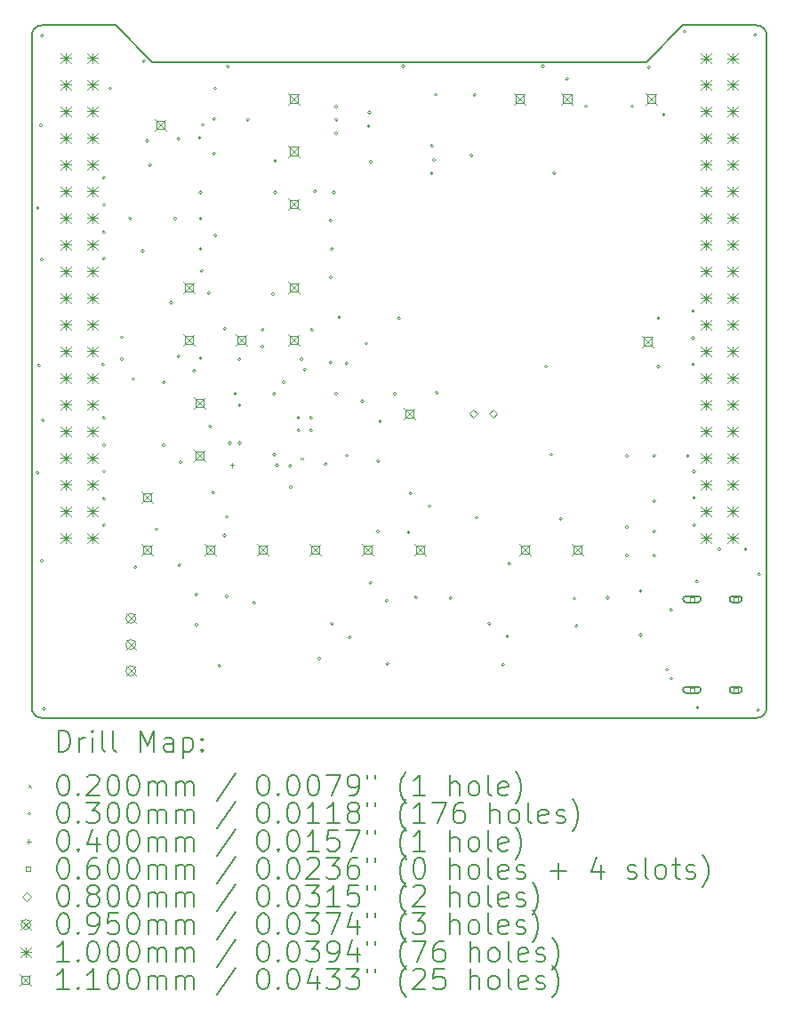
<source format=gbr>
%TF.GenerationSoftware,KiCad,Pcbnew,7.0.5-7.0.5~ubuntu22.04.1*%
%TF.CreationDate,2023-07-17T10:47:00+02:00*%
%TF.ProjectId,audio_iface,61756469-6f5f-4696-9661-63652e6b6963,rev?*%
%TF.SameCoordinates,Original*%
%TF.FileFunction,Drillmap*%
%TF.FilePolarity,Positive*%
%FSLAX45Y45*%
G04 Gerber Fmt 4.5, Leading zero omitted, Abs format (unit mm)*
G04 Created by KiCad (PCBNEW 7.0.5-7.0.5~ubuntu22.04.1) date 2023-07-17 10:47:00*
%MOMM*%
%LPD*%
G01*
G04 APERTURE LIST*
%ADD10C,0.150000*%
%ADD11C,0.200000*%
%ADD12C,0.020000*%
%ADD13C,0.030000*%
%ADD14C,0.040000*%
%ADD15C,0.060000*%
%ADD16C,0.080000*%
%ADD17C,0.095000*%
%ADD18C,0.100000*%
%ADD19C,0.110000*%
G04 APERTURE END LIST*
D10*
X8400000Y-11000000D02*
G75*
G03*
X8500000Y-10900000I0J100000D01*
G01*
X8500000Y-4500000D02*
G75*
G03*
X8400000Y-4400000I-100000J0D01*
G01*
X2650000Y-4750000D02*
X7350000Y-4750000D01*
X1500000Y-10900000D02*
X1500000Y-4500000D01*
X1600000Y-4400000D02*
G75*
G03*
X1500000Y-4500000I0J-100000D01*
G01*
X1500000Y-10900000D02*
G75*
G03*
X1600000Y-11000000I100000J0D01*
G01*
X2300000Y-4400000D02*
X2650000Y-4750000D01*
X1600000Y-4400000D02*
X2300000Y-4400000D01*
X8400000Y-11000000D02*
X1600000Y-11000000D01*
X7700000Y-4400000D02*
X8400000Y-4400000D01*
X8500000Y-4500000D02*
X8500000Y-10900000D01*
X7350000Y-4750000D02*
X7700000Y-4400000D01*
D11*
D12*
X4064600Y-8520200D02*
X4084600Y-8540200D01*
X4084600Y-8520200D02*
X4064600Y-8540200D01*
D13*
X1573000Y-6142000D02*
G75*
G03*
X1573000Y-6142000I-15000J0D01*
G01*
X1573000Y-8662000D02*
G75*
G03*
X1573000Y-8662000I-15000J0D01*
G01*
X1583000Y-7642000D02*
G75*
G03*
X1583000Y-7642000I-15000J0D01*
G01*
X1603000Y-5352000D02*
G75*
G03*
X1603000Y-5352000I-15000J0D01*
G01*
X1613000Y-4502000D02*
G75*
G03*
X1613000Y-4502000I-15000J0D01*
G01*
X1613000Y-6632000D02*
G75*
G03*
X1613000Y-6632000I-15000J0D01*
G01*
X1613000Y-9502000D02*
G75*
G03*
X1613000Y-9502000I-15000J0D01*
G01*
X1623000Y-8162000D02*
G75*
G03*
X1623000Y-8162000I-15000J0D01*
G01*
X1633000Y-10912000D02*
G75*
G03*
X1633000Y-10912000I-15000J0D01*
G01*
X2193000Y-7632000D02*
G75*
G03*
X2193000Y-7632000I-15000J0D01*
G01*
X2203000Y-5852000D02*
G75*
G03*
X2203000Y-5852000I-15000J0D01*
G01*
X2203000Y-6112000D02*
G75*
G03*
X2203000Y-6112000I-15000J0D01*
G01*
X2203000Y-6372000D02*
G75*
G03*
X2203000Y-6372000I-15000J0D01*
G01*
X2203000Y-6622000D02*
G75*
G03*
X2203000Y-6622000I-15000J0D01*
G01*
X2203000Y-8142000D02*
G75*
G03*
X2203000Y-8142000I-15000J0D01*
G01*
X2203000Y-8402000D02*
G75*
G03*
X2203000Y-8402000I-15000J0D01*
G01*
X2203000Y-8652000D02*
G75*
G03*
X2203000Y-8652000I-15000J0D01*
G01*
X2203000Y-8912000D02*
G75*
G03*
X2203000Y-8912000I-15000J0D01*
G01*
X2203000Y-9162000D02*
G75*
G03*
X2203000Y-9162000I-15000J0D01*
G01*
X2263000Y-5002000D02*
G75*
G03*
X2263000Y-5002000I-15000J0D01*
G01*
X2373000Y-7372000D02*
G75*
G03*
X2373000Y-7372000I-15000J0D01*
G01*
X2373000Y-7582000D02*
G75*
G03*
X2373000Y-7582000I-15000J0D01*
G01*
X2453000Y-6242000D02*
G75*
G03*
X2453000Y-6242000I-15000J0D01*
G01*
X2483000Y-7772000D02*
G75*
G03*
X2483000Y-7772000I-15000J0D01*
G01*
X2503000Y-9562000D02*
G75*
G03*
X2503000Y-9562000I-15000J0D01*
G01*
X2573000Y-6552000D02*
G75*
G03*
X2573000Y-6552000I-15000J0D01*
G01*
X2583000Y-4742000D02*
G75*
G03*
X2583000Y-4742000I-15000J0D01*
G01*
X2613000Y-5502000D02*
G75*
G03*
X2613000Y-5502000I-15000J0D01*
G01*
X2643000Y-5732000D02*
G75*
G03*
X2643000Y-5732000I-15000J0D01*
G01*
X2703000Y-9202000D02*
G75*
G03*
X2703000Y-9202000I-15000J0D01*
G01*
X2773000Y-7802000D02*
G75*
G03*
X2773000Y-7802000I-15000J0D01*
G01*
X2773000Y-8402000D02*
G75*
G03*
X2773000Y-8402000I-15000J0D01*
G01*
X2843000Y-7042000D02*
G75*
G03*
X2843000Y-7042000I-15000J0D01*
G01*
X2883000Y-6242000D02*
G75*
G03*
X2883000Y-6242000I-15000J0D01*
G01*
X2913000Y-5482000D02*
G75*
G03*
X2913000Y-5482000I-15000J0D01*
G01*
X2913000Y-7552000D02*
G75*
G03*
X2913000Y-7552000I-15000J0D01*
G01*
X2923000Y-9542000D02*
G75*
G03*
X2923000Y-9542000I-15000J0D01*
G01*
X2933000Y-8562000D02*
G75*
G03*
X2933000Y-8562000I-15000J0D01*
G01*
X3063000Y-7692000D02*
G75*
G03*
X3063000Y-7692000I-15000J0D01*
G01*
X3083000Y-9822000D02*
G75*
G03*
X3083000Y-9822000I-15000J0D01*
G01*
X3083000Y-10112000D02*
G75*
G03*
X3083000Y-10112000I-15000J0D01*
G01*
X3113000Y-5472000D02*
G75*
G03*
X3113000Y-5472000I-15000J0D01*
G01*
X3123000Y-5992000D02*
G75*
G03*
X3123000Y-5992000I-15000J0D01*
G01*
X3123000Y-6242000D02*
G75*
G03*
X3123000Y-6242000I-15000J0D01*
G01*
X3123000Y-6532000D02*
G75*
G03*
X3123000Y-6532000I-15000J0D01*
G01*
X3123000Y-7572000D02*
G75*
G03*
X3123000Y-7572000I-15000J0D01*
G01*
X3133000Y-6742000D02*
G75*
G03*
X3133000Y-6742000I-15000J0D01*
G01*
X3145000Y-5350000D02*
G75*
G03*
X3145000Y-5350000I-15000J0D01*
G01*
X3203000Y-6952000D02*
G75*
G03*
X3203000Y-6952000I-15000J0D01*
G01*
X3213000Y-8222000D02*
G75*
G03*
X3213000Y-8222000I-15000J0D01*
G01*
X3243000Y-8852000D02*
G75*
G03*
X3243000Y-8852000I-15000J0D01*
G01*
X3253000Y-5292000D02*
G75*
G03*
X3253000Y-5292000I-15000J0D01*
G01*
X3253000Y-5622000D02*
G75*
G03*
X3253000Y-5622000I-15000J0D01*
G01*
X3263000Y-5002000D02*
G75*
G03*
X3263000Y-5002000I-15000J0D01*
G01*
X3265000Y-6400000D02*
G75*
G03*
X3265000Y-6400000I-15000J0D01*
G01*
X3303000Y-10502000D02*
G75*
G03*
X3303000Y-10502000I-15000J0D01*
G01*
X3353000Y-7292000D02*
G75*
G03*
X3353000Y-7292000I-15000J0D01*
G01*
X3353000Y-9262000D02*
G75*
G03*
X3353000Y-9262000I-15000J0D01*
G01*
X3373000Y-9082000D02*
G75*
G03*
X3373000Y-9082000I-15000J0D01*
G01*
X3373000Y-9842000D02*
G75*
G03*
X3373000Y-9842000I-15000J0D01*
G01*
X3383000Y-4792000D02*
G75*
G03*
X3383000Y-4792000I-15000J0D01*
G01*
X3403000Y-8382000D02*
G75*
G03*
X3403000Y-8382000I-15000J0D01*
G01*
X3453000Y-7912000D02*
G75*
G03*
X3453000Y-7912000I-15000J0D01*
G01*
X3493000Y-7582000D02*
G75*
G03*
X3493000Y-7582000I-15000J0D01*
G01*
X3495000Y-8020000D02*
G75*
G03*
X3495000Y-8020000I-15000J0D01*
G01*
X3495000Y-8380000D02*
G75*
G03*
X3495000Y-8380000I-15000J0D01*
G01*
X3573000Y-5302000D02*
G75*
G03*
X3573000Y-5302000I-15000J0D01*
G01*
X3633000Y-9902000D02*
G75*
G03*
X3633000Y-9902000I-15000J0D01*
G01*
X3713000Y-7302000D02*
G75*
G03*
X3713000Y-7302000I-15000J0D01*
G01*
X3713000Y-7462000D02*
G75*
G03*
X3713000Y-7462000I-15000J0D01*
G01*
X3813000Y-6962000D02*
G75*
G03*
X3813000Y-6962000I-15000J0D01*
G01*
X3823000Y-7912000D02*
G75*
G03*
X3823000Y-7912000I-15000J0D01*
G01*
X3825000Y-8490000D02*
G75*
G03*
X3825000Y-8490000I-15000J0D01*
G01*
X3833000Y-5692000D02*
G75*
G03*
X3833000Y-5692000I-15000J0D01*
G01*
X3833000Y-5992000D02*
G75*
G03*
X3833000Y-5992000I-15000J0D01*
G01*
X3850050Y-8592000D02*
G75*
G03*
X3850050Y-8592000I-15000J0D01*
G01*
X3915358Y-7799284D02*
G75*
G03*
X3915358Y-7799284I-15000J0D01*
G01*
X3975000Y-8600000D02*
G75*
G03*
X3975000Y-8600000I-15000J0D01*
G01*
X3983000Y-8800000D02*
G75*
G03*
X3983000Y-8800000I-15000J0D01*
G01*
X4055000Y-8140000D02*
G75*
G03*
X4055000Y-8140000I-15000J0D01*
G01*
X4055000Y-8260000D02*
G75*
G03*
X4055000Y-8260000I-15000J0D01*
G01*
X4083000Y-7582000D02*
G75*
G03*
X4083000Y-7582000I-15000J0D01*
G01*
X4115000Y-7680000D02*
G75*
G03*
X4115000Y-7680000I-15000J0D01*
G01*
X4175000Y-8140000D02*
G75*
G03*
X4175000Y-8140000I-15000J0D01*
G01*
X4175000Y-8260000D02*
G75*
G03*
X4175000Y-8260000I-15000J0D01*
G01*
X4183000Y-7302000D02*
G75*
G03*
X4183000Y-7302000I-15000J0D01*
G01*
X4213000Y-5982000D02*
G75*
G03*
X4213000Y-5982000I-15000J0D01*
G01*
X4253000Y-10432000D02*
G75*
G03*
X4253000Y-10432000I-15000J0D01*
G01*
X4315000Y-8580000D02*
G75*
G03*
X4315000Y-8580000I-15000J0D01*
G01*
X4363000Y-6262000D02*
G75*
G03*
X4363000Y-6262000I-15000J0D01*
G01*
X4363000Y-6802000D02*
G75*
G03*
X4363000Y-6802000I-15000J0D01*
G01*
X4363000Y-7612000D02*
G75*
G03*
X4363000Y-7612000I-15000J0D01*
G01*
X4373000Y-6532000D02*
G75*
G03*
X4373000Y-6532000I-15000J0D01*
G01*
X4373000Y-10102000D02*
G75*
G03*
X4373000Y-10102000I-15000J0D01*
G01*
X4393000Y-5992000D02*
G75*
G03*
X4393000Y-5992000I-15000J0D01*
G01*
X4413000Y-7912000D02*
G75*
G03*
X4413000Y-7912000I-15000J0D01*
G01*
X4415000Y-5175000D02*
G75*
G03*
X4415000Y-5175000I-15000J0D01*
G01*
X4415000Y-5300000D02*
G75*
G03*
X4415000Y-5300000I-15000J0D01*
G01*
X4415000Y-5430000D02*
G75*
G03*
X4415000Y-5430000I-15000J0D01*
G01*
X4443000Y-7182000D02*
G75*
G03*
X4443000Y-7182000I-15000J0D01*
G01*
X4513000Y-7622000D02*
G75*
G03*
X4513000Y-7622000I-15000J0D01*
G01*
X4515000Y-8500000D02*
G75*
G03*
X4515000Y-8500000I-15000J0D01*
G01*
X4543000Y-10232000D02*
G75*
G03*
X4543000Y-10232000I-15000J0D01*
G01*
X4663000Y-7982000D02*
G75*
G03*
X4663000Y-7982000I-15000J0D01*
G01*
X4703000Y-7432000D02*
G75*
G03*
X4703000Y-7432000I-15000J0D01*
G01*
X4723000Y-5362000D02*
G75*
G03*
X4723000Y-5362000I-15000J0D01*
G01*
X4733000Y-5232000D02*
G75*
G03*
X4733000Y-5232000I-15000J0D01*
G01*
X4743000Y-5702000D02*
G75*
G03*
X4743000Y-5702000I-15000J0D01*
G01*
X4743000Y-9712000D02*
G75*
G03*
X4743000Y-9712000I-15000J0D01*
G01*
X4813000Y-8552000D02*
G75*
G03*
X4813000Y-8552000I-15000J0D01*
G01*
X4813000Y-9222000D02*
G75*
G03*
X4813000Y-9222000I-15000J0D01*
G01*
X4833000Y-8172000D02*
G75*
G03*
X4833000Y-8172000I-15000J0D01*
G01*
X4893000Y-9882000D02*
G75*
G03*
X4893000Y-9882000I-15000J0D01*
G01*
X4903000Y-10482000D02*
G75*
G03*
X4903000Y-10482000I-15000J0D01*
G01*
X4973000Y-7912000D02*
G75*
G03*
X4973000Y-7912000I-15000J0D01*
G01*
X5013000Y-7192000D02*
G75*
G03*
X5013000Y-7192000I-15000J0D01*
G01*
X5053000Y-4792000D02*
G75*
G03*
X5053000Y-4792000I-15000J0D01*
G01*
X5103000Y-9232000D02*
G75*
G03*
X5103000Y-9232000I-15000J0D01*
G01*
X5123000Y-8862000D02*
G75*
G03*
X5123000Y-8862000I-15000J0D01*
G01*
X5173000Y-9852000D02*
G75*
G03*
X5173000Y-9852000I-15000J0D01*
G01*
X5303000Y-8982000D02*
G75*
G03*
X5303000Y-8982000I-15000J0D01*
G01*
X5325000Y-5550000D02*
G75*
G03*
X5325000Y-5550000I-15000J0D01*
G01*
X5325000Y-5810000D02*
G75*
G03*
X5325000Y-5810000I-15000J0D01*
G01*
X5345000Y-5685000D02*
G75*
G03*
X5345000Y-5685000I-15000J0D01*
G01*
X5363000Y-5062000D02*
G75*
G03*
X5363000Y-5062000I-15000J0D01*
G01*
X5373000Y-7902000D02*
G75*
G03*
X5373000Y-7902000I-15000J0D01*
G01*
X5505000Y-9855000D02*
G75*
G03*
X5505000Y-9855000I-15000J0D01*
G01*
X5705000Y-5640000D02*
G75*
G03*
X5705000Y-5640000I-15000J0D01*
G01*
X5733000Y-5062000D02*
G75*
G03*
X5733000Y-5062000I-15000J0D01*
G01*
X5753000Y-9092000D02*
G75*
G03*
X5753000Y-9092000I-15000J0D01*
G01*
X5873000Y-10102000D02*
G75*
G03*
X5873000Y-10102000I-15000J0D01*
G01*
X6003000Y-10492000D02*
G75*
G03*
X6003000Y-10492000I-15000J0D01*
G01*
X6043000Y-10222000D02*
G75*
G03*
X6043000Y-10222000I-15000J0D01*
G01*
X6063000Y-9532000D02*
G75*
G03*
X6063000Y-9532000I-15000J0D01*
G01*
X6383000Y-4792000D02*
G75*
G03*
X6383000Y-4792000I-15000J0D01*
G01*
X6413000Y-7652000D02*
G75*
G03*
X6413000Y-7652000I-15000J0D01*
G01*
X6463000Y-8492000D02*
G75*
G03*
X6463000Y-8492000I-15000J0D01*
G01*
X6490000Y-5810000D02*
G75*
G03*
X6490000Y-5810000I-15000J0D01*
G01*
X6553000Y-9102000D02*
G75*
G03*
X6553000Y-9102000I-15000J0D01*
G01*
X6613000Y-4912000D02*
G75*
G03*
X6613000Y-4912000I-15000J0D01*
G01*
X6683000Y-9862000D02*
G75*
G03*
X6683000Y-9862000I-15000J0D01*
G01*
X6703000Y-10122000D02*
G75*
G03*
X6703000Y-10122000I-15000J0D01*
G01*
X6793000Y-5172000D02*
G75*
G03*
X6793000Y-5172000I-15000J0D01*
G01*
X7000000Y-9855000D02*
G75*
G03*
X7000000Y-9855000I-15000J0D01*
G01*
X7183000Y-8502000D02*
G75*
G03*
X7183000Y-8502000I-15000J0D01*
G01*
X7183000Y-9182000D02*
G75*
G03*
X7183000Y-9182000I-15000J0D01*
G01*
X7183000Y-9452000D02*
G75*
G03*
X7183000Y-9452000I-15000J0D01*
G01*
X7233000Y-5172000D02*
G75*
G03*
X7233000Y-5172000I-15000J0D01*
G01*
X7315000Y-9790000D02*
G75*
G03*
X7315000Y-9790000I-15000J0D01*
G01*
X7315000Y-10210000D02*
G75*
G03*
X7315000Y-10210000I-15000J0D01*
G01*
X7393000Y-4802000D02*
G75*
G03*
X7393000Y-4802000I-15000J0D01*
G01*
X7443000Y-8502000D02*
G75*
G03*
X7443000Y-8502000I-15000J0D01*
G01*
X7443000Y-8932000D02*
G75*
G03*
X7443000Y-8932000I-15000J0D01*
G01*
X7443000Y-9222000D02*
G75*
G03*
X7443000Y-9222000I-15000J0D01*
G01*
X7443000Y-9452000D02*
G75*
G03*
X7443000Y-9452000I-15000J0D01*
G01*
X7483000Y-7192000D02*
G75*
G03*
X7483000Y-7192000I-15000J0D01*
G01*
X7483000Y-7652000D02*
G75*
G03*
X7483000Y-7652000I-15000J0D01*
G01*
X7533000Y-5252000D02*
G75*
G03*
X7533000Y-5252000I-15000J0D01*
G01*
X7565000Y-10540000D02*
G75*
G03*
X7565000Y-10540000I-15000J0D01*
G01*
X7605000Y-9970000D02*
G75*
G03*
X7605000Y-9970000I-15000J0D01*
G01*
X7605000Y-10625000D02*
G75*
G03*
X7605000Y-10625000I-15000J0D01*
G01*
X7733000Y-4462000D02*
G75*
G03*
X7733000Y-4462000I-15000J0D01*
G01*
X7763000Y-8502000D02*
G75*
G03*
X7763000Y-8502000I-15000J0D01*
G01*
X7813000Y-7122000D02*
G75*
G03*
X7813000Y-7122000I-15000J0D01*
G01*
X7813000Y-7382000D02*
G75*
G03*
X7813000Y-7382000I-15000J0D01*
G01*
X7813000Y-7632000D02*
G75*
G03*
X7813000Y-7632000I-15000J0D01*
G01*
X7823000Y-8652000D02*
G75*
G03*
X7823000Y-8652000I-15000J0D01*
G01*
X7823000Y-8902000D02*
G75*
G03*
X7823000Y-8902000I-15000J0D01*
G01*
X7823000Y-9162000D02*
G75*
G03*
X7823000Y-9162000I-15000J0D01*
G01*
X7850000Y-9700000D02*
G75*
G03*
X7850000Y-9700000I-15000J0D01*
G01*
X7855000Y-10900000D02*
G75*
G03*
X7855000Y-10900000I-15000J0D01*
G01*
X8063000Y-9392000D02*
G75*
G03*
X8063000Y-9392000I-15000J0D01*
G01*
X8313000Y-9392000D02*
G75*
G03*
X8313000Y-9392000I-15000J0D01*
G01*
X8403000Y-4492000D02*
G75*
G03*
X8403000Y-4492000I-15000J0D01*
G01*
X8433000Y-10922000D02*
G75*
G03*
X8433000Y-10922000I-15000J0D01*
G01*
X8443000Y-9632000D02*
G75*
G03*
X8443000Y-9632000I-15000J0D01*
G01*
D14*
X3408000Y-8572000D02*
X3408000Y-8612000D01*
X3388000Y-8592000D02*
X3428000Y-8592000D01*
D15*
X7808213Y-9889213D02*
X7808213Y-9846787D01*
X7765787Y-9846787D01*
X7765787Y-9889213D01*
X7808213Y-9889213D01*
D11*
X7732000Y-9898000D02*
X7842000Y-9898000D01*
X7842000Y-9898000D02*
G75*
G03*
X7842000Y-9838000I0J30000D01*
G01*
X7842000Y-9838000D02*
X7732000Y-9838000D01*
X7732000Y-9838000D02*
G75*
G03*
X7732000Y-9898000I0J-30000D01*
G01*
D15*
X7808213Y-10753213D02*
X7808213Y-10710787D01*
X7765787Y-10710787D01*
X7765787Y-10753213D01*
X7808213Y-10753213D01*
D11*
X7732000Y-10762000D02*
X7842000Y-10762000D01*
X7842000Y-10762000D02*
G75*
G03*
X7842000Y-10702000I0J30000D01*
G01*
X7842000Y-10702000D02*
X7732000Y-10702000D01*
X7732000Y-10702000D02*
G75*
G03*
X7732000Y-10762000I0J-30000D01*
G01*
D15*
X8226213Y-9889213D02*
X8226213Y-9846787D01*
X8183787Y-9846787D01*
X8183787Y-9889213D01*
X8226213Y-9889213D01*
D11*
X8175000Y-9898000D02*
X8235000Y-9898000D01*
X8235000Y-9898000D02*
G75*
G03*
X8235000Y-9838000I0J30000D01*
G01*
X8235000Y-9838000D02*
X8175000Y-9838000D01*
X8175000Y-9838000D02*
G75*
G03*
X8175000Y-9898000I0J-30000D01*
G01*
D15*
X8226213Y-10753213D02*
X8226213Y-10710787D01*
X8183787Y-10710787D01*
X8183787Y-10753213D01*
X8226213Y-10753213D01*
D11*
X8175000Y-10762000D02*
X8235000Y-10762000D01*
X8235000Y-10762000D02*
G75*
G03*
X8235000Y-10702000I0J30000D01*
G01*
X8235000Y-10702000D02*
X8175000Y-10702000D01*
X8175000Y-10702000D02*
G75*
G03*
X8175000Y-10762000I0J-30000D01*
G01*
D16*
X5705000Y-8140000D02*
X5745000Y-8100000D01*
X5705000Y-8060000D01*
X5665000Y-8100000D01*
X5705000Y-8140000D01*
X5895000Y-8140000D02*
X5935000Y-8100000D01*
X5895000Y-8060000D01*
X5855000Y-8100000D01*
X5895000Y-8140000D01*
D17*
X2397500Y-10002500D02*
X2492500Y-10097500D01*
X2492500Y-10002500D02*
X2397500Y-10097500D01*
X2492500Y-10050000D02*
G75*
G03*
X2492500Y-10050000I-47500J0D01*
G01*
X2397500Y-10252500D02*
X2492500Y-10347500D01*
X2492500Y-10252500D02*
X2397500Y-10347500D01*
X2492500Y-10300000D02*
G75*
G03*
X2492500Y-10300000I-47500J0D01*
G01*
X2397500Y-10502500D02*
X2492500Y-10597500D01*
X2492500Y-10502500D02*
X2397500Y-10597500D01*
X2492500Y-10550000D02*
G75*
G03*
X2492500Y-10550000I-47500J0D01*
G01*
D18*
X1775000Y-4664000D02*
X1875000Y-4764000D01*
X1875000Y-4664000D02*
X1775000Y-4764000D01*
X1825000Y-4664000D02*
X1825000Y-4764000D01*
X1775000Y-4714000D02*
X1875000Y-4714000D01*
X1775000Y-4918000D02*
X1875000Y-5018000D01*
X1875000Y-4918000D02*
X1775000Y-5018000D01*
X1825000Y-4918000D02*
X1825000Y-5018000D01*
X1775000Y-4968000D02*
X1875000Y-4968000D01*
X1775000Y-5172000D02*
X1875000Y-5272000D01*
X1875000Y-5172000D02*
X1775000Y-5272000D01*
X1825000Y-5172000D02*
X1825000Y-5272000D01*
X1775000Y-5222000D02*
X1875000Y-5222000D01*
X1775000Y-5426000D02*
X1875000Y-5526000D01*
X1875000Y-5426000D02*
X1775000Y-5526000D01*
X1825000Y-5426000D02*
X1825000Y-5526000D01*
X1775000Y-5476000D02*
X1875000Y-5476000D01*
X1775000Y-5680000D02*
X1875000Y-5780000D01*
X1875000Y-5680000D02*
X1775000Y-5780000D01*
X1825000Y-5680000D02*
X1825000Y-5780000D01*
X1775000Y-5730000D02*
X1875000Y-5730000D01*
X1775000Y-5934000D02*
X1875000Y-6034000D01*
X1875000Y-5934000D02*
X1775000Y-6034000D01*
X1825000Y-5934000D02*
X1825000Y-6034000D01*
X1775000Y-5984000D02*
X1875000Y-5984000D01*
X1775000Y-6188000D02*
X1875000Y-6288000D01*
X1875000Y-6188000D02*
X1775000Y-6288000D01*
X1825000Y-6188000D02*
X1825000Y-6288000D01*
X1775000Y-6238000D02*
X1875000Y-6238000D01*
X1775000Y-6442000D02*
X1875000Y-6542000D01*
X1875000Y-6442000D02*
X1775000Y-6542000D01*
X1825000Y-6442000D02*
X1825000Y-6542000D01*
X1775000Y-6492000D02*
X1875000Y-6492000D01*
X1775000Y-6696000D02*
X1875000Y-6796000D01*
X1875000Y-6696000D02*
X1775000Y-6796000D01*
X1825000Y-6696000D02*
X1825000Y-6796000D01*
X1775000Y-6746000D02*
X1875000Y-6746000D01*
X1775000Y-6950000D02*
X1875000Y-7050000D01*
X1875000Y-6950000D02*
X1775000Y-7050000D01*
X1825000Y-6950000D02*
X1825000Y-7050000D01*
X1775000Y-7000000D02*
X1875000Y-7000000D01*
X1775000Y-7204000D02*
X1875000Y-7304000D01*
X1875000Y-7204000D02*
X1775000Y-7304000D01*
X1825000Y-7204000D02*
X1825000Y-7304000D01*
X1775000Y-7254000D02*
X1875000Y-7254000D01*
X1775000Y-7458000D02*
X1875000Y-7558000D01*
X1875000Y-7458000D02*
X1775000Y-7558000D01*
X1825000Y-7458000D02*
X1825000Y-7558000D01*
X1775000Y-7508000D02*
X1875000Y-7508000D01*
X1775000Y-7712000D02*
X1875000Y-7812000D01*
X1875000Y-7712000D02*
X1775000Y-7812000D01*
X1825000Y-7712000D02*
X1825000Y-7812000D01*
X1775000Y-7762000D02*
X1875000Y-7762000D01*
X1775000Y-7966000D02*
X1875000Y-8066000D01*
X1875000Y-7966000D02*
X1775000Y-8066000D01*
X1825000Y-7966000D02*
X1825000Y-8066000D01*
X1775000Y-8016000D02*
X1875000Y-8016000D01*
X1775000Y-8220000D02*
X1875000Y-8320000D01*
X1875000Y-8220000D02*
X1775000Y-8320000D01*
X1825000Y-8220000D02*
X1825000Y-8320000D01*
X1775000Y-8270000D02*
X1875000Y-8270000D01*
X1775000Y-8474000D02*
X1875000Y-8574000D01*
X1875000Y-8474000D02*
X1775000Y-8574000D01*
X1825000Y-8474000D02*
X1825000Y-8574000D01*
X1775000Y-8524000D02*
X1875000Y-8524000D01*
X1775000Y-8728000D02*
X1875000Y-8828000D01*
X1875000Y-8728000D02*
X1775000Y-8828000D01*
X1825000Y-8728000D02*
X1825000Y-8828000D01*
X1775000Y-8778000D02*
X1875000Y-8778000D01*
X1775000Y-8982000D02*
X1875000Y-9082000D01*
X1875000Y-8982000D02*
X1775000Y-9082000D01*
X1825000Y-8982000D02*
X1825000Y-9082000D01*
X1775000Y-9032000D02*
X1875000Y-9032000D01*
X1775000Y-9236000D02*
X1875000Y-9336000D01*
X1875000Y-9236000D02*
X1775000Y-9336000D01*
X1825000Y-9236000D02*
X1825000Y-9336000D01*
X1775000Y-9286000D02*
X1875000Y-9286000D01*
X2029000Y-4664000D02*
X2129000Y-4764000D01*
X2129000Y-4664000D02*
X2029000Y-4764000D01*
X2079000Y-4664000D02*
X2079000Y-4764000D01*
X2029000Y-4714000D02*
X2129000Y-4714000D01*
X2029000Y-4918000D02*
X2129000Y-5018000D01*
X2129000Y-4918000D02*
X2029000Y-5018000D01*
X2079000Y-4918000D02*
X2079000Y-5018000D01*
X2029000Y-4968000D02*
X2129000Y-4968000D01*
X2029000Y-5172000D02*
X2129000Y-5272000D01*
X2129000Y-5172000D02*
X2029000Y-5272000D01*
X2079000Y-5172000D02*
X2079000Y-5272000D01*
X2029000Y-5222000D02*
X2129000Y-5222000D01*
X2029000Y-5426000D02*
X2129000Y-5526000D01*
X2129000Y-5426000D02*
X2029000Y-5526000D01*
X2079000Y-5426000D02*
X2079000Y-5526000D01*
X2029000Y-5476000D02*
X2129000Y-5476000D01*
X2029000Y-5680000D02*
X2129000Y-5780000D01*
X2129000Y-5680000D02*
X2029000Y-5780000D01*
X2079000Y-5680000D02*
X2079000Y-5780000D01*
X2029000Y-5730000D02*
X2129000Y-5730000D01*
X2029000Y-5934000D02*
X2129000Y-6034000D01*
X2129000Y-5934000D02*
X2029000Y-6034000D01*
X2079000Y-5934000D02*
X2079000Y-6034000D01*
X2029000Y-5984000D02*
X2129000Y-5984000D01*
X2029000Y-6188000D02*
X2129000Y-6288000D01*
X2129000Y-6188000D02*
X2029000Y-6288000D01*
X2079000Y-6188000D02*
X2079000Y-6288000D01*
X2029000Y-6238000D02*
X2129000Y-6238000D01*
X2029000Y-6442000D02*
X2129000Y-6542000D01*
X2129000Y-6442000D02*
X2029000Y-6542000D01*
X2079000Y-6442000D02*
X2079000Y-6542000D01*
X2029000Y-6492000D02*
X2129000Y-6492000D01*
X2029000Y-6696000D02*
X2129000Y-6796000D01*
X2129000Y-6696000D02*
X2029000Y-6796000D01*
X2079000Y-6696000D02*
X2079000Y-6796000D01*
X2029000Y-6746000D02*
X2129000Y-6746000D01*
X2029000Y-6950000D02*
X2129000Y-7050000D01*
X2129000Y-6950000D02*
X2029000Y-7050000D01*
X2079000Y-6950000D02*
X2079000Y-7050000D01*
X2029000Y-7000000D02*
X2129000Y-7000000D01*
X2029000Y-7204000D02*
X2129000Y-7304000D01*
X2129000Y-7204000D02*
X2029000Y-7304000D01*
X2079000Y-7204000D02*
X2079000Y-7304000D01*
X2029000Y-7254000D02*
X2129000Y-7254000D01*
X2029000Y-7458000D02*
X2129000Y-7558000D01*
X2129000Y-7458000D02*
X2029000Y-7558000D01*
X2079000Y-7458000D02*
X2079000Y-7558000D01*
X2029000Y-7508000D02*
X2129000Y-7508000D01*
X2029000Y-7712000D02*
X2129000Y-7812000D01*
X2129000Y-7712000D02*
X2029000Y-7812000D01*
X2079000Y-7712000D02*
X2079000Y-7812000D01*
X2029000Y-7762000D02*
X2129000Y-7762000D01*
X2029000Y-7966000D02*
X2129000Y-8066000D01*
X2129000Y-7966000D02*
X2029000Y-8066000D01*
X2079000Y-7966000D02*
X2079000Y-8066000D01*
X2029000Y-8016000D02*
X2129000Y-8016000D01*
X2029000Y-8220000D02*
X2129000Y-8320000D01*
X2129000Y-8220000D02*
X2029000Y-8320000D01*
X2079000Y-8220000D02*
X2079000Y-8320000D01*
X2029000Y-8270000D02*
X2129000Y-8270000D01*
X2029000Y-8474000D02*
X2129000Y-8574000D01*
X2129000Y-8474000D02*
X2029000Y-8574000D01*
X2079000Y-8474000D02*
X2079000Y-8574000D01*
X2029000Y-8524000D02*
X2129000Y-8524000D01*
X2029000Y-8728000D02*
X2129000Y-8828000D01*
X2129000Y-8728000D02*
X2029000Y-8828000D01*
X2079000Y-8728000D02*
X2079000Y-8828000D01*
X2029000Y-8778000D02*
X2129000Y-8778000D01*
X2029000Y-8982000D02*
X2129000Y-9082000D01*
X2129000Y-8982000D02*
X2029000Y-9082000D01*
X2079000Y-8982000D02*
X2079000Y-9082000D01*
X2029000Y-9032000D02*
X2129000Y-9032000D01*
X2029000Y-9236000D02*
X2129000Y-9336000D01*
X2129000Y-9236000D02*
X2029000Y-9336000D01*
X2079000Y-9236000D02*
X2079000Y-9336000D01*
X2029000Y-9286000D02*
X2129000Y-9286000D01*
X7871000Y-4665000D02*
X7971000Y-4765000D01*
X7971000Y-4665000D02*
X7871000Y-4765000D01*
X7921000Y-4665000D02*
X7921000Y-4765000D01*
X7871000Y-4715000D02*
X7971000Y-4715000D01*
X7871000Y-4918000D02*
X7971000Y-5018000D01*
X7971000Y-4918000D02*
X7871000Y-5018000D01*
X7921000Y-4918000D02*
X7921000Y-5018000D01*
X7871000Y-4968000D02*
X7971000Y-4968000D01*
X7871000Y-5172000D02*
X7971000Y-5272000D01*
X7971000Y-5172000D02*
X7871000Y-5272000D01*
X7921000Y-5172000D02*
X7921000Y-5272000D01*
X7871000Y-5222000D02*
X7971000Y-5222000D01*
X7871000Y-5426000D02*
X7971000Y-5526000D01*
X7971000Y-5426000D02*
X7871000Y-5526000D01*
X7921000Y-5426000D02*
X7921000Y-5526000D01*
X7871000Y-5476000D02*
X7971000Y-5476000D01*
X7871000Y-5680000D02*
X7971000Y-5780000D01*
X7971000Y-5680000D02*
X7871000Y-5780000D01*
X7921000Y-5680000D02*
X7921000Y-5780000D01*
X7871000Y-5730000D02*
X7971000Y-5730000D01*
X7871000Y-5934000D02*
X7971000Y-6034000D01*
X7971000Y-5934000D02*
X7871000Y-6034000D01*
X7921000Y-5934000D02*
X7921000Y-6034000D01*
X7871000Y-5984000D02*
X7971000Y-5984000D01*
X7871000Y-6188000D02*
X7971000Y-6288000D01*
X7971000Y-6188000D02*
X7871000Y-6288000D01*
X7921000Y-6188000D02*
X7921000Y-6288000D01*
X7871000Y-6238000D02*
X7971000Y-6238000D01*
X7871000Y-6442000D02*
X7971000Y-6542000D01*
X7971000Y-6442000D02*
X7871000Y-6542000D01*
X7921000Y-6442000D02*
X7921000Y-6542000D01*
X7871000Y-6492000D02*
X7971000Y-6492000D01*
X7871000Y-6696000D02*
X7971000Y-6796000D01*
X7971000Y-6696000D02*
X7871000Y-6796000D01*
X7921000Y-6696000D02*
X7921000Y-6796000D01*
X7871000Y-6746000D02*
X7971000Y-6746000D01*
X7871000Y-6950000D02*
X7971000Y-7050000D01*
X7971000Y-6950000D02*
X7871000Y-7050000D01*
X7921000Y-6950000D02*
X7921000Y-7050000D01*
X7871000Y-7000000D02*
X7971000Y-7000000D01*
X7871000Y-7204000D02*
X7971000Y-7304000D01*
X7971000Y-7204000D02*
X7871000Y-7304000D01*
X7921000Y-7204000D02*
X7921000Y-7304000D01*
X7871000Y-7254000D02*
X7971000Y-7254000D01*
X7871000Y-7458000D02*
X7971000Y-7558000D01*
X7971000Y-7458000D02*
X7871000Y-7558000D01*
X7921000Y-7458000D02*
X7921000Y-7558000D01*
X7871000Y-7508000D02*
X7971000Y-7508000D01*
X7871000Y-7712000D02*
X7971000Y-7812000D01*
X7971000Y-7712000D02*
X7871000Y-7812000D01*
X7921000Y-7712000D02*
X7921000Y-7812000D01*
X7871000Y-7762000D02*
X7971000Y-7762000D01*
X7871000Y-7966000D02*
X7971000Y-8066000D01*
X7971000Y-7966000D02*
X7871000Y-8066000D01*
X7921000Y-7966000D02*
X7921000Y-8066000D01*
X7871000Y-8016000D02*
X7971000Y-8016000D01*
X7871000Y-8220000D02*
X7971000Y-8320000D01*
X7971000Y-8220000D02*
X7871000Y-8320000D01*
X7921000Y-8220000D02*
X7921000Y-8320000D01*
X7871000Y-8270000D02*
X7971000Y-8270000D01*
X7871000Y-8474000D02*
X7971000Y-8574000D01*
X7971000Y-8474000D02*
X7871000Y-8574000D01*
X7921000Y-8474000D02*
X7921000Y-8574000D01*
X7871000Y-8524000D02*
X7971000Y-8524000D01*
X7871000Y-8728000D02*
X7971000Y-8828000D01*
X7971000Y-8728000D02*
X7871000Y-8828000D01*
X7921000Y-8728000D02*
X7921000Y-8828000D01*
X7871000Y-8778000D02*
X7971000Y-8778000D01*
X7871000Y-8982000D02*
X7971000Y-9082000D01*
X7971000Y-8982000D02*
X7871000Y-9082000D01*
X7921000Y-8982000D02*
X7921000Y-9082000D01*
X7871000Y-9032000D02*
X7971000Y-9032000D01*
X7871000Y-9236000D02*
X7971000Y-9336000D01*
X7971000Y-9236000D02*
X7871000Y-9336000D01*
X7921000Y-9236000D02*
X7921000Y-9336000D01*
X7871000Y-9286000D02*
X7971000Y-9286000D01*
X8125000Y-4665000D02*
X8225000Y-4765000D01*
X8225000Y-4665000D02*
X8125000Y-4765000D01*
X8175000Y-4665000D02*
X8175000Y-4765000D01*
X8125000Y-4715000D02*
X8225000Y-4715000D01*
X8125000Y-4918000D02*
X8225000Y-5018000D01*
X8225000Y-4918000D02*
X8125000Y-5018000D01*
X8175000Y-4918000D02*
X8175000Y-5018000D01*
X8125000Y-4968000D02*
X8225000Y-4968000D01*
X8125000Y-5172000D02*
X8225000Y-5272000D01*
X8225000Y-5172000D02*
X8125000Y-5272000D01*
X8175000Y-5172000D02*
X8175000Y-5272000D01*
X8125000Y-5222000D02*
X8225000Y-5222000D01*
X8125000Y-5426000D02*
X8225000Y-5526000D01*
X8225000Y-5426000D02*
X8125000Y-5526000D01*
X8175000Y-5426000D02*
X8175000Y-5526000D01*
X8125000Y-5476000D02*
X8225000Y-5476000D01*
X8125000Y-5680000D02*
X8225000Y-5780000D01*
X8225000Y-5680000D02*
X8125000Y-5780000D01*
X8175000Y-5680000D02*
X8175000Y-5780000D01*
X8125000Y-5730000D02*
X8225000Y-5730000D01*
X8125000Y-5934000D02*
X8225000Y-6034000D01*
X8225000Y-5934000D02*
X8125000Y-6034000D01*
X8175000Y-5934000D02*
X8175000Y-6034000D01*
X8125000Y-5984000D02*
X8225000Y-5984000D01*
X8125000Y-6188000D02*
X8225000Y-6288000D01*
X8225000Y-6188000D02*
X8125000Y-6288000D01*
X8175000Y-6188000D02*
X8175000Y-6288000D01*
X8125000Y-6238000D02*
X8225000Y-6238000D01*
X8125000Y-6442000D02*
X8225000Y-6542000D01*
X8225000Y-6442000D02*
X8125000Y-6542000D01*
X8175000Y-6442000D02*
X8175000Y-6542000D01*
X8125000Y-6492000D02*
X8225000Y-6492000D01*
X8125000Y-6696000D02*
X8225000Y-6796000D01*
X8225000Y-6696000D02*
X8125000Y-6796000D01*
X8175000Y-6696000D02*
X8175000Y-6796000D01*
X8125000Y-6746000D02*
X8225000Y-6746000D01*
X8125000Y-6950000D02*
X8225000Y-7050000D01*
X8225000Y-6950000D02*
X8125000Y-7050000D01*
X8175000Y-6950000D02*
X8175000Y-7050000D01*
X8125000Y-7000000D02*
X8225000Y-7000000D01*
X8125000Y-7204000D02*
X8225000Y-7304000D01*
X8225000Y-7204000D02*
X8125000Y-7304000D01*
X8175000Y-7204000D02*
X8175000Y-7304000D01*
X8125000Y-7254000D02*
X8225000Y-7254000D01*
X8125000Y-7458000D02*
X8225000Y-7558000D01*
X8225000Y-7458000D02*
X8125000Y-7558000D01*
X8175000Y-7458000D02*
X8175000Y-7558000D01*
X8125000Y-7508000D02*
X8225000Y-7508000D01*
X8125000Y-7712000D02*
X8225000Y-7812000D01*
X8225000Y-7712000D02*
X8125000Y-7812000D01*
X8175000Y-7712000D02*
X8175000Y-7812000D01*
X8125000Y-7762000D02*
X8225000Y-7762000D01*
X8125000Y-7966000D02*
X8225000Y-8066000D01*
X8225000Y-7966000D02*
X8125000Y-8066000D01*
X8175000Y-7966000D02*
X8175000Y-8066000D01*
X8125000Y-8016000D02*
X8225000Y-8016000D01*
X8125000Y-8220000D02*
X8225000Y-8320000D01*
X8225000Y-8220000D02*
X8125000Y-8320000D01*
X8175000Y-8220000D02*
X8175000Y-8320000D01*
X8125000Y-8270000D02*
X8225000Y-8270000D01*
X8125000Y-8474000D02*
X8225000Y-8574000D01*
X8225000Y-8474000D02*
X8125000Y-8574000D01*
X8175000Y-8474000D02*
X8175000Y-8574000D01*
X8125000Y-8524000D02*
X8225000Y-8524000D01*
X8125000Y-8728000D02*
X8225000Y-8828000D01*
X8225000Y-8728000D02*
X8125000Y-8828000D01*
X8175000Y-8728000D02*
X8175000Y-8828000D01*
X8125000Y-8778000D02*
X8225000Y-8778000D01*
X8125000Y-8982000D02*
X8225000Y-9082000D01*
X8225000Y-8982000D02*
X8125000Y-9082000D01*
X8175000Y-8982000D02*
X8175000Y-9082000D01*
X8125000Y-9032000D02*
X8225000Y-9032000D01*
X8125000Y-9236000D02*
X8225000Y-9336000D01*
X8225000Y-9236000D02*
X8125000Y-9336000D01*
X8175000Y-9236000D02*
X8175000Y-9336000D01*
X8125000Y-9286000D02*
X8225000Y-9286000D01*
D19*
X2545000Y-8845000D02*
X2655000Y-8955000D01*
X2655000Y-8845000D02*
X2545000Y-8955000D01*
X2638891Y-8938891D02*
X2638891Y-8861109D01*
X2561109Y-8861109D01*
X2561109Y-8938891D01*
X2638891Y-8938891D01*
X2545000Y-9345000D02*
X2655000Y-9455000D01*
X2655000Y-9345000D02*
X2545000Y-9455000D01*
X2638891Y-9438891D02*
X2638891Y-9361109D01*
X2561109Y-9361109D01*
X2561109Y-9438891D01*
X2638891Y-9438891D01*
X2675000Y-5295000D02*
X2785000Y-5405000D01*
X2785000Y-5295000D02*
X2675000Y-5405000D01*
X2768891Y-5388891D02*
X2768891Y-5311109D01*
X2691109Y-5311109D01*
X2691109Y-5388891D01*
X2768891Y-5388891D01*
X2945000Y-6845000D02*
X3055000Y-6955000D01*
X3055000Y-6845000D02*
X2945000Y-6955000D01*
X3038891Y-6938891D02*
X3038891Y-6861109D01*
X2961109Y-6861109D01*
X2961109Y-6938891D01*
X3038891Y-6938891D01*
X2945000Y-7345000D02*
X3055000Y-7455000D01*
X3055000Y-7345000D02*
X2945000Y-7455000D01*
X3038891Y-7438891D02*
X3038891Y-7361109D01*
X2961109Y-7361109D01*
X2961109Y-7438891D01*
X3038891Y-7438891D01*
X3047000Y-7945000D02*
X3157000Y-8055000D01*
X3157000Y-7945000D02*
X3047000Y-8055000D01*
X3140891Y-8038891D02*
X3140891Y-7961109D01*
X3063109Y-7961109D01*
X3063109Y-8038891D01*
X3140891Y-8038891D01*
X3047000Y-8445000D02*
X3157000Y-8555000D01*
X3157000Y-8445000D02*
X3047000Y-8555000D01*
X3140891Y-8538891D02*
X3140891Y-8461109D01*
X3063109Y-8461109D01*
X3063109Y-8538891D01*
X3140891Y-8538891D01*
X3145000Y-9345000D02*
X3255000Y-9455000D01*
X3255000Y-9345000D02*
X3145000Y-9455000D01*
X3238891Y-9438891D02*
X3238891Y-9361109D01*
X3161109Y-9361109D01*
X3161109Y-9438891D01*
X3238891Y-9438891D01*
X3445000Y-7345000D02*
X3555000Y-7455000D01*
X3555000Y-7345000D02*
X3445000Y-7455000D01*
X3538891Y-7438891D02*
X3538891Y-7361109D01*
X3461109Y-7361109D01*
X3461109Y-7438891D01*
X3538891Y-7438891D01*
X3645000Y-9345000D02*
X3755000Y-9455000D01*
X3755000Y-9345000D02*
X3645000Y-9455000D01*
X3738891Y-9438891D02*
X3738891Y-9361109D01*
X3661109Y-9361109D01*
X3661109Y-9438891D01*
X3738891Y-9438891D01*
X3945000Y-5045000D02*
X4055000Y-5155000D01*
X4055000Y-5045000D02*
X3945000Y-5155000D01*
X4038891Y-5138891D02*
X4038891Y-5061109D01*
X3961109Y-5061109D01*
X3961109Y-5138891D01*
X4038891Y-5138891D01*
X3945000Y-5545000D02*
X4055000Y-5655000D01*
X4055000Y-5545000D02*
X3945000Y-5655000D01*
X4038891Y-5638891D02*
X4038891Y-5561109D01*
X3961109Y-5561109D01*
X3961109Y-5638891D01*
X4038891Y-5638891D01*
X3945000Y-6045000D02*
X4055000Y-6155000D01*
X4055000Y-6045000D02*
X3945000Y-6155000D01*
X4038891Y-6138891D02*
X4038891Y-6061109D01*
X3961109Y-6061109D01*
X3961109Y-6138891D01*
X4038891Y-6138891D01*
X3945000Y-6845000D02*
X4055000Y-6955000D01*
X4055000Y-6845000D02*
X3945000Y-6955000D01*
X4038891Y-6938891D02*
X4038891Y-6861109D01*
X3961109Y-6861109D01*
X3961109Y-6938891D01*
X4038891Y-6938891D01*
X3945000Y-7345000D02*
X4055000Y-7455000D01*
X4055000Y-7345000D02*
X3945000Y-7455000D01*
X4038891Y-7438891D02*
X4038891Y-7361109D01*
X3961109Y-7361109D01*
X3961109Y-7438891D01*
X4038891Y-7438891D01*
X4145000Y-9345000D02*
X4255000Y-9455000D01*
X4255000Y-9345000D02*
X4145000Y-9455000D01*
X4238891Y-9438891D02*
X4238891Y-9361109D01*
X4161109Y-9361109D01*
X4161109Y-9438891D01*
X4238891Y-9438891D01*
X4645000Y-9345000D02*
X4755000Y-9455000D01*
X4755000Y-9345000D02*
X4645000Y-9455000D01*
X4738891Y-9438891D02*
X4738891Y-9361109D01*
X4661109Y-9361109D01*
X4661109Y-9438891D01*
X4738891Y-9438891D01*
X5045000Y-8045000D02*
X5155000Y-8155000D01*
X5155000Y-8045000D02*
X5045000Y-8155000D01*
X5138891Y-8138891D02*
X5138891Y-8061109D01*
X5061109Y-8061109D01*
X5061109Y-8138891D01*
X5138891Y-8138891D01*
X5145000Y-9345000D02*
X5255000Y-9455000D01*
X5255000Y-9345000D02*
X5145000Y-9455000D01*
X5238891Y-9438891D02*
X5238891Y-9361109D01*
X5161109Y-9361109D01*
X5161109Y-9438891D01*
X5238891Y-9438891D01*
X6095000Y-5045000D02*
X6205000Y-5155000D01*
X6205000Y-5045000D02*
X6095000Y-5155000D01*
X6188891Y-5138891D02*
X6188891Y-5061109D01*
X6111109Y-5061109D01*
X6111109Y-5138891D01*
X6188891Y-5138891D01*
X6145000Y-9345000D02*
X6255000Y-9455000D01*
X6255000Y-9345000D02*
X6145000Y-9455000D01*
X6238891Y-9438891D02*
X6238891Y-9361109D01*
X6161109Y-9361109D01*
X6161109Y-9438891D01*
X6238891Y-9438891D01*
X6545000Y-5045000D02*
X6655000Y-5155000D01*
X6655000Y-5045000D02*
X6545000Y-5155000D01*
X6638891Y-5138891D02*
X6638891Y-5061109D01*
X6561109Y-5061109D01*
X6561109Y-5138891D01*
X6638891Y-5138891D01*
X6645000Y-9345000D02*
X6755000Y-9455000D01*
X6755000Y-9345000D02*
X6645000Y-9455000D01*
X6738891Y-9438891D02*
X6738891Y-9361109D01*
X6661109Y-9361109D01*
X6661109Y-9438891D01*
X6738891Y-9438891D01*
X7313000Y-7357000D02*
X7423000Y-7467000D01*
X7423000Y-7357000D02*
X7313000Y-7467000D01*
X7406891Y-7450891D02*
X7406891Y-7373109D01*
X7329109Y-7373109D01*
X7329109Y-7450891D01*
X7406891Y-7450891D01*
X7345000Y-5045000D02*
X7455000Y-5155000D01*
X7455000Y-5045000D02*
X7345000Y-5155000D01*
X7438891Y-5138891D02*
X7438891Y-5061109D01*
X7361109Y-5061109D01*
X7361109Y-5138891D01*
X7438891Y-5138891D01*
D11*
X1753277Y-11318984D02*
X1753277Y-11118984D01*
X1753277Y-11118984D02*
X1800896Y-11118984D01*
X1800896Y-11118984D02*
X1829467Y-11128508D01*
X1829467Y-11128508D02*
X1848515Y-11147555D01*
X1848515Y-11147555D02*
X1858039Y-11166603D01*
X1858039Y-11166603D02*
X1867562Y-11204698D01*
X1867562Y-11204698D02*
X1867562Y-11233269D01*
X1867562Y-11233269D02*
X1858039Y-11271365D01*
X1858039Y-11271365D02*
X1848515Y-11290412D01*
X1848515Y-11290412D02*
X1829467Y-11309460D01*
X1829467Y-11309460D02*
X1800896Y-11318984D01*
X1800896Y-11318984D02*
X1753277Y-11318984D01*
X1953277Y-11318984D02*
X1953277Y-11185650D01*
X1953277Y-11223746D02*
X1962801Y-11204698D01*
X1962801Y-11204698D02*
X1972324Y-11195174D01*
X1972324Y-11195174D02*
X1991372Y-11185650D01*
X1991372Y-11185650D02*
X2010420Y-11185650D01*
X2077086Y-11318984D02*
X2077086Y-11185650D01*
X2077086Y-11118984D02*
X2067562Y-11128508D01*
X2067562Y-11128508D02*
X2077086Y-11138031D01*
X2077086Y-11138031D02*
X2086610Y-11128508D01*
X2086610Y-11128508D02*
X2077086Y-11118984D01*
X2077086Y-11118984D02*
X2077086Y-11138031D01*
X2200896Y-11318984D02*
X2181848Y-11309460D01*
X2181848Y-11309460D02*
X2172324Y-11290412D01*
X2172324Y-11290412D02*
X2172324Y-11118984D01*
X2305658Y-11318984D02*
X2286610Y-11309460D01*
X2286610Y-11309460D02*
X2277086Y-11290412D01*
X2277086Y-11290412D02*
X2277086Y-11118984D01*
X2534229Y-11318984D02*
X2534229Y-11118984D01*
X2534229Y-11118984D02*
X2600896Y-11261841D01*
X2600896Y-11261841D02*
X2667563Y-11118984D01*
X2667563Y-11118984D02*
X2667563Y-11318984D01*
X2848515Y-11318984D02*
X2848515Y-11214222D01*
X2848515Y-11214222D02*
X2838991Y-11195174D01*
X2838991Y-11195174D02*
X2819943Y-11185650D01*
X2819943Y-11185650D02*
X2781848Y-11185650D01*
X2781848Y-11185650D02*
X2762801Y-11195174D01*
X2848515Y-11309460D02*
X2829467Y-11318984D01*
X2829467Y-11318984D02*
X2781848Y-11318984D01*
X2781848Y-11318984D02*
X2762801Y-11309460D01*
X2762801Y-11309460D02*
X2753277Y-11290412D01*
X2753277Y-11290412D02*
X2753277Y-11271365D01*
X2753277Y-11271365D02*
X2762801Y-11252317D01*
X2762801Y-11252317D02*
X2781848Y-11242793D01*
X2781848Y-11242793D02*
X2829467Y-11242793D01*
X2829467Y-11242793D02*
X2848515Y-11233269D01*
X2943753Y-11185650D02*
X2943753Y-11385650D01*
X2943753Y-11195174D02*
X2962801Y-11185650D01*
X2962801Y-11185650D02*
X3000896Y-11185650D01*
X3000896Y-11185650D02*
X3019943Y-11195174D01*
X3019943Y-11195174D02*
X3029467Y-11204698D01*
X3029467Y-11204698D02*
X3038991Y-11223746D01*
X3038991Y-11223746D02*
X3038991Y-11280888D01*
X3038991Y-11280888D02*
X3029467Y-11299936D01*
X3029467Y-11299936D02*
X3019943Y-11309460D01*
X3019943Y-11309460D02*
X3000896Y-11318984D01*
X3000896Y-11318984D02*
X2962801Y-11318984D01*
X2962801Y-11318984D02*
X2943753Y-11309460D01*
X3124705Y-11299936D02*
X3134229Y-11309460D01*
X3134229Y-11309460D02*
X3124705Y-11318984D01*
X3124705Y-11318984D02*
X3115182Y-11309460D01*
X3115182Y-11309460D02*
X3124705Y-11299936D01*
X3124705Y-11299936D02*
X3124705Y-11318984D01*
X3124705Y-11195174D02*
X3134229Y-11204698D01*
X3134229Y-11204698D02*
X3124705Y-11214222D01*
X3124705Y-11214222D02*
X3115182Y-11204698D01*
X3115182Y-11204698D02*
X3124705Y-11195174D01*
X3124705Y-11195174D02*
X3124705Y-11214222D01*
D12*
X1472500Y-11637500D02*
X1492500Y-11657500D01*
X1492500Y-11637500D02*
X1472500Y-11657500D01*
D11*
X1791372Y-11538984D02*
X1810420Y-11538984D01*
X1810420Y-11538984D02*
X1829467Y-11548508D01*
X1829467Y-11548508D02*
X1838991Y-11558031D01*
X1838991Y-11558031D02*
X1848515Y-11577079D01*
X1848515Y-11577079D02*
X1858039Y-11615174D01*
X1858039Y-11615174D02*
X1858039Y-11662793D01*
X1858039Y-11662793D02*
X1848515Y-11700888D01*
X1848515Y-11700888D02*
X1838991Y-11719936D01*
X1838991Y-11719936D02*
X1829467Y-11729460D01*
X1829467Y-11729460D02*
X1810420Y-11738984D01*
X1810420Y-11738984D02*
X1791372Y-11738984D01*
X1791372Y-11738984D02*
X1772324Y-11729460D01*
X1772324Y-11729460D02*
X1762801Y-11719936D01*
X1762801Y-11719936D02*
X1753277Y-11700888D01*
X1753277Y-11700888D02*
X1743753Y-11662793D01*
X1743753Y-11662793D02*
X1743753Y-11615174D01*
X1743753Y-11615174D02*
X1753277Y-11577079D01*
X1753277Y-11577079D02*
X1762801Y-11558031D01*
X1762801Y-11558031D02*
X1772324Y-11548508D01*
X1772324Y-11548508D02*
X1791372Y-11538984D01*
X1943753Y-11719936D02*
X1953277Y-11729460D01*
X1953277Y-11729460D02*
X1943753Y-11738984D01*
X1943753Y-11738984D02*
X1934229Y-11729460D01*
X1934229Y-11729460D02*
X1943753Y-11719936D01*
X1943753Y-11719936D02*
X1943753Y-11738984D01*
X2029467Y-11558031D02*
X2038991Y-11548508D01*
X2038991Y-11548508D02*
X2058039Y-11538984D01*
X2058039Y-11538984D02*
X2105658Y-11538984D01*
X2105658Y-11538984D02*
X2124705Y-11548508D01*
X2124705Y-11548508D02*
X2134229Y-11558031D01*
X2134229Y-11558031D02*
X2143753Y-11577079D01*
X2143753Y-11577079D02*
X2143753Y-11596127D01*
X2143753Y-11596127D02*
X2134229Y-11624698D01*
X2134229Y-11624698D02*
X2019943Y-11738984D01*
X2019943Y-11738984D02*
X2143753Y-11738984D01*
X2267563Y-11538984D02*
X2286610Y-11538984D01*
X2286610Y-11538984D02*
X2305658Y-11548508D01*
X2305658Y-11548508D02*
X2315182Y-11558031D01*
X2315182Y-11558031D02*
X2324705Y-11577079D01*
X2324705Y-11577079D02*
X2334229Y-11615174D01*
X2334229Y-11615174D02*
X2334229Y-11662793D01*
X2334229Y-11662793D02*
X2324705Y-11700888D01*
X2324705Y-11700888D02*
X2315182Y-11719936D01*
X2315182Y-11719936D02*
X2305658Y-11729460D01*
X2305658Y-11729460D02*
X2286610Y-11738984D01*
X2286610Y-11738984D02*
X2267563Y-11738984D01*
X2267563Y-11738984D02*
X2248515Y-11729460D01*
X2248515Y-11729460D02*
X2238991Y-11719936D01*
X2238991Y-11719936D02*
X2229467Y-11700888D01*
X2229467Y-11700888D02*
X2219944Y-11662793D01*
X2219944Y-11662793D02*
X2219944Y-11615174D01*
X2219944Y-11615174D02*
X2229467Y-11577079D01*
X2229467Y-11577079D02*
X2238991Y-11558031D01*
X2238991Y-11558031D02*
X2248515Y-11548508D01*
X2248515Y-11548508D02*
X2267563Y-11538984D01*
X2458039Y-11538984D02*
X2477086Y-11538984D01*
X2477086Y-11538984D02*
X2496134Y-11548508D01*
X2496134Y-11548508D02*
X2505658Y-11558031D01*
X2505658Y-11558031D02*
X2515182Y-11577079D01*
X2515182Y-11577079D02*
X2524705Y-11615174D01*
X2524705Y-11615174D02*
X2524705Y-11662793D01*
X2524705Y-11662793D02*
X2515182Y-11700888D01*
X2515182Y-11700888D02*
X2505658Y-11719936D01*
X2505658Y-11719936D02*
X2496134Y-11729460D01*
X2496134Y-11729460D02*
X2477086Y-11738984D01*
X2477086Y-11738984D02*
X2458039Y-11738984D01*
X2458039Y-11738984D02*
X2438991Y-11729460D01*
X2438991Y-11729460D02*
X2429467Y-11719936D01*
X2429467Y-11719936D02*
X2419944Y-11700888D01*
X2419944Y-11700888D02*
X2410420Y-11662793D01*
X2410420Y-11662793D02*
X2410420Y-11615174D01*
X2410420Y-11615174D02*
X2419944Y-11577079D01*
X2419944Y-11577079D02*
X2429467Y-11558031D01*
X2429467Y-11558031D02*
X2438991Y-11548508D01*
X2438991Y-11548508D02*
X2458039Y-11538984D01*
X2610420Y-11738984D02*
X2610420Y-11605650D01*
X2610420Y-11624698D02*
X2619944Y-11615174D01*
X2619944Y-11615174D02*
X2638991Y-11605650D01*
X2638991Y-11605650D02*
X2667563Y-11605650D01*
X2667563Y-11605650D02*
X2686610Y-11615174D01*
X2686610Y-11615174D02*
X2696134Y-11634222D01*
X2696134Y-11634222D02*
X2696134Y-11738984D01*
X2696134Y-11634222D02*
X2705658Y-11615174D01*
X2705658Y-11615174D02*
X2724705Y-11605650D01*
X2724705Y-11605650D02*
X2753277Y-11605650D01*
X2753277Y-11605650D02*
X2772325Y-11615174D01*
X2772325Y-11615174D02*
X2781848Y-11634222D01*
X2781848Y-11634222D02*
X2781848Y-11738984D01*
X2877086Y-11738984D02*
X2877086Y-11605650D01*
X2877086Y-11624698D02*
X2886610Y-11615174D01*
X2886610Y-11615174D02*
X2905658Y-11605650D01*
X2905658Y-11605650D02*
X2934229Y-11605650D01*
X2934229Y-11605650D02*
X2953277Y-11615174D01*
X2953277Y-11615174D02*
X2962801Y-11634222D01*
X2962801Y-11634222D02*
X2962801Y-11738984D01*
X2962801Y-11634222D02*
X2972324Y-11615174D01*
X2972324Y-11615174D02*
X2991372Y-11605650D01*
X2991372Y-11605650D02*
X3019943Y-11605650D01*
X3019943Y-11605650D02*
X3038991Y-11615174D01*
X3038991Y-11615174D02*
X3048515Y-11634222D01*
X3048515Y-11634222D02*
X3048515Y-11738984D01*
X3438991Y-11529460D02*
X3267563Y-11786603D01*
X3696134Y-11538984D02*
X3715182Y-11538984D01*
X3715182Y-11538984D02*
X3734229Y-11548508D01*
X3734229Y-11548508D02*
X3743753Y-11558031D01*
X3743753Y-11558031D02*
X3753277Y-11577079D01*
X3753277Y-11577079D02*
X3762801Y-11615174D01*
X3762801Y-11615174D02*
X3762801Y-11662793D01*
X3762801Y-11662793D02*
X3753277Y-11700888D01*
X3753277Y-11700888D02*
X3743753Y-11719936D01*
X3743753Y-11719936D02*
X3734229Y-11729460D01*
X3734229Y-11729460D02*
X3715182Y-11738984D01*
X3715182Y-11738984D02*
X3696134Y-11738984D01*
X3696134Y-11738984D02*
X3677086Y-11729460D01*
X3677086Y-11729460D02*
X3667563Y-11719936D01*
X3667563Y-11719936D02*
X3658039Y-11700888D01*
X3658039Y-11700888D02*
X3648515Y-11662793D01*
X3648515Y-11662793D02*
X3648515Y-11615174D01*
X3648515Y-11615174D02*
X3658039Y-11577079D01*
X3658039Y-11577079D02*
X3667563Y-11558031D01*
X3667563Y-11558031D02*
X3677086Y-11548508D01*
X3677086Y-11548508D02*
X3696134Y-11538984D01*
X3848515Y-11719936D02*
X3858039Y-11729460D01*
X3858039Y-11729460D02*
X3848515Y-11738984D01*
X3848515Y-11738984D02*
X3838991Y-11729460D01*
X3838991Y-11729460D02*
X3848515Y-11719936D01*
X3848515Y-11719936D02*
X3848515Y-11738984D01*
X3981848Y-11538984D02*
X4000896Y-11538984D01*
X4000896Y-11538984D02*
X4019944Y-11548508D01*
X4019944Y-11548508D02*
X4029467Y-11558031D01*
X4029467Y-11558031D02*
X4038991Y-11577079D01*
X4038991Y-11577079D02*
X4048515Y-11615174D01*
X4048515Y-11615174D02*
X4048515Y-11662793D01*
X4048515Y-11662793D02*
X4038991Y-11700888D01*
X4038991Y-11700888D02*
X4029467Y-11719936D01*
X4029467Y-11719936D02*
X4019944Y-11729460D01*
X4019944Y-11729460D02*
X4000896Y-11738984D01*
X4000896Y-11738984D02*
X3981848Y-11738984D01*
X3981848Y-11738984D02*
X3962801Y-11729460D01*
X3962801Y-11729460D02*
X3953277Y-11719936D01*
X3953277Y-11719936D02*
X3943753Y-11700888D01*
X3943753Y-11700888D02*
X3934229Y-11662793D01*
X3934229Y-11662793D02*
X3934229Y-11615174D01*
X3934229Y-11615174D02*
X3943753Y-11577079D01*
X3943753Y-11577079D02*
X3953277Y-11558031D01*
X3953277Y-11558031D02*
X3962801Y-11548508D01*
X3962801Y-11548508D02*
X3981848Y-11538984D01*
X4172325Y-11538984D02*
X4191372Y-11538984D01*
X4191372Y-11538984D02*
X4210420Y-11548508D01*
X4210420Y-11548508D02*
X4219944Y-11558031D01*
X4219944Y-11558031D02*
X4229468Y-11577079D01*
X4229468Y-11577079D02*
X4238991Y-11615174D01*
X4238991Y-11615174D02*
X4238991Y-11662793D01*
X4238991Y-11662793D02*
X4229468Y-11700888D01*
X4229468Y-11700888D02*
X4219944Y-11719936D01*
X4219944Y-11719936D02*
X4210420Y-11729460D01*
X4210420Y-11729460D02*
X4191372Y-11738984D01*
X4191372Y-11738984D02*
X4172325Y-11738984D01*
X4172325Y-11738984D02*
X4153277Y-11729460D01*
X4153277Y-11729460D02*
X4143753Y-11719936D01*
X4143753Y-11719936D02*
X4134229Y-11700888D01*
X4134229Y-11700888D02*
X4124706Y-11662793D01*
X4124706Y-11662793D02*
X4124706Y-11615174D01*
X4124706Y-11615174D02*
X4134229Y-11577079D01*
X4134229Y-11577079D02*
X4143753Y-11558031D01*
X4143753Y-11558031D02*
X4153277Y-11548508D01*
X4153277Y-11548508D02*
X4172325Y-11538984D01*
X4305658Y-11538984D02*
X4438991Y-11538984D01*
X4438991Y-11538984D02*
X4353277Y-11738984D01*
X4524706Y-11738984D02*
X4562801Y-11738984D01*
X4562801Y-11738984D02*
X4581849Y-11729460D01*
X4581849Y-11729460D02*
X4591372Y-11719936D01*
X4591372Y-11719936D02*
X4610420Y-11691365D01*
X4610420Y-11691365D02*
X4619944Y-11653269D01*
X4619944Y-11653269D02*
X4619944Y-11577079D01*
X4619944Y-11577079D02*
X4610420Y-11558031D01*
X4610420Y-11558031D02*
X4600896Y-11548508D01*
X4600896Y-11548508D02*
X4581849Y-11538984D01*
X4581849Y-11538984D02*
X4543753Y-11538984D01*
X4543753Y-11538984D02*
X4524706Y-11548508D01*
X4524706Y-11548508D02*
X4515182Y-11558031D01*
X4515182Y-11558031D02*
X4505658Y-11577079D01*
X4505658Y-11577079D02*
X4505658Y-11624698D01*
X4505658Y-11624698D02*
X4515182Y-11643746D01*
X4515182Y-11643746D02*
X4524706Y-11653269D01*
X4524706Y-11653269D02*
X4543753Y-11662793D01*
X4543753Y-11662793D02*
X4581849Y-11662793D01*
X4581849Y-11662793D02*
X4600896Y-11653269D01*
X4600896Y-11653269D02*
X4610420Y-11643746D01*
X4610420Y-11643746D02*
X4619944Y-11624698D01*
X4696134Y-11538984D02*
X4696134Y-11577079D01*
X4772325Y-11538984D02*
X4772325Y-11577079D01*
X5067563Y-11815174D02*
X5058039Y-11805650D01*
X5058039Y-11805650D02*
X5038991Y-11777079D01*
X5038991Y-11777079D02*
X5029468Y-11758031D01*
X5029468Y-11758031D02*
X5019944Y-11729460D01*
X5019944Y-11729460D02*
X5010420Y-11681841D01*
X5010420Y-11681841D02*
X5010420Y-11643746D01*
X5010420Y-11643746D02*
X5019944Y-11596127D01*
X5019944Y-11596127D02*
X5029468Y-11567555D01*
X5029468Y-11567555D02*
X5038991Y-11548508D01*
X5038991Y-11548508D02*
X5058039Y-11519936D01*
X5058039Y-11519936D02*
X5067563Y-11510412D01*
X5248515Y-11738984D02*
X5134230Y-11738984D01*
X5191372Y-11738984D02*
X5191372Y-11538984D01*
X5191372Y-11538984D02*
X5172325Y-11567555D01*
X5172325Y-11567555D02*
X5153277Y-11586603D01*
X5153277Y-11586603D02*
X5134230Y-11596127D01*
X5486611Y-11738984D02*
X5486611Y-11538984D01*
X5572325Y-11738984D02*
X5572325Y-11634222D01*
X5572325Y-11634222D02*
X5562801Y-11615174D01*
X5562801Y-11615174D02*
X5543753Y-11605650D01*
X5543753Y-11605650D02*
X5515182Y-11605650D01*
X5515182Y-11605650D02*
X5496134Y-11615174D01*
X5496134Y-11615174D02*
X5486611Y-11624698D01*
X5696134Y-11738984D02*
X5677087Y-11729460D01*
X5677087Y-11729460D02*
X5667563Y-11719936D01*
X5667563Y-11719936D02*
X5658039Y-11700888D01*
X5658039Y-11700888D02*
X5658039Y-11643746D01*
X5658039Y-11643746D02*
X5667563Y-11624698D01*
X5667563Y-11624698D02*
X5677087Y-11615174D01*
X5677087Y-11615174D02*
X5696134Y-11605650D01*
X5696134Y-11605650D02*
X5724706Y-11605650D01*
X5724706Y-11605650D02*
X5743753Y-11615174D01*
X5743753Y-11615174D02*
X5753277Y-11624698D01*
X5753277Y-11624698D02*
X5762801Y-11643746D01*
X5762801Y-11643746D02*
X5762801Y-11700888D01*
X5762801Y-11700888D02*
X5753277Y-11719936D01*
X5753277Y-11719936D02*
X5743753Y-11729460D01*
X5743753Y-11729460D02*
X5724706Y-11738984D01*
X5724706Y-11738984D02*
X5696134Y-11738984D01*
X5877087Y-11738984D02*
X5858039Y-11729460D01*
X5858039Y-11729460D02*
X5848515Y-11710412D01*
X5848515Y-11710412D02*
X5848515Y-11538984D01*
X6029468Y-11729460D02*
X6010420Y-11738984D01*
X6010420Y-11738984D02*
X5972325Y-11738984D01*
X5972325Y-11738984D02*
X5953277Y-11729460D01*
X5953277Y-11729460D02*
X5943753Y-11710412D01*
X5943753Y-11710412D02*
X5943753Y-11634222D01*
X5943753Y-11634222D02*
X5953277Y-11615174D01*
X5953277Y-11615174D02*
X5972325Y-11605650D01*
X5972325Y-11605650D02*
X6010420Y-11605650D01*
X6010420Y-11605650D02*
X6029468Y-11615174D01*
X6029468Y-11615174D02*
X6038991Y-11634222D01*
X6038991Y-11634222D02*
X6038991Y-11653269D01*
X6038991Y-11653269D02*
X5943753Y-11672317D01*
X6105658Y-11815174D02*
X6115182Y-11805650D01*
X6115182Y-11805650D02*
X6134230Y-11777079D01*
X6134230Y-11777079D02*
X6143753Y-11758031D01*
X6143753Y-11758031D02*
X6153277Y-11729460D01*
X6153277Y-11729460D02*
X6162801Y-11681841D01*
X6162801Y-11681841D02*
X6162801Y-11643746D01*
X6162801Y-11643746D02*
X6153277Y-11596127D01*
X6153277Y-11596127D02*
X6143753Y-11567555D01*
X6143753Y-11567555D02*
X6134230Y-11548508D01*
X6134230Y-11548508D02*
X6115182Y-11519936D01*
X6115182Y-11519936D02*
X6105658Y-11510412D01*
D13*
X1492500Y-11911500D02*
G75*
G03*
X1492500Y-11911500I-15000J0D01*
G01*
D11*
X1791372Y-11802984D02*
X1810420Y-11802984D01*
X1810420Y-11802984D02*
X1829467Y-11812508D01*
X1829467Y-11812508D02*
X1838991Y-11822031D01*
X1838991Y-11822031D02*
X1848515Y-11841079D01*
X1848515Y-11841079D02*
X1858039Y-11879174D01*
X1858039Y-11879174D02*
X1858039Y-11926793D01*
X1858039Y-11926793D02*
X1848515Y-11964888D01*
X1848515Y-11964888D02*
X1838991Y-11983936D01*
X1838991Y-11983936D02*
X1829467Y-11993460D01*
X1829467Y-11993460D02*
X1810420Y-12002984D01*
X1810420Y-12002984D02*
X1791372Y-12002984D01*
X1791372Y-12002984D02*
X1772324Y-11993460D01*
X1772324Y-11993460D02*
X1762801Y-11983936D01*
X1762801Y-11983936D02*
X1753277Y-11964888D01*
X1753277Y-11964888D02*
X1743753Y-11926793D01*
X1743753Y-11926793D02*
X1743753Y-11879174D01*
X1743753Y-11879174D02*
X1753277Y-11841079D01*
X1753277Y-11841079D02*
X1762801Y-11822031D01*
X1762801Y-11822031D02*
X1772324Y-11812508D01*
X1772324Y-11812508D02*
X1791372Y-11802984D01*
X1943753Y-11983936D02*
X1953277Y-11993460D01*
X1953277Y-11993460D02*
X1943753Y-12002984D01*
X1943753Y-12002984D02*
X1934229Y-11993460D01*
X1934229Y-11993460D02*
X1943753Y-11983936D01*
X1943753Y-11983936D02*
X1943753Y-12002984D01*
X2019943Y-11802984D02*
X2143753Y-11802984D01*
X2143753Y-11802984D02*
X2077086Y-11879174D01*
X2077086Y-11879174D02*
X2105658Y-11879174D01*
X2105658Y-11879174D02*
X2124705Y-11888698D01*
X2124705Y-11888698D02*
X2134229Y-11898222D01*
X2134229Y-11898222D02*
X2143753Y-11917269D01*
X2143753Y-11917269D02*
X2143753Y-11964888D01*
X2143753Y-11964888D02*
X2134229Y-11983936D01*
X2134229Y-11983936D02*
X2124705Y-11993460D01*
X2124705Y-11993460D02*
X2105658Y-12002984D01*
X2105658Y-12002984D02*
X2048515Y-12002984D01*
X2048515Y-12002984D02*
X2029467Y-11993460D01*
X2029467Y-11993460D02*
X2019943Y-11983936D01*
X2267563Y-11802984D02*
X2286610Y-11802984D01*
X2286610Y-11802984D02*
X2305658Y-11812508D01*
X2305658Y-11812508D02*
X2315182Y-11822031D01*
X2315182Y-11822031D02*
X2324705Y-11841079D01*
X2324705Y-11841079D02*
X2334229Y-11879174D01*
X2334229Y-11879174D02*
X2334229Y-11926793D01*
X2334229Y-11926793D02*
X2324705Y-11964888D01*
X2324705Y-11964888D02*
X2315182Y-11983936D01*
X2315182Y-11983936D02*
X2305658Y-11993460D01*
X2305658Y-11993460D02*
X2286610Y-12002984D01*
X2286610Y-12002984D02*
X2267563Y-12002984D01*
X2267563Y-12002984D02*
X2248515Y-11993460D01*
X2248515Y-11993460D02*
X2238991Y-11983936D01*
X2238991Y-11983936D02*
X2229467Y-11964888D01*
X2229467Y-11964888D02*
X2219944Y-11926793D01*
X2219944Y-11926793D02*
X2219944Y-11879174D01*
X2219944Y-11879174D02*
X2229467Y-11841079D01*
X2229467Y-11841079D02*
X2238991Y-11822031D01*
X2238991Y-11822031D02*
X2248515Y-11812508D01*
X2248515Y-11812508D02*
X2267563Y-11802984D01*
X2458039Y-11802984D02*
X2477086Y-11802984D01*
X2477086Y-11802984D02*
X2496134Y-11812508D01*
X2496134Y-11812508D02*
X2505658Y-11822031D01*
X2505658Y-11822031D02*
X2515182Y-11841079D01*
X2515182Y-11841079D02*
X2524705Y-11879174D01*
X2524705Y-11879174D02*
X2524705Y-11926793D01*
X2524705Y-11926793D02*
X2515182Y-11964888D01*
X2515182Y-11964888D02*
X2505658Y-11983936D01*
X2505658Y-11983936D02*
X2496134Y-11993460D01*
X2496134Y-11993460D02*
X2477086Y-12002984D01*
X2477086Y-12002984D02*
X2458039Y-12002984D01*
X2458039Y-12002984D02*
X2438991Y-11993460D01*
X2438991Y-11993460D02*
X2429467Y-11983936D01*
X2429467Y-11983936D02*
X2419944Y-11964888D01*
X2419944Y-11964888D02*
X2410420Y-11926793D01*
X2410420Y-11926793D02*
X2410420Y-11879174D01*
X2410420Y-11879174D02*
X2419944Y-11841079D01*
X2419944Y-11841079D02*
X2429467Y-11822031D01*
X2429467Y-11822031D02*
X2438991Y-11812508D01*
X2438991Y-11812508D02*
X2458039Y-11802984D01*
X2610420Y-12002984D02*
X2610420Y-11869650D01*
X2610420Y-11888698D02*
X2619944Y-11879174D01*
X2619944Y-11879174D02*
X2638991Y-11869650D01*
X2638991Y-11869650D02*
X2667563Y-11869650D01*
X2667563Y-11869650D02*
X2686610Y-11879174D01*
X2686610Y-11879174D02*
X2696134Y-11898222D01*
X2696134Y-11898222D02*
X2696134Y-12002984D01*
X2696134Y-11898222D02*
X2705658Y-11879174D01*
X2705658Y-11879174D02*
X2724705Y-11869650D01*
X2724705Y-11869650D02*
X2753277Y-11869650D01*
X2753277Y-11869650D02*
X2772325Y-11879174D01*
X2772325Y-11879174D02*
X2781848Y-11898222D01*
X2781848Y-11898222D02*
X2781848Y-12002984D01*
X2877086Y-12002984D02*
X2877086Y-11869650D01*
X2877086Y-11888698D02*
X2886610Y-11879174D01*
X2886610Y-11879174D02*
X2905658Y-11869650D01*
X2905658Y-11869650D02*
X2934229Y-11869650D01*
X2934229Y-11869650D02*
X2953277Y-11879174D01*
X2953277Y-11879174D02*
X2962801Y-11898222D01*
X2962801Y-11898222D02*
X2962801Y-12002984D01*
X2962801Y-11898222D02*
X2972324Y-11879174D01*
X2972324Y-11879174D02*
X2991372Y-11869650D01*
X2991372Y-11869650D02*
X3019943Y-11869650D01*
X3019943Y-11869650D02*
X3038991Y-11879174D01*
X3038991Y-11879174D02*
X3048515Y-11898222D01*
X3048515Y-11898222D02*
X3048515Y-12002984D01*
X3438991Y-11793460D02*
X3267563Y-12050603D01*
X3696134Y-11802984D02*
X3715182Y-11802984D01*
X3715182Y-11802984D02*
X3734229Y-11812508D01*
X3734229Y-11812508D02*
X3743753Y-11822031D01*
X3743753Y-11822031D02*
X3753277Y-11841079D01*
X3753277Y-11841079D02*
X3762801Y-11879174D01*
X3762801Y-11879174D02*
X3762801Y-11926793D01*
X3762801Y-11926793D02*
X3753277Y-11964888D01*
X3753277Y-11964888D02*
X3743753Y-11983936D01*
X3743753Y-11983936D02*
X3734229Y-11993460D01*
X3734229Y-11993460D02*
X3715182Y-12002984D01*
X3715182Y-12002984D02*
X3696134Y-12002984D01*
X3696134Y-12002984D02*
X3677086Y-11993460D01*
X3677086Y-11993460D02*
X3667563Y-11983936D01*
X3667563Y-11983936D02*
X3658039Y-11964888D01*
X3658039Y-11964888D02*
X3648515Y-11926793D01*
X3648515Y-11926793D02*
X3648515Y-11879174D01*
X3648515Y-11879174D02*
X3658039Y-11841079D01*
X3658039Y-11841079D02*
X3667563Y-11822031D01*
X3667563Y-11822031D02*
X3677086Y-11812508D01*
X3677086Y-11812508D02*
X3696134Y-11802984D01*
X3848515Y-11983936D02*
X3858039Y-11993460D01*
X3858039Y-11993460D02*
X3848515Y-12002984D01*
X3848515Y-12002984D02*
X3838991Y-11993460D01*
X3838991Y-11993460D02*
X3848515Y-11983936D01*
X3848515Y-11983936D02*
X3848515Y-12002984D01*
X3981848Y-11802984D02*
X4000896Y-11802984D01*
X4000896Y-11802984D02*
X4019944Y-11812508D01*
X4019944Y-11812508D02*
X4029467Y-11822031D01*
X4029467Y-11822031D02*
X4038991Y-11841079D01*
X4038991Y-11841079D02*
X4048515Y-11879174D01*
X4048515Y-11879174D02*
X4048515Y-11926793D01*
X4048515Y-11926793D02*
X4038991Y-11964888D01*
X4038991Y-11964888D02*
X4029467Y-11983936D01*
X4029467Y-11983936D02*
X4019944Y-11993460D01*
X4019944Y-11993460D02*
X4000896Y-12002984D01*
X4000896Y-12002984D02*
X3981848Y-12002984D01*
X3981848Y-12002984D02*
X3962801Y-11993460D01*
X3962801Y-11993460D02*
X3953277Y-11983936D01*
X3953277Y-11983936D02*
X3943753Y-11964888D01*
X3943753Y-11964888D02*
X3934229Y-11926793D01*
X3934229Y-11926793D02*
X3934229Y-11879174D01*
X3934229Y-11879174D02*
X3943753Y-11841079D01*
X3943753Y-11841079D02*
X3953277Y-11822031D01*
X3953277Y-11822031D02*
X3962801Y-11812508D01*
X3962801Y-11812508D02*
X3981848Y-11802984D01*
X4238991Y-12002984D02*
X4124706Y-12002984D01*
X4181848Y-12002984D02*
X4181848Y-11802984D01*
X4181848Y-11802984D02*
X4162801Y-11831555D01*
X4162801Y-11831555D02*
X4143753Y-11850603D01*
X4143753Y-11850603D02*
X4124706Y-11860127D01*
X4429468Y-12002984D02*
X4315182Y-12002984D01*
X4372325Y-12002984D02*
X4372325Y-11802984D01*
X4372325Y-11802984D02*
X4353277Y-11831555D01*
X4353277Y-11831555D02*
X4334229Y-11850603D01*
X4334229Y-11850603D02*
X4315182Y-11860127D01*
X4543753Y-11888698D02*
X4524706Y-11879174D01*
X4524706Y-11879174D02*
X4515182Y-11869650D01*
X4515182Y-11869650D02*
X4505658Y-11850603D01*
X4505658Y-11850603D02*
X4505658Y-11841079D01*
X4505658Y-11841079D02*
X4515182Y-11822031D01*
X4515182Y-11822031D02*
X4524706Y-11812508D01*
X4524706Y-11812508D02*
X4543753Y-11802984D01*
X4543753Y-11802984D02*
X4581849Y-11802984D01*
X4581849Y-11802984D02*
X4600896Y-11812508D01*
X4600896Y-11812508D02*
X4610420Y-11822031D01*
X4610420Y-11822031D02*
X4619944Y-11841079D01*
X4619944Y-11841079D02*
X4619944Y-11850603D01*
X4619944Y-11850603D02*
X4610420Y-11869650D01*
X4610420Y-11869650D02*
X4600896Y-11879174D01*
X4600896Y-11879174D02*
X4581849Y-11888698D01*
X4581849Y-11888698D02*
X4543753Y-11888698D01*
X4543753Y-11888698D02*
X4524706Y-11898222D01*
X4524706Y-11898222D02*
X4515182Y-11907746D01*
X4515182Y-11907746D02*
X4505658Y-11926793D01*
X4505658Y-11926793D02*
X4505658Y-11964888D01*
X4505658Y-11964888D02*
X4515182Y-11983936D01*
X4515182Y-11983936D02*
X4524706Y-11993460D01*
X4524706Y-11993460D02*
X4543753Y-12002984D01*
X4543753Y-12002984D02*
X4581849Y-12002984D01*
X4581849Y-12002984D02*
X4600896Y-11993460D01*
X4600896Y-11993460D02*
X4610420Y-11983936D01*
X4610420Y-11983936D02*
X4619944Y-11964888D01*
X4619944Y-11964888D02*
X4619944Y-11926793D01*
X4619944Y-11926793D02*
X4610420Y-11907746D01*
X4610420Y-11907746D02*
X4600896Y-11898222D01*
X4600896Y-11898222D02*
X4581849Y-11888698D01*
X4696134Y-11802984D02*
X4696134Y-11841079D01*
X4772325Y-11802984D02*
X4772325Y-11841079D01*
X5067563Y-12079174D02*
X5058039Y-12069650D01*
X5058039Y-12069650D02*
X5038991Y-12041079D01*
X5038991Y-12041079D02*
X5029468Y-12022031D01*
X5029468Y-12022031D02*
X5019944Y-11993460D01*
X5019944Y-11993460D02*
X5010420Y-11945841D01*
X5010420Y-11945841D02*
X5010420Y-11907746D01*
X5010420Y-11907746D02*
X5019944Y-11860127D01*
X5019944Y-11860127D02*
X5029468Y-11831555D01*
X5029468Y-11831555D02*
X5038991Y-11812508D01*
X5038991Y-11812508D02*
X5058039Y-11783936D01*
X5058039Y-11783936D02*
X5067563Y-11774412D01*
X5248515Y-12002984D02*
X5134230Y-12002984D01*
X5191372Y-12002984D02*
X5191372Y-11802984D01*
X5191372Y-11802984D02*
X5172325Y-11831555D01*
X5172325Y-11831555D02*
X5153277Y-11850603D01*
X5153277Y-11850603D02*
X5134230Y-11860127D01*
X5315182Y-11802984D02*
X5448515Y-11802984D01*
X5448515Y-11802984D02*
X5362801Y-12002984D01*
X5610420Y-11802984D02*
X5572325Y-11802984D01*
X5572325Y-11802984D02*
X5553277Y-11812508D01*
X5553277Y-11812508D02*
X5543753Y-11822031D01*
X5543753Y-11822031D02*
X5524706Y-11850603D01*
X5524706Y-11850603D02*
X5515182Y-11888698D01*
X5515182Y-11888698D02*
X5515182Y-11964888D01*
X5515182Y-11964888D02*
X5524706Y-11983936D01*
X5524706Y-11983936D02*
X5534230Y-11993460D01*
X5534230Y-11993460D02*
X5553277Y-12002984D01*
X5553277Y-12002984D02*
X5591372Y-12002984D01*
X5591372Y-12002984D02*
X5610420Y-11993460D01*
X5610420Y-11993460D02*
X5619944Y-11983936D01*
X5619944Y-11983936D02*
X5629468Y-11964888D01*
X5629468Y-11964888D02*
X5629468Y-11917269D01*
X5629468Y-11917269D02*
X5619944Y-11898222D01*
X5619944Y-11898222D02*
X5610420Y-11888698D01*
X5610420Y-11888698D02*
X5591372Y-11879174D01*
X5591372Y-11879174D02*
X5553277Y-11879174D01*
X5553277Y-11879174D02*
X5534230Y-11888698D01*
X5534230Y-11888698D02*
X5524706Y-11898222D01*
X5524706Y-11898222D02*
X5515182Y-11917269D01*
X5867563Y-12002984D02*
X5867563Y-11802984D01*
X5953277Y-12002984D02*
X5953277Y-11898222D01*
X5953277Y-11898222D02*
X5943753Y-11879174D01*
X5943753Y-11879174D02*
X5924706Y-11869650D01*
X5924706Y-11869650D02*
X5896134Y-11869650D01*
X5896134Y-11869650D02*
X5877087Y-11879174D01*
X5877087Y-11879174D02*
X5867563Y-11888698D01*
X6077087Y-12002984D02*
X6058039Y-11993460D01*
X6058039Y-11993460D02*
X6048515Y-11983936D01*
X6048515Y-11983936D02*
X6038991Y-11964888D01*
X6038991Y-11964888D02*
X6038991Y-11907746D01*
X6038991Y-11907746D02*
X6048515Y-11888698D01*
X6048515Y-11888698D02*
X6058039Y-11879174D01*
X6058039Y-11879174D02*
X6077087Y-11869650D01*
X6077087Y-11869650D02*
X6105658Y-11869650D01*
X6105658Y-11869650D02*
X6124706Y-11879174D01*
X6124706Y-11879174D02*
X6134230Y-11888698D01*
X6134230Y-11888698D02*
X6143753Y-11907746D01*
X6143753Y-11907746D02*
X6143753Y-11964888D01*
X6143753Y-11964888D02*
X6134230Y-11983936D01*
X6134230Y-11983936D02*
X6124706Y-11993460D01*
X6124706Y-11993460D02*
X6105658Y-12002984D01*
X6105658Y-12002984D02*
X6077087Y-12002984D01*
X6258039Y-12002984D02*
X6238991Y-11993460D01*
X6238991Y-11993460D02*
X6229468Y-11974412D01*
X6229468Y-11974412D02*
X6229468Y-11802984D01*
X6410420Y-11993460D02*
X6391372Y-12002984D01*
X6391372Y-12002984D02*
X6353277Y-12002984D01*
X6353277Y-12002984D02*
X6334230Y-11993460D01*
X6334230Y-11993460D02*
X6324706Y-11974412D01*
X6324706Y-11974412D02*
X6324706Y-11898222D01*
X6324706Y-11898222D02*
X6334230Y-11879174D01*
X6334230Y-11879174D02*
X6353277Y-11869650D01*
X6353277Y-11869650D02*
X6391372Y-11869650D01*
X6391372Y-11869650D02*
X6410420Y-11879174D01*
X6410420Y-11879174D02*
X6419944Y-11898222D01*
X6419944Y-11898222D02*
X6419944Y-11917269D01*
X6419944Y-11917269D02*
X6324706Y-11936317D01*
X6496134Y-11993460D02*
X6515182Y-12002984D01*
X6515182Y-12002984D02*
X6553277Y-12002984D01*
X6553277Y-12002984D02*
X6572325Y-11993460D01*
X6572325Y-11993460D02*
X6581849Y-11974412D01*
X6581849Y-11974412D02*
X6581849Y-11964888D01*
X6581849Y-11964888D02*
X6572325Y-11945841D01*
X6572325Y-11945841D02*
X6553277Y-11936317D01*
X6553277Y-11936317D02*
X6524706Y-11936317D01*
X6524706Y-11936317D02*
X6505658Y-11926793D01*
X6505658Y-11926793D02*
X6496134Y-11907746D01*
X6496134Y-11907746D02*
X6496134Y-11898222D01*
X6496134Y-11898222D02*
X6505658Y-11879174D01*
X6505658Y-11879174D02*
X6524706Y-11869650D01*
X6524706Y-11869650D02*
X6553277Y-11869650D01*
X6553277Y-11869650D02*
X6572325Y-11879174D01*
X6648515Y-12079174D02*
X6658039Y-12069650D01*
X6658039Y-12069650D02*
X6677087Y-12041079D01*
X6677087Y-12041079D02*
X6686611Y-12022031D01*
X6686611Y-12022031D02*
X6696134Y-11993460D01*
X6696134Y-11993460D02*
X6705658Y-11945841D01*
X6705658Y-11945841D02*
X6705658Y-11907746D01*
X6705658Y-11907746D02*
X6696134Y-11860127D01*
X6696134Y-11860127D02*
X6686611Y-11831555D01*
X6686611Y-11831555D02*
X6677087Y-11812508D01*
X6677087Y-11812508D02*
X6658039Y-11783936D01*
X6658039Y-11783936D02*
X6648515Y-11774412D01*
D14*
X1472500Y-12155500D02*
X1472500Y-12195500D01*
X1452500Y-12175500D02*
X1492500Y-12175500D01*
D11*
X1791372Y-12066984D02*
X1810420Y-12066984D01*
X1810420Y-12066984D02*
X1829467Y-12076508D01*
X1829467Y-12076508D02*
X1838991Y-12086031D01*
X1838991Y-12086031D02*
X1848515Y-12105079D01*
X1848515Y-12105079D02*
X1858039Y-12143174D01*
X1858039Y-12143174D02*
X1858039Y-12190793D01*
X1858039Y-12190793D02*
X1848515Y-12228888D01*
X1848515Y-12228888D02*
X1838991Y-12247936D01*
X1838991Y-12247936D02*
X1829467Y-12257460D01*
X1829467Y-12257460D02*
X1810420Y-12266984D01*
X1810420Y-12266984D02*
X1791372Y-12266984D01*
X1791372Y-12266984D02*
X1772324Y-12257460D01*
X1772324Y-12257460D02*
X1762801Y-12247936D01*
X1762801Y-12247936D02*
X1753277Y-12228888D01*
X1753277Y-12228888D02*
X1743753Y-12190793D01*
X1743753Y-12190793D02*
X1743753Y-12143174D01*
X1743753Y-12143174D02*
X1753277Y-12105079D01*
X1753277Y-12105079D02*
X1762801Y-12086031D01*
X1762801Y-12086031D02*
X1772324Y-12076508D01*
X1772324Y-12076508D02*
X1791372Y-12066984D01*
X1943753Y-12247936D02*
X1953277Y-12257460D01*
X1953277Y-12257460D02*
X1943753Y-12266984D01*
X1943753Y-12266984D02*
X1934229Y-12257460D01*
X1934229Y-12257460D02*
X1943753Y-12247936D01*
X1943753Y-12247936D02*
X1943753Y-12266984D01*
X2124705Y-12133650D02*
X2124705Y-12266984D01*
X2077086Y-12057460D02*
X2029467Y-12200317D01*
X2029467Y-12200317D02*
X2153277Y-12200317D01*
X2267563Y-12066984D02*
X2286610Y-12066984D01*
X2286610Y-12066984D02*
X2305658Y-12076508D01*
X2305658Y-12076508D02*
X2315182Y-12086031D01*
X2315182Y-12086031D02*
X2324705Y-12105079D01*
X2324705Y-12105079D02*
X2334229Y-12143174D01*
X2334229Y-12143174D02*
X2334229Y-12190793D01*
X2334229Y-12190793D02*
X2324705Y-12228888D01*
X2324705Y-12228888D02*
X2315182Y-12247936D01*
X2315182Y-12247936D02*
X2305658Y-12257460D01*
X2305658Y-12257460D02*
X2286610Y-12266984D01*
X2286610Y-12266984D02*
X2267563Y-12266984D01*
X2267563Y-12266984D02*
X2248515Y-12257460D01*
X2248515Y-12257460D02*
X2238991Y-12247936D01*
X2238991Y-12247936D02*
X2229467Y-12228888D01*
X2229467Y-12228888D02*
X2219944Y-12190793D01*
X2219944Y-12190793D02*
X2219944Y-12143174D01*
X2219944Y-12143174D02*
X2229467Y-12105079D01*
X2229467Y-12105079D02*
X2238991Y-12086031D01*
X2238991Y-12086031D02*
X2248515Y-12076508D01*
X2248515Y-12076508D02*
X2267563Y-12066984D01*
X2458039Y-12066984D02*
X2477086Y-12066984D01*
X2477086Y-12066984D02*
X2496134Y-12076508D01*
X2496134Y-12076508D02*
X2505658Y-12086031D01*
X2505658Y-12086031D02*
X2515182Y-12105079D01*
X2515182Y-12105079D02*
X2524705Y-12143174D01*
X2524705Y-12143174D02*
X2524705Y-12190793D01*
X2524705Y-12190793D02*
X2515182Y-12228888D01*
X2515182Y-12228888D02*
X2505658Y-12247936D01*
X2505658Y-12247936D02*
X2496134Y-12257460D01*
X2496134Y-12257460D02*
X2477086Y-12266984D01*
X2477086Y-12266984D02*
X2458039Y-12266984D01*
X2458039Y-12266984D02*
X2438991Y-12257460D01*
X2438991Y-12257460D02*
X2429467Y-12247936D01*
X2429467Y-12247936D02*
X2419944Y-12228888D01*
X2419944Y-12228888D02*
X2410420Y-12190793D01*
X2410420Y-12190793D02*
X2410420Y-12143174D01*
X2410420Y-12143174D02*
X2419944Y-12105079D01*
X2419944Y-12105079D02*
X2429467Y-12086031D01*
X2429467Y-12086031D02*
X2438991Y-12076508D01*
X2438991Y-12076508D02*
X2458039Y-12066984D01*
X2610420Y-12266984D02*
X2610420Y-12133650D01*
X2610420Y-12152698D02*
X2619944Y-12143174D01*
X2619944Y-12143174D02*
X2638991Y-12133650D01*
X2638991Y-12133650D02*
X2667563Y-12133650D01*
X2667563Y-12133650D02*
X2686610Y-12143174D01*
X2686610Y-12143174D02*
X2696134Y-12162222D01*
X2696134Y-12162222D02*
X2696134Y-12266984D01*
X2696134Y-12162222D02*
X2705658Y-12143174D01*
X2705658Y-12143174D02*
X2724705Y-12133650D01*
X2724705Y-12133650D02*
X2753277Y-12133650D01*
X2753277Y-12133650D02*
X2772325Y-12143174D01*
X2772325Y-12143174D02*
X2781848Y-12162222D01*
X2781848Y-12162222D02*
X2781848Y-12266984D01*
X2877086Y-12266984D02*
X2877086Y-12133650D01*
X2877086Y-12152698D02*
X2886610Y-12143174D01*
X2886610Y-12143174D02*
X2905658Y-12133650D01*
X2905658Y-12133650D02*
X2934229Y-12133650D01*
X2934229Y-12133650D02*
X2953277Y-12143174D01*
X2953277Y-12143174D02*
X2962801Y-12162222D01*
X2962801Y-12162222D02*
X2962801Y-12266984D01*
X2962801Y-12162222D02*
X2972324Y-12143174D01*
X2972324Y-12143174D02*
X2991372Y-12133650D01*
X2991372Y-12133650D02*
X3019943Y-12133650D01*
X3019943Y-12133650D02*
X3038991Y-12143174D01*
X3038991Y-12143174D02*
X3048515Y-12162222D01*
X3048515Y-12162222D02*
X3048515Y-12266984D01*
X3438991Y-12057460D02*
X3267563Y-12314603D01*
X3696134Y-12066984D02*
X3715182Y-12066984D01*
X3715182Y-12066984D02*
X3734229Y-12076508D01*
X3734229Y-12076508D02*
X3743753Y-12086031D01*
X3743753Y-12086031D02*
X3753277Y-12105079D01*
X3753277Y-12105079D02*
X3762801Y-12143174D01*
X3762801Y-12143174D02*
X3762801Y-12190793D01*
X3762801Y-12190793D02*
X3753277Y-12228888D01*
X3753277Y-12228888D02*
X3743753Y-12247936D01*
X3743753Y-12247936D02*
X3734229Y-12257460D01*
X3734229Y-12257460D02*
X3715182Y-12266984D01*
X3715182Y-12266984D02*
X3696134Y-12266984D01*
X3696134Y-12266984D02*
X3677086Y-12257460D01*
X3677086Y-12257460D02*
X3667563Y-12247936D01*
X3667563Y-12247936D02*
X3658039Y-12228888D01*
X3658039Y-12228888D02*
X3648515Y-12190793D01*
X3648515Y-12190793D02*
X3648515Y-12143174D01*
X3648515Y-12143174D02*
X3658039Y-12105079D01*
X3658039Y-12105079D02*
X3667563Y-12086031D01*
X3667563Y-12086031D02*
X3677086Y-12076508D01*
X3677086Y-12076508D02*
X3696134Y-12066984D01*
X3848515Y-12247936D02*
X3858039Y-12257460D01*
X3858039Y-12257460D02*
X3848515Y-12266984D01*
X3848515Y-12266984D02*
X3838991Y-12257460D01*
X3838991Y-12257460D02*
X3848515Y-12247936D01*
X3848515Y-12247936D02*
X3848515Y-12266984D01*
X3981848Y-12066984D02*
X4000896Y-12066984D01*
X4000896Y-12066984D02*
X4019944Y-12076508D01*
X4019944Y-12076508D02*
X4029467Y-12086031D01*
X4029467Y-12086031D02*
X4038991Y-12105079D01*
X4038991Y-12105079D02*
X4048515Y-12143174D01*
X4048515Y-12143174D02*
X4048515Y-12190793D01*
X4048515Y-12190793D02*
X4038991Y-12228888D01*
X4038991Y-12228888D02*
X4029467Y-12247936D01*
X4029467Y-12247936D02*
X4019944Y-12257460D01*
X4019944Y-12257460D02*
X4000896Y-12266984D01*
X4000896Y-12266984D02*
X3981848Y-12266984D01*
X3981848Y-12266984D02*
X3962801Y-12257460D01*
X3962801Y-12257460D02*
X3953277Y-12247936D01*
X3953277Y-12247936D02*
X3943753Y-12228888D01*
X3943753Y-12228888D02*
X3934229Y-12190793D01*
X3934229Y-12190793D02*
X3934229Y-12143174D01*
X3934229Y-12143174D02*
X3943753Y-12105079D01*
X3943753Y-12105079D02*
X3953277Y-12086031D01*
X3953277Y-12086031D02*
X3962801Y-12076508D01*
X3962801Y-12076508D02*
X3981848Y-12066984D01*
X4238991Y-12266984D02*
X4124706Y-12266984D01*
X4181848Y-12266984D02*
X4181848Y-12066984D01*
X4181848Y-12066984D02*
X4162801Y-12095555D01*
X4162801Y-12095555D02*
X4143753Y-12114603D01*
X4143753Y-12114603D02*
X4124706Y-12124127D01*
X4419944Y-12066984D02*
X4324706Y-12066984D01*
X4324706Y-12066984D02*
X4315182Y-12162222D01*
X4315182Y-12162222D02*
X4324706Y-12152698D01*
X4324706Y-12152698D02*
X4343753Y-12143174D01*
X4343753Y-12143174D02*
X4391372Y-12143174D01*
X4391372Y-12143174D02*
X4410420Y-12152698D01*
X4410420Y-12152698D02*
X4419944Y-12162222D01*
X4419944Y-12162222D02*
X4429468Y-12181269D01*
X4429468Y-12181269D02*
X4429468Y-12228888D01*
X4429468Y-12228888D02*
X4419944Y-12247936D01*
X4419944Y-12247936D02*
X4410420Y-12257460D01*
X4410420Y-12257460D02*
X4391372Y-12266984D01*
X4391372Y-12266984D02*
X4343753Y-12266984D01*
X4343753Y-12266984D02*
X4324706Y-12257460D01*
X4324706Y-12257460D02*
X4315182Y-12247936D01*
X4496134Y-12066984D02*
X4629468Y-12066984D01*
X4629468Y-12066984D02*
X4543753Y-12266984D01*
X4696134Y-12066984D02*
X4696134Y-12105079D01*
X4772325Y-12066984D02*
X4772325Y-12105079D01*
X5067563Y-12343174D02*
X5058039Y-12333650D01*
X5058039Y-12333650D02*
X5038991Y-12305079D01*
X5038991Y-12305079D02*
X5029468Y-12286031D01*
X5029468Y-12286031D02*
X5019944Y-12257460D01*
X5019944Y-12257460D02*
X5010420Y-12209841D01*
X5010420Y-12209841D02*
X5010420Y-12171746D01*
X5010420Y-12171746D02*
X5019944Y-12124127D01*
X5019944Y-12124127D02*
X5029468Y-12095555D01*
X5029468Y-12095555D02*
X5038991Y-12076508D01*
X5038991Y-12076508D02*
X5058039Y-12047936D01*
X5058039Y-12047936D02*
X5067563Y-12038412D01*
X5248515Y-12266984D02*
X5134230Y-12266984D01*
X5191372Y-12266984D02*
X5191372Y-12066984D01*
X5191372Y-12066984D02*
X5172325Y-12095555D01*
X5172325Y-12095555D02*
X5153277Y-12114603D01*
X5153277Y-12114603D02*
X5134230Y-12124127D01*
X5486611Y-12266984D02*
X5486611Y-12066984D01*
X5572325Y-12266984D02*
X5572325Y-12162222D01*
X5572325Y-12162222D02*
X5562801Y-12143174D01*
X5562801Y-12143174D02*
X5543753Y-12133650D01*
X5543753Y-12133650D02*
X5515182Y-12133650D01*
X5515182Y-12133650D02*
X5496134Y-12143174D01*
X5496134Y-12143174D02*
X5486611Y-12152698D01*
X5696134Y-12266984D02*
X5677087Y-12257460D01*
X5677087Y-12257460D02*
X5667563Y-12247936D01*
X5667563Y-12247936D02*
X5658039Y-12228888D01*
X5658039Y-12228888D02*
X5658039Y-12171746D01*
X5658039Y-12171746D02*
X5667563Y-12152698D01*
X5667563Y-12152698D02*
X5677087Y-12143174D01*
X5677087Y-12143174D02*
X5696134Y-12133650D01*
X5696134Y-12133650D02*
X5724706Y-12133650D01*
X5724706Y-12133650D02*
X5743753Y-12143174D01*
X5743753Y-12143174D02*
X5753277Y-12152698D01*
X5753277Y-12152698D02*
X5762801Y-12171746D01*
X5762801Y-12171746D02*
X5762801Y-12228888D01*
X5762801Y-12228888D02*
X5753277Y-12247936D01*
X5753277Y-12247936D02*
X5743753Y-12257460D01*
X5743753Y-12257460D02*
X5724706Y-12266984D01*
X5724706Y-12266984D02*
X5696134Y-12266984D01*
X5877087Y-12266984D02*
X5858039Y-12257460D01*
X5858039Y-12257460D02*
X5848515Y-12238412D01*
X5848515Y-12238412D02*
X5848515Y-12066984D01*
X6029468Y-12257460D02*
X6010420Y-12266984D01*
X6010420Y-12266984D02*
X5972325Y-12266984D01*
X5972325Y-12266984D02*
X5953277Y-12257460D01*
X5953277Y-12257460D02*
X5943753Y-12238412D01*
X5943753Y-12238412D02*
X5943753Y-12162222D01*
X5943753Y-12162222D02*
X5953277Y-12143174D01*
X5953277Y-12143174D02*
X5972325Y-12133650D01*
X5972325Y-12133650D02*
X6010420Y-12133650D01*
X6010420Y-12133650D02*
X6029468Y-12143174D01*
X6029468Y-12143174D02*
X6038991Y-12162222D01*
X6038991Y-12162222D02*
X6038991Y-12181269D01*
X6038991Y-12181269D02*
X5943753Y-12200317D01*
X6105658Y-12343174D02*
X6115182Y-12333650D01*
X6115182Y-12333650D02*
X6134230Y-12305079D01*
X6134230Y-12305079D02*
X6143753Y-12286031D01*
X6143753Y-12286031D02*
X6153277Y-12257460D01*
X6153277Y-12257460D02*
X6162801Y-12209841D01*
X6162801Y-12209841D02*
X6162801Y-12171746D01*
X6162801Y-12171746D02*
X6153277Y-12124127D01*
X6153277Y-12124127D02*
X6143753Y-12095555D01*
X6143753Y-12095555D02*
X6134230Y-12076508D01*
X6134230Y-12076508D02*
X6115182Y-12047936D01*
X6115182Y-12047936D02*
X6105658Y-12038412D01*
D15*
X1483713Y-12460713D02*
X1483713Y-12418287D01*
X1441287Y-12418287D01*
X1441287Y-12460713D01*
X1483713Y-12460713D01*
D11*
X1791372Y-12330984D02*
X1810420Y-12330984D01*
X1810420Y-12330984D02*
X1829467Y-12340508D01*
X1829467Y-12340508D02*
X1838991Y-12350031D01*
X1838991Y-12350031D02*
X1848515Y-12369079D01*
X1848515Y-12369079D02*
X1858039Y-12407174D01*
X1858039Y-12407174D02*
X1858039Y-12454793D01*
X1858039Y-12454793D02*
X1848515Y-12492888D01*
X1848515Y-12492888D02*
X1838991Y-12511936D01*
X1838991Y-12511936D02*
X1829467Y-12521460D01*
X1829467Y-12521460D02*
X1810420Y-12530984D01*
X1810420Y-12530984D02*
X1791372Y-12530984D01*
X1791372Y-12530984D02*
X1772324Y-12521460D01*
X1772324Y-12521460D02*
X1762801Y-12511936D01*
X1762801Y-12511936D02*
X1753277Y-12492888D01*
X1753277Y-12492888D02*
X1743753Y-12454793D01*
X1743753Y-12454793D02*
X1743753Y-12407174D01*
X1743753Y-12407174D02*
X1753277Y-12369079D01*
X1753277Y-12369079D02*
X1762801Y-12350031D01*
X1762801Y-12350031D02*
X1772324Y-12340508D01*
X1772324Y-12340508D02*
X1791372Y-12330984D01*
X1943753Y-12511936D02*
X1953277Y-12521460D01*
X1953277Y-12521460D02*
X1943753Y-12530984D01*
X1943753Y-12530984D02*
X1934229Y-12521460D01*
X1934229Y-12521460D02*
X1943753Y-12511936D01*
X1943753Y-12511936D02*
X1943753Y-12530984D01*
X2124705Y-12330984D02*
X2086610Y-12330984D01*
X2086610Y-12330984D02*
X2067562Y-12340508D01*
X2067562Y-12340508D02*
X2058039Y-12350031D01*
X2058039Y-12350031D02*
X2038991Y-12378603D01*
X2038991Y-12378603D02*
X2029467Y-12416698D01*
X2029467Y-12416698D02*
X2029467Y-12492888D01*
X2029467Y-12492888D02*
X2038991Y-12511936D01*
X2038991Y-12511936D02*
X2048515Y-12521460D01*
X2048515Y-12521460D02*
X2067562Y-12530984D01*
X2067562Y-12530984D02*
X2105658Y-12530984D01*
X2105658Y-12530984D02*
X2124705Y-12521460D01*
X2124705Y-12521460D02*
X2134229Y-12511936D01*
X2134229Y-12511936D02*
X2143753Y-12492888D01*
X2143753Y-12492888D02*
X2143753Y-12445269D01*
X2143753Y-12445269D02*
X2134229Y-12426222D01*
X2134229Y-12426222D02*
X2124705Y-12416698D01*
X2124705Y-12416698D02*
X2105658Y-12407174D01*
X2105658Y-12407174D02*
X2067562Y-12407174D01*
X2067562Y-12407174D02*
X2048515Y-12416698D01*
X2048515Y-12416698D02*
X2038991Y-12426222D01*
X2038991Y-12426222D02*
X2029467Y-12445269D01*
X2267563Y-12330984D02*
X2286610Y-12330984D01*
X2286610Y-12330984D02*
X2305658Y-12340508D01*
X2305658Y-12340508D02*
X2315182Y-12350031D01*
X2315182Y-12350031D02*
X2324705Y-12369079D01*
X2324705Y-12369079D02*
X2334229Y-12407174D01*
X2334229Y-12407174D02*
X2334229Y-12454793D01*
X2334229Y-12454793D02*
X2324705Y-12492888D01*
X2324705Y-12492888D02*
X2315182Y-12511936D01*
X2315182Y-12511936D02*
X2305658Y-12521460D01*
X2305658Y-12521460D02*
X2286610Y-12530984D01*
X2286610Y-12530984D02*
X2267563Y-12530984D01*
X2267563Y-12530984D02*
X2248515Y-12521460D01*
X2248515Y-12521460D02*
X2238991Y-12511936D01*
X2238991Y-12511936D02*
X2229467Y-12492888D01*
X2229467Y-12492888D02*
X2219944Y-12454793D01*
X2219944Y-12454793D02*
X2219944Y-12407174D01*
X2219944Y-12407174D02*
X2229467Y-12369079D01*
X2229467Y-12369079D02*
X2238991Y-12350031D01*
X2238991Y-12350031D02*
X2248515Y-12340508D01*
X2248515Y-12340508D02*
X2267563Y-12330984D01*
X2458039Y-12330984D02*
X2477086Y-12330984D01*
X2477086Y-12330984D02*
X2496134Y-12340508D01*
X2496134Y-12340508D02*
X2505658Y-12350031D01*
X2505658Y-12350031D02*
X2515182Y-12369079D01*
X2515182Y-12369079D02*
X2524705Y-12407174D01*
X2524705Y-12407174D02*
X2524705Y-12454793D01*
X2524705Y-12454793D02*
X2515182Y-12492888D01*
X2515182Y-12492888D02*
X2505658Y-12511936D01*
X2505658Y-12511936D02*
X2496134Y-12521460D01*
X2496134Y-12521460D02*
X2477086Y-12530984D01*
X2477086Y-12530984D02*
X2458039Y-12530984D01*
X2458039Y-12530984D02*
X2438991Y-12521460D01*
X2438991Y-12521460D02*
X2429467Y-12511936D01*
X2429467Y-12511936D02*
X2419944Y-12492888D01*
X2419944Y-12492888D02*
X2410420Y-12454793D01*
X2410420Y-12454793D02*
X2410420Y-12407174D01*
X2410420Y-12407174D02*
X2419944Y-12369079D01*
X2419944Y-12369079D02*
X2429467Y-12350031D01*
X2429467Y-12350031D02*
X2438991Y-12340508D01*
X2438991Y-12340508D02*
X2458039Y-12330984D01*
X2610420Y-12530984D02*
X2610420Y-12397650D01*
X2610420Y-12416698D02*
X2619944Y-12407174D01*
X2619944Y-12407174D02*
X2638991Y-12397650D01*
X2638991Y-12397650D02*
X2667563Y-12397650D01*
X2667563Y-12397650D02*
X2686610Y-12407174D01*
X2686610Y-12407174D02*
X2696134Y-12426222D01*
X2696134Y-12426222D02*
X2696134Y-12530984D01*
X2696134Y-12426222D02*
X2705658Y-12407174D01*
X2705658Y-12407174D02*
X2724705Y-12397650D01*
X2724705Y-12397650D02*
X2753277Y-12397650D01*
X2753277Y-12397650D02*
X2772325Y-12407174D01*
X2772325Y-12407174D02*
X2781848Y-12426222D01*
X2781848Y-12426222D02*
X2781848Y-12530984D01*
X2877086Y-12530984D02*
X2877086Y-12397650D01*
X2877086Y-12416698D02*
X2886610Y-12407174D01*
X2886610Y-12407174D02*
X2905658Y-12397650D01*
X2905658Y-12397650D02*
X2934229Y-12397650D01*
X2934229Y-12397650D02*
X2953277Y-12407174D01*
X2953277Y-12407174D02*
X2962801Y-12426222D01*
X2962801Y-12426222D02*
X2962801Y-12530984D01*
X2962801Y-12426222D02*
X2972324Y-12407174D01*
X2972324Y-12407174D02*
X2991372Y-12397650D01*
X2991372Y-12397650D02*
X3019943Y-12397650D01*
X3019943Y-12397650D02*
X3038991Y-12407174D01*
X3038991Y-12407174D02*
X3048515Y-12426222D01*
X3048515Y-12426222D02*
X3048515Y-12530984D01*
X3438991Y-12321460D02*
X3267563Y-12578603D01*
X3696134Y-12330984D02*
X3715182Y-12330984D01*
X3715182Y-12330984D02*
X3734229Y-12340508D01*
X3734229Y-12340508D02*
X3743753Y-12350031D01*
X3743753Y-12350031D02*
X3753277Y-12369079D01*
X3753277Y-12369079D02*
X3762801Y-12407174D01*
X3762801Y-12407174D02*
X3762801Y-12454793D01*
X3762801Y-12454793D02*
X3753277Y-12492888D01*
X3753277Y-12492888D02*
X3743753Y-12511936D01*
X3743753Y-12511936D02*
X3734229Y-12521460D01*
X3734229Y-12521460D02*
X3715182Y-12530984D01*
X3715182Y-12530984D02*
X3696134Y-12530984D01*
X3696134Y-12530984D02*
X3677086Y-12521460D01*
X3677086Y-12521460D02*
X3667563Y-12511936D01*
X3667563Y-12511936D02*
X3658039Y-12492888D01*
X3658039Y-12492888D02*
X3648515Y-12454793D01*
X3648515Y-12454793D02*
X3648515Y-12407174D01*
X3648515Y-12407174D02*
X3658039Y-12369079D01*
X3658039Y-12369079D02*
X3667563Y-12350031D01*
X3667563Y-12350031D02*
X3677086Y-12340508D01*
X3677086Y-12340508D02*
X3696134Y-12330984D01*
X3848515Y-12511936D02*
X3858039Y-12521460D01*
X3858039Y-12521460D02*
X3848515Y-12530984D01*
X3848515Y-12530984D02*
X3838991Y-12521460D01*
X3838991Y-12521460D02*
X3848515Y-12511936D01*
X3848515Y-12511936D02*
X3848515Y-12530984D01*
X3981848Y-12330984D02*
X4000896Y-12330984D01*
X4000896Y-12330984D02*
X4019944Y-12340508D01*
X4019944Y-12340508D02*
X4029467Y-12350031D01*
X4029467Y-12350031D02*
X4038991Y-12369079D01*
X4038991Y-12369079D02*
X4048515Y-12407174D01*
X4048515Y-12407174D02*
X4048515Y-12454793D01*
X4048515Y-12454793D02*
X4038991Y-12492888D01*
X4038991Y-12492888D02*
X4029467Y-12511936D01*
X4029467Y-12511936D02*
X4019944Y-12521460D01*
X4019944Y-12521460D02*
X4000896Y-12530984D01*
X4000896Y-12530984D02*
X3981848Y-12530984D01*
X3981848Y-12530984D02*
X3962801Y-12521460D01*
X3962801Y-12521460D02*
X3953277Y-12511936D01*
X3953277Y-12511936D02*
X3943753Y-12492888D01*
X3943753Y-12492888D02*
X3934229Y-12454793D01*
X3934229Y-12454793D02*
X3934229Y-12407174D01*
X3934229Y-12407174D02*
X3943753Y-12369079D01*
X3943753Y-12369079D02*
X3953277Y-12350031D01*
X3953277Y-12350031D02*
X3962801Y-12340508D01*
X3962801Y-12340508D02*
X3981848Y-12330984D01*
X4124706Y-12350031D02*
X4134229Y-12340508D01*
X4134229Y-12340508D02*
X4153277Y-12330984D01*
X4153277Y-12330984D02*
X4200896Y-12330984D01*
X4200896Y-12330984D02*
X4219944Y-12340508D01*
X4219944Y-12340508D02*
X4229468Y-12350031D01*
X4229468Y-12350031D02*
X4238991Y-12369079D01*
X4238991Y-12369079D02*
X4238991Y-12388127D01*
X4238991Y-12388127D02*
X4229468Y-12416698D01*
X4229468Y-12416698D02*
X4115182Y-12530984D01*
X4115182Y-12530984D02*
X4238991Y-12530984D01*
X4305658Y-12330984D02*
X4429468Y-12330984D01*
X4429468Y-12330984D02*
X4362801Y-12407174D01*
X4362801Y-12407174D02*
X4391372Y-12407174D01*
X4391372Y-12407174D02*
X4410420Y-12416698D01*
X4410420Y-12416698D02*
X4419944Y-12426222D01*
X4419944Y-12426222D02*
X4429468Y-12445269D01*
X4429468Y-12445269D02*
X4429468Y-12492888D01*
X4429468Y-12492888D02*
X4419944Y-12511936D01*
X4419944Y-12511936D02*
X4410420Y-12521460D01*
X4410420Y-12521460D02*
X4391372Y-12530984D01*
X4391372Y-12530984D02*
X4334229Y-12530984D01*
X4334229Y-12530984D02*
X4315182Y-12521460D01*
X4315182Y-12521460D02*
X4305658Y-12511936D01*
X4600896Y-12330984D02*
X4562801Y-12330984D01*
X4562801Y-12330984D02*
X4543753Y-12340508D01*
X4543753Y-12340508D02*
X4534229Y-12350031D01*
X4534229Y-12350031D02*
X4515182Y-12378603D01*
X4515182Y-12378603D02*
X4505658Y-12416698D01*
X4505658Y-12416698D02*
X4505658Y-12492888D01*
X4505658Y-12492888D02*
X4515182Y-12511936D01*
X4515182Y-12511936D02*
X4524706Y-12521460D01*
X4524706Y-12521460D02*
X4543753Y-12530984D01*
X4543753Y-12530984D02*
X4581849Y-12530984D01*
X4581849Y-12530984D02*
X4600896Y-12521460D01*
X4600896Y-12521460D02*
X4610420Y-12511936D01*
X4610420Y-12511936D02*
X4619944Y-12492888D01*
X4619944Y-12492888D02*
X4619944Y-12445269D01*
X4619944Y-12445269D02*
X4610420Y-12426222D01*
X4610420Y-12426222D02*
X4600896Y-12416698D01*
X4600896Y-12416698D02*
X4581849Y-12407174D01*
X4581849Y-12407174D02*
X4543753Y-12407174D01*
X4543753Y-12407174D02*
X4524706Y-12416698D01*
X4524706Y-12416698D02*
X4515182Y-12426222D01*
X4515182Y-12426222D02*
X4505658Y-12445269D01*
X4696134Y-12330984D02*
X4696134Y-12369079D01*
X4772325Y-12330984D02*
X4772325Y-12369079D01*
X5067563Y-12607174D02*
X5058039Y-12597650D01*
X5058039Y-12597650D02*
X5038991Y-12569079D01*
X5038991Y-12569079D02*
X5029468Y-12550031D01*
X5029468Y-12550031D02*
X5019944Y-12521460D01*
X5019944Y-12521460D02*
X5010420Y-12473841D01*
X5010420Y-12473841D02*
X5010420Y-12435746D01*
X5010420Y-12435746D02*
X5019944Y-12388127D01*
X5019944Y-12388127D02*
X5029468Y-12359555D01*
X5029468Y-12359555D02*
X5038991Y-12340508D01*
X5038991Y-12340508D02*
X5058039Y-12311936D01*
X5058039Y-12311936D02*
X5067563Y-12302412D01*
X5181849Y-12330984D02*
X5200896Y-12330984D01*
X5200896Y-12330984D02*
X5219944Y-12340508D01*
X5219944Y-12340508D02*
X5229468Y-12350031D01*
X5229468Y-12350031D02*
X5238991Y-12369079D01*
X5238991Y-12369079D02*
X5248515Y-12407174D01*
X5248515Y-12407174D02*
X5248515Y-12454793D01*
X5248515Y-12454793D02*
X5238991Y-12492888D01*
X5238991Y-12492888D02*
X5229468Y-12511936D01*
X5229468Y-12511936D02*
X5219944Y-12521460D01*
X5219944Y-12521460D02*
X5200896Y-12530984D01*
X5200896Y-12530984D02*
X5181849Y-12530984D01*
X5181849Y-12530984D02*
X5162801Y-12521460D01*
X5162801Y-12521460D02*
X5153277Y-12511936D01*
X5153277Y-12511936D02*
X5143753Y-12492888D01*
X5143753Y-12492888D02*
X5134230Y-12454793D01*
X5134230Y-12454793D02*
X5134230Y-12407174D01*
X5134230Y-12407174D02*
X5143753Y-12369079D01*
X5143753Y-12369079D02*
X5153277Y-12350031D01*
X5153277Y-12350031D02*
X5162801Y-12340508D01*
X5162801Y-12340508D02*
X5181849Y-12330984D01*
X5486611Y-12530984D02*
X5486611Y-12330984D01*
X5572325Y-12530984D02*
X5572325Y-12426222D01*
X5572325Y-12426222D02*
X5562801Y-12407174D01*
X5562801Y-12407174D02*
X5543753Y-12397650D01*
X5543753Y-12397650D02*
X5515182Y-12397650D01*
X5515182Y-12397650D02*
X5496134Y-12407174D01*
X5496134Y-12407174D02*
X5486611Y-12416698D01*
X5696134Y-12530984D02*
X5677087Y-12521460D01*
X5677087Y-12521460D02*
X5667563Y-12511936D01*
X5667563Y-12511936D02*
X5658039Y-12492888D01*
X5658039Y-12492888D02*
X5658039Y-12435746D01*
X5658039Y-12435746D02*
X5667563Y-12416698D01*
X5667563Y-12416698D02*
X5677087Y-12407174D01*
X5677087Y-12407174D02*
X5696134Y-12397650D01*
X5696134Y-12397650D02*
X5724706Y-12397650D01*
X5724706Y-12397650D02*
X5743753Y-12407174D01*
X5743753Y-12407174D02*
X5753277Y-12416698D01*
X5753277Y-12416698D02*
X5762801Y-12435746D01*
X5762801Y-12435746D02*
X5762801Y-12492888D01*
X5762801Y-12492888D02*
X5753277Y-12511936D01*
X5753277Y-12511936D02*
X5743753Y-12521460D01*
X5743753Y-12521460D02*
X5724706Y-12530984D01*
X5724706Y-12530984D02*
X5696134Y-12530984D01*
X5877087Y-12530984D02*
X5858039Y-12521460D01*
X5858039Y-12521460D02*
X5848515Y-12502412D01*
X5848515Y-12502412D02*
X5848515Y-12330984D01*
X6029468Y-12521460D02*
X6010420Y-12530984D01*
X6010420Y-12530984D02*
X5972325Y-12530984D01*
X5972325Y-12530984D02*
X5953277Y-12521460D01*
X5953277Y-12521460D02*
X5943753Y-12502412D01*
X5943753Y-12502412D02*
X5943753Y-12426222D01*
X5943753Y-12426222D02*
X5953277Y-12407174D01*
X5953277Y-12407174D02*
X5972325Y-12397650D01*
X5972325Y-12397650D02*
X6010420Y-12397650D01*
X6010420Y-12397650D02*
X6029468Y-12407174D01*
X6029468Y-12407174D02*
X6038991Y-12426222D01*
X6038991Y-12426222D02*
X6038991Y-12445269D01*
X6038991Y-12445269D02*
X5943753Y-12464317D01*
X6115182Y-12521460D02*
X6134230Y-12530984D01*
X6134230Y-12530984D02*
X6172325Y-12530984D01*
X6172325Y-12530984D02*
X6191372Y-12521460D01*
X6191372Y-12521460D02*
X6200896Y-12502412D01*
X6200896Y-12502412D02*
X6200896Y-12492888D01*
X6200896Y-12492888D02*
X6191372Y-12473841D01*
X6191372Y-12473841D02*
X6172325Y-12464317D01*
X6172325Y-12464317D02*
X6143753Y-12464317D01*
X6143753Y-12464317D02*
X6124706Y-12454793D01*
X6124706Y-12454793D02*
X6115182Y-12435746D01*
X6115182Y-12435746D02*
X6115182Y-12426222D01*
X6115182Y-12426222D02*
X6124706Y-12407174D01*
X6124706Y-12407174D02*
X6143753Y-12397650D01*
X6143753Y-12397650D02*
X6172325Y-12397650D01*
X6172325Y-12397650D02*
X6191372Y-12407174D01*
X6438992Y-12454793D02*
X6591373Y-12454793D01*
X6515182Y-12530984D02*
X6515182Y-12378603D01*
X6924706Y-12397650D02*
X6924706Y-12530984D01*
X6877087Y-12321460D02*
X6829468Y-12464317D01*
X6829468Y-12464317D02*
X6953277Y-12464317D01*
X7172325Y-12521460D02*
X7191373Y-12530984D01*
X7191373Y-12530984D02*
X7229468Y-12530984D01*
X7229468Y-12530984D02*
X7248515Y-12521460D01*
X7248515Y-12521460D02*
X7258039Y-12502412D01*
X7258039Y-12502412D02*
X7258039Y-12492888D01*
X7258039Y-12492888D02*
X7248515Y-12473841D01*
X7248515Y-12473841D02*
X7229468Y-12464317D01*
X7229468Y-12464317D02*
X7200896Y-12464317D01*
X7200896Y-12464317D02*
X7181849Y-12454793D01*
X7181849Y-12454793D02*
X7172325Y-12435746D01*
X7172325Y-12435746D02*
X7172325Y-12426222D01*
X7172325Y-12426222D02*
X7181849Y-12407174D01*
X7181849Y-12407174D02*
X7200896Y-12397650D01*
X7200896Y-12397650D02*
X7229468Y-12397650D01*
X7229468Y-12397650D02*
X7248515Y-12407174D01*
X7372325Y-12530984D02*
X7353277Y-12521460D01*
X7353277Y-12521460D02*
X7343754Y-12502412D01*
X7343754Y-12502412D02*
X7343754Y-12330984D01*
X7477087Y-12530984D02*
X7458039Y-12521460D01*
X7458039Y-12521460D02*
X7448515Y-12511936D01*
X7448515Y-12511936D02*
X7438992Y-12492888D01*
X7438992Y-12492888D02*
X7438992Y-12435746D01*
X7438992Y-12435746D02*
X7448515Y-12416698D01*
X7448515Y-12416698D02*
X7458039Y-12407174D01*
X7458039Y-12407174D02*
X7477087Y-12397650D01*
X7477087Y-12397650D02*
X7505658Y-12397650D01*
X7505658Y-12397650D02*
X7524706Y-12407174D01*
X7524706Y-12407174D02*
X7534230Y-12416698D01*
X7534230Y-12416698D02*
X7543754Y-12435746D01*
X7543754Y-12435746D02*
X7543754Y-12492888D01*
X7543754Y-12492888D02*
X7534230Y-12511936D01*
X7534230Y-12511936D02*
X7524706Y-12521460D01*
X7524706Y-12521460D02*
X7505658Y-12530984D01*
X7505658Y-12530984D02*
X7477087Y-12530984D01*
X7600896Y-12397650D02*
X7677087Y-12397650D01*
X7629468Y-12330984D02*
X7629468Y-12502412D01*
X7629468Y-12502412D02*
X7638992Y-12521460D01*
X7638992Y-12521460D02*
X7658039Y-12530984D01*
X7658039Y-12530984D02*
X7677087Y-12530984D01*
X7734230Y-12521460D02*
X7753277Y-12530984D01*
X7753277Y-12530984D02*
X7791373Y-12530984D01*
X7791373Y-12530984D02*
X7810420Y-12521460D01*
X7810420Y-12521460D02*
X7819944Y-12502412D01*
X7819944Y-12502412D02*
X7819944Y-12492888D01*
X7819944Y-12492888D02*
X7810420Y-12473841D01*
X7810420Y-12473841D02*
X7791373Y-12464317D01*
X7791373Y-12464317D02*
X7762801Y-12464317D01*
X7762801Y-12464317D02*
X7743754Y-12454793D01*
X7743754Y-12454793D02*
X7734230Y-12435746D01*
X7734230Y-12435746D02*
X7734230Y-12426222D01*
X7734230Y-12426222D02*
X7743754Y-12407174D01*
X7743754Y-12407174D02*
X7762801Y-12397650D01*
X7762801Y-12397650D02*
X7791373Y-12397650D01*
X7791373Y-12397650D02*
X7810420Y-12407174D01*
X7886611Y-12607174D02*
X7896135Y-12597650D01*
X7896135Y-12597650D02*
X7915182Y-12569079D01*
X7915182Y-12569079D02*
X7924706Y-12550031D01*
X7924706Y-12550031D02*
X7934230Y-12521460D01*
X7934230Y-12521460D02*
X7943754Y-12473841D01*
X7943754Y-12473841D02*
X7943754Y-12435746D01*
X7943754Y-12435746D02*
X7934230Y-12388127D01*
X7934230Y-12388127D02*
X7924706Y-12359555D01*
X7924706Y-12359555D02*
X7915182Y-12340508D01*
X7915182Y-12340508D02*
X7896135Y-12311936D01*
X7896135Y-12311936D02*
X7886611Y-12302412D01*
D16*
X1452500Y-12743500D02*
X1492500Y-12703500D01*
X1452500Y-12663500D01*
X1412500Y-12703500D01*
X1452500Y-12743500D01*
D11*
X1791372Y-12594984D02*
X1810420Y-12594984D01*
X1810420Y-12594984D02*
X1829467Y-12604508D01*
X1829467Y-12604508D02*
X1838991Y-12614031D01*
X1838991Y-12614031D02*
X1848515Y-12633079D01*
X1848515Y-12633079D02*
X1858039Y-12671174D01*
X1858039Y-12671174D02*
X1858039Y-12718793D01*
X1858039Y-12718793D02*
X1848515Y-12756888D01*
X1848515Y-12756888D02*
X1838991Y-12775936D01*
X1838991Y-12775936D02*
X1829467Y-12785460D01*
X1829467Y-12785460D02*
X1810420Y-12794984D01*
X1810420Y-12794984D02*
X1791372Y-12794984D01*
X1791372Y-12794984D02*
X1772324Y-12785460D01*
X1772324Y-12785460D02*
X1762801Y-12775936D01*
X1762801Y-12775936D02*
X1753277Y-12756888D01*
X1753277Y-12756888D02*
X1743753Y-12718793D01*
X1743753Y-12718793D02*
X1743753Y-12671174D01*
X1743753Y-12671174D02*
X1753277Y-12633079D01*
X1753277Y-12633079D02*
X1762801Y-12614031D01*
X1762801Y-12614031D02*
X1772324Y-12604508D01*
X1772324Y-12604508D02*
X1791372Y-12594984D01*
X1943753Y-12775936D02*
X1953277Y-12785460D01*
X1953277Y-12785460D02*
X1943753Y-12794984D01*
X1943753Y-12794984D02*
X1934229Y-12785460D01*
X1934229Y-12785460D02*
X1943753Y-12775936D01*
X1943753Y-12775936D02*
X1943753Y-12794984D01*
X2067562Y-12680698D02*
X2048515Y-12671174D01*
X2048515Y-12671174D02*
X2038991Y-12661650D01*
X2038991Y-12661650D02*
X2029467Y-12642603D01*
X2029467Y-12642603D02*
X2029467Y-12633079D01*
X2029467Y-12633079D02*
X2038991Y-12614031D01*
X2038991Y-12614031D02*
X2048515Y-12604508D01*
X2048515Y-12604508D02*
X2067562Y-12594984D01*
X2067562Y-12594984D02*
X2105658Y-12594984D01*
X2105658Y-12594984D02*
X2124705Y-12604508D01*
X2124705Y-12604508D02*
X2134229Y-12614031D01*
X2134229Y-12614031D02*
X2143753Y-12633079D01*
X2143753Y-12633079D02*
X2143753Y-12642603D01*
X2143753Y-12642603D02*
X2134229Y-12661650D01*
X2134229Y-12661650D02*
X2124705Y-12671174D01*
X2124705Y-12671174D02*
X2105658Y-12680698D01*
X2105658Y-12680698D02*
X2067562Y-12680698D01*
X2067562Y-12680698D02*
X2048515Y-12690222D01*
X2048515Y-12690222D02*
X2038991Y-12699746D01*
X2038991Y-12699746D02*
X2029467Y-12718793D01*
X2029467Y-12718793D02*
X2029467Y-12756888D01*
X2029467Y-12756888D02*
X2038991Y-12775936D01*
X2038991Y-12775936D02*
X2048515Y-12785460D01*
X2048515Y-12785460D02*
X2067562Y-12794984D01*
X2067562Y-12794984D02*
X2105658Y-12794984D01*
X2105658Y-12794984D02*
X2124705Y-12785460D01*
X2124705Y-12785460D02*
X2134229Y-12775936D01*
X2134229Y-12775936D02*
X2143753Y-12756888D01*
X2143753Y-12756888D02*
X2143753Y-12718793D01*
X2143753Y-12718793D02*
X2134229Y-12699746D01*
X2134229Y-12699746D02*
X2124705Y-12690222D01*
X2124705Y-12690222D02*
X2105658Y-12680698D01*
X2267563Y-12594984D02*
X2286610Y-12594984D01*
X2286610Y-12594984D02*
X2305658Y-12604508D01*
X2305658Y-12604508D02*
X2315182Y-12614031D01*
X2315182Y-12614031D02*
X2324705Y-12633079D01*
X2324705Y-12633079D02*
X2334229Y-12671174D01*
X2334229Y-12671174D02*
X2334229Y-12718793D01*
X2334229Y-12718793D02*
X2324705Y-12756888D01*
X2324705Y-12756888D02*
X2315182Y-12775936D01*
X2315182Y-12775936D02*
X2305658Y-12785460D01*
X2305658Y-12785460D02*
X2286610Y-12794984D01*
X2286610Y-12794984D02*
X2267563Y-12794984D01*
X2267563Y-12794984D02*
X2248515Y-12785460D01*
X2248515Y-12785460D02*
X2238991Y-12775936D01*
X2238991Y-12775936D02*
X2229467Y-12756888D01*
X2229467Y-12756888D02*
X2219944Y-12718793D01*
X2219944Y-12718793D02*
X2219944Y-12671174D01*
X2219944Y-12671174D02*
X2229467Y-12633079D01*
X2229467Y-12633079D02*
X2238991Y-12614031D01*
X2238991Y-12614031D02*
X2248515Y-12604508D01*
X2248515Y-12604508D02*
X2267563Y-12594984D01*
X2458039Y-12594984D02*
X2477086Y-12594984D01*
X2477086Y-12594984D02*
X2496134Y-12604508D01*
X2496134Y-12604508D02*
X2505658Y-12614031D01*
X2505658Y-12614031D02*
X2515182Y-12633079D01*
X2515182Y-12633079D02*
X2524705Y-12671174D01*
X2524705Y-12671174D02*
X2524705Y-12718793D01*
X2524705Y-12718793D02*
X2515182Y-12756888D01*
X2515182Y-12756888D02*
X2505658Y-12775936D01*
X2505658Y-12775936D02*
X2496134Y-12785460D01*
X2496134Y-12785460D02*
X2477086Y-12794984D01*
X2477086Y-12794984D02*
X2458039Y-12794984D01*
X2458039Y-12794984D02*
X2438991Y-12785460D01*
X2438991Y-12785460D02*
X2429467Y-12775936D01*
X2429467Y-12775936D02*
X2419944Y-12756888D01*
X2419944Y-12756888D02*
X2410420Y-12718793D01*
X2410420Y-12718793D02*
X2410420Y-12671174D01*
X2410420Y-12671174D02*
X2419944Y-12633079D01*
X2419944Y-12633079D02*
X2429467Y-12614031D01*
X2429467Y-12614031D02*
X2438991Y-12604508D01*
X2438991Y-12604508D02*
X2458039Y-12594984D01*
X2610420Y-12794984D02*
X2610420Y-12661650D01*
X2610420Y-12680698D02*
X2619944Y-12671174D01*
X2619944Y-12671174D02*
X2638991Y-12661650D01*
X2638991Y-12661650D02*
X2667563Y-12661650D01*
X2667563Y-12661650D02*
X2686610Y-12671174D01*
X2686610Y-12671174D02*
X2696134Y-12690222D01*
X2696134Y-12690222D02*
X2696134Y-12794984D01*
X2696134Y-12690222D02*
X2705658Y-12671174D01*
X2705658Y-12671174D02*
X2724705Y-12661650D01*
X2724705Y-12661650D02*
X2753277Y-12661650D01*
X2753277Y-12661650D02*
X2772325Y-12671174D01*
X2772325Y-12671174D02*
X2781848Y-12690222D01*
X2781848Y-12690222D02*
X2781848Y-12794984D01*
X2877086Y-12794984D02*
X2877086Y-12661650D01*
X2877086Y-12680698D02*
X2886610Y-12671174D01*
X2886610Y-12671174D02*
X2905658Y-12661650D01*
X2905658Y-12661650D02*
X2934229Y-12661650D01*
X2934229Y-12661650D02*
X2953277Y-12671174D01*
X2953277Y-12671174D02*
X2962801Y-12690222D01*
X2962801Y-12690222D02*
X2962801Y-12794984D01*
X2962801Y-12690222D02*
X2972324Y-12671174D01*
X2972324Y-12671174D02*
X2991372Y-12661650D01*
X2991372Y-12661650D02*
X3019943Y-12661650D01*
X3019943Y-12661650D02*
X3038991Y-12671174D01*
X3038991Y-12671174D02*
X3048515Y-12690222D01*
X3048515Y-12690222D02*
X3048515Y-12794984D01*
X3438991Y-12585460D02*
X3267563Y-12842603D01*
X3696134Y-12594984D02*
X3715182Y-12594984D01*
X3715182Y-12594984D02*
X3734229Y-12604508D01*
X3734229Y-12604508D02*
X3743753Y-12614031D01*
X3743753Y-12614031D02*
X3753277Y-12633079D01*
X3753277Y-12633079D02*
X3762801Y-12671174D01*
X3762801Y-12671174D02*
X3762801Y-12718793D01*
X3762801Y-12718793D02*
X3753277Y-12756888D01*
X3753277Y-12756888D02*
X3743753Y-12775936D01*
X3743753Y-12775936D02*
X3734229Y-12785460D01*
X3734229Y-12785460D02*
X3715182Y-12794984D01*
X3715182Y-12794984D02*
X3696134Y-12794984D01*
X3696134Y-12794984D02*
X3677086Y-12785460D01*
X3677086Y-12785460D02*
X3667563Y-12775936D01*
X3667563Y-12775936D02*
X3658039Y-12756888D01*
X3658039Y-12756888D02*
X3648515Y-12718793D01*
X3648515Y-12718793D02*
X3648515Y-12671174D01*
X3648515Y-12671174D02*
X3658039Y-12633079D01*
X3658039Y-12633079D02*
X3667563Y-12614031D01*
X3667563Y-12614031D02*
X3677086Y-12604508D01*
X3677086Y-12604508D02*
X3696134Y-12594984D01*
X3848515Y-12775936D02*
X3858039Y-12785460D01*
X3858039Y-12785460D02*
X3848515Y-12794984D01*
X3848515Y-12794984D02*
X3838991Y-12785460D01*
X3838991Y-12785460D02*
X3848515Y-12775936D01*
X3848515Y-12775936D02*
X3848515Y-12794984D01*
X3981848Y-12594984D02*
X4000896Y-12594984D01*
X4000896Y-12594984D02*
X4019944Y-12604508D01*
X4019944Y-12604508D02*
X4029467Y-12614031D01*
X4029467Y-12614031D02*
X4038991Y-12633079D01*
X4038991Y-12633079D02*
X4048515Y-12671174D01*
X4048515Y-12671174D02*
X4048515Y-12718793D01*
X4048515Y-12718793D02*
X4038991Y-12756888D01*
X4038991Y-12756888D02*
X4029467Y-12775936D01*
X4029467Y-12775936D02*
X4019944Y-12785460D01*
X4019944Y-12785460D02*
X4000896Y-12794984D01*
X4000896Y-12794984D02*
X3981848Y-12794984D01*
X3981848Y-12794984D02*
X3962801Y-12785460D01*
X3962801Y-12785460D02*
X3953277Y-12775936D01*
X3953277Y-12775936D02*
X3943753Y-12756888D01*
X3943753Y-12756888D02*
X3934229Y-12718793D01*
X3934229Y-12718793D02*
X3934229Y-12671174D01*
X3934229Y-12671174D02*
X3943753Y-12633079D01*
X3943753Y-12633079D02*
X3953277Y-12614031D01*
X3953277Y-12614031D02*
X3962801Y-12604508D01*
X3962801Y-12604508D02*
X3981848Y-12594984D01*
X4115182Y-12594984D02*
X4238991Y-12594984D01*
X4238991Y-12594984D02*
X4172325Y-12671174D01*
X4172325Y-12671174D02*
X4200896Y-12671174D01*
X4200896Y-12671174D02*
X4219944Y-12680698D01*
X4219944Y-12680698D02*
X4229468Y-12690222D01*
X4229468Y-12690222D02*
X4238991Y-12709269D01*
X4238991Y-12709269D02*
X4238991Y-12756888D01*
X4238991Y-12756888D02*
X4229468Y-12775936D01*
X4229468Y-12775936D02*
X4219944Y-12785460D01*
X4219944Y-12785460D02*
X4200896Y-12794984D01*
X4200896Y-12794984D02*
X4143753Y-12794984D01*
X4143753Y-12794984D02*
X4124706Y-12785460D01*
X4124706Y-12785460D02*
X4115182Y-12775936D01*
X4429468Y-12794984D02*
X4315182Y-12794984D01*
X4372325Y-12794984D02*
X4372325Y-12594984D01*
X4372325Y-12594984D02*
X4353277Y-12623555D01*
X4353277Y-12623555D02*
X4334229Y-12642603D01*
X4334229Y-12642603D02*
X4315182Y-12652127D01*
X4610420Y-12594984D02*
X4515182Y-12594984D01*
X4515182Y-12594984D02*
X4505658Y-12690222D01*
X4505658Y-12690222D02*
X4515182Y-12680698D01*
X4515182Y-12680698D02*
X4534229Y-12671174D01*
X4534229Y-12671174D02*
X4581849Y-12671174D01*
X4581849Y-12671174D02*
X4600896Y-12680698D01*
X4600896Y-12680698D02*
X4610420Y-12690222D01*
X4610420Y-12690222D02*
X4619944Y-12709269D01*
X4619944Y-12709269D02*
X4619944Y-12756888D01*
X4619944Y-12756888D02*
X4610420Y-12775936D01*
X4610420Y-12775936D02*
X4600896Y-12785460D01*
X4600896Y-12785460D02*
X4581849Y-12794984D01*
X4581849Y-12794984D02*
X4534229Y-12794984D01*
X4534229Y-12794984D02*
X4515182Y-12785460D01*
X4515182Y-12785460D02*
X4505658Y-12775936D01*
X4696134Y-12594984D02*
X4696134Y-12633079D01*
X4772325Y-12594984D02*
X4772325Y-12633079D01*
X5067563Y-12871174D02*
X5058039Y-12861650D01*
X5058039Y-12861650D02*
X5038991Y-12833079D01*
X5038991Y-12833079D02*
X5029468Y-12814031D01*
X5029468Y-12814031D02*
X5019944Y-12785460D01*
X5019944Y-12785460D02*
X5010420Y-12737841D01*
X5010420Y-12737841D02*
X5010420Y-12699746D01*
X5010420Y-12699746D02*
X5019944Y-12652127D01*
X5019944Y-12652127D02*
X5029468Y-12623555D01*
X5029468Y-12623555D02*
X5038991Y-12604508D01*
X5038991Y-12604508D02*
X5058039Y-12575936D01*
X5058039Y-12575936D02*
X5067563Y-12566412D01*
X5134230Y-12614031D02*
X5143753Y-12604508D01*
X5143753Y-12604508D02*
X5162801Y-12594984D01*
X5162801Y-12594984D02*
X5210420Y-12594984D01*
X5210420Y-12594984D02*
X5229468Y-12604508D01*
X5229468Y-12604508D02*
X5238991Y-12614031D01*
X5238991Y-12614031D02*
X5248515Y-12633079D01*
X5248515Y-12633079D02*
X5248515Y-12652127D01*
X5248515Y-12652127D02*
X5238991Y-12680698D01*
X5238991Y-12680698D02*
X5124706Y-12794984D01*
X5124706Y-12794984D02*
X5248515Y-12794984D01*
X5486611Y-12794984D02*
X5486611Y-12594984D01*
X5572325Y-12794984D02*
X5572325Y-12690222D01*
X5572325Y-12690222D02*
X5562801Y-12671174D01*
X5562801Y-12671174D02*
X5543753Y-12661650D01*
X5543753Y-12661650D02*
X5515182Y-12661650D01*
X5515182Y-12661650D02*
X5496134Y-12671174D01*
X5496134Y-12671174D02*
X5486611Y-12680698D01*
X5696134Y-12794984D02*
X5677087Y-12785460D01*
X5677087Y-12785460D02*
X5667563Y-12775936D01*
X5667563Y-12775936D02*
X5658039Y-12756888D01*
X5658039Y-12756888D02*
X5658039Y-12699746D01*
X5658039Y-12699746D02*
X5667563Y-12680698D01*
X5667563Y-12680698D02*
X5677087Y-12671174D01*
X5677087Y-12671174D02*
X5696134Y-12661650D01*
X5696134Y-12661650D02*
X5724706Y-12661650D01*
X5724706Y-12661650D02*
X5743753Y-12671174D01*
X5743753Y-12671174D02*
X5753277Y-12680698D01*
X5753277Y-12680698D02*
X5762801Y-12699746D01*
X5762801Y-12699746D02*
X5762801Y-12756888D01*
X5762801Y-12756888D02*
X5753277Y-12775936D01*
X5753277Y-12775936D02*
X5743753Y-12785460D01*
X5743753Y-12785460D02*
X5724706Y-12794984D01*
X5724706Y-12794984D02*
X5696134Y-12794984D01*
X5877087Y-12794984D02*
X5858039Y-12785460D01*
X5858039Y-12785460D02*
X5848515Y-12766412D01*
X5848515Y-12766412D02*
X5848515Y-12594984D01*
X6029468Y-12785460D02*
X6010420Y-12794984D01*
X6010420Y-12794984D02*
X5972325Y-12794984D01*
X5972325Y-12794984D02*
X5953277Y-12785460D01*
X5953277Y-12785460D02*
X5943753Y-12766412D01*
X5943753Y-12766412D02*
X5943753Y-12690222D01*
X5943753Y-12690222D02*
X5953277Y-12671174D01*
X5953277Y-12671174D02*
X5972325Y-12661650D01*
X5972325Y-12661650D02*
X6010420Y-12661650D01*
X6010420Y-12661650D02*
X6029468Y-12671174D01*
X6029468Y-12671174D02*
X6038991Y-12690222D01*
X6038991Y-12690222D02*
X6038991Y-12709269D01*
X6038991Y-12709269D02*
X5943753Y-12728317D01*
X6115182Y-12785460D02*
X6134230Y-12794984D01*
X6134230Y-12794984D02*
X6172325Y-12794984D01*
X6172325Y-12794984D02*
X6191372Y-12785460D01*
X6191372Y-12785460D02*
X6200896Y-12766412D01*
X6200896Y-12766412D02*
X6200896Y-12756888D01*
X6200896Y-12756888D02*
X6191372Y-12737841D01*
X6191372Y-12737841D02*
X6172325Y-12728317D01*
X6172325Y-12728317D02*
X6143753Y-12728317D01*
X6143753Y-12728317D02*
X6124706Y-12718793D01*
X6124706Y-12718793D02*
X6115182Y-12699746D01*
X6115182Y-12699746D02*
X6115182Y-12690222D01*
X6115182Y-12690222D02*
X6124706Y-12671174D01*
X6124706Y-12671174D02*
X6143753Y-12661650D01*
X6143753Y-12661650D02*
X6172325Y-12661650D01*
X6172325Y-12661650D02*
X6191372Y-12671174D01*
X6267563Y-12871174D02*
X6277087Y-12861650D01*
X6277087Y-12861650D02*
X6296134Y-12833079D01*
X6296134Y-12833079D02*
X6305658Y-12814031D01*
X6305658Y-12814031D02*
X6315182Y-12785460D01*
X6315182Y-12785460D02*
X6324706Y-12737841D01*
X6324706Y-12737841D02*
X6324706Y-12699746D01*
X6324706Y-12699746D02*
X6315182Y-12652127D01*
X6315182Y-12652127D02*
X6305658Y-12623555D01*
X6305658Y-12623555D02*
X6296134Y-12604508D01*
X6296134Y-12604508D02*
X6277087Y-12575936D01*
X6277087Y-12575936D02*
X6267563Y-12566412D01*
D17*
X1397500Y-12920000D02*
X1492500Y-13015000D01*
X1492500Y-12920000D02*
X1397500Y-13015000D01*
X1492500Y-12967500D02*
G75*
G03*
X1492500Y-12967500I-47500J0D01*
G01*
D11*
X1791372Y-12858984D02*
X1810420Y-12858984D01*
X1810420Y-12858984D02*
X1829467Y-12868508D01*
X1829467Y-12868508D02*
X1838991Y-12878031D01*
X1838991Y-12878031D02*
X1848515Y-12897079D01*
X1848515Y-12897079D02*
X1858039Y-12935174D01*
X1858039Y-12935174D02*
X1858039Y-12982793D01*
X1858039Y-12982793D02*
X1848515Y-13020888D01*
X1848515Y-13020888D02*
X1838991Y-13039936D01*
X1838991Y-13039936D02*
X1829467Y-13049460D01*
X1829467Y-13049460D02*
X1810420Y-13058984D01*
X1810420Y-13058984D02*
X1791372Y-13058984D01*
X1791372Y-13058984D02*
X1772324Y-13049460D01*
X1772324Y-13049460D02*
X1762801Y-13039936D01*
X1762801Y-13039936D02*
X1753277Y-13020888D01*
X1753277Y-13020888D02*
X1743753Y-12982793D01*
X1743753Y-12982793D02*
X1743753Y-12935174D01*
X1743753Y-12935174D02*
X1753277Y-12897079D01*
X1753277Y-12897079D02*
X1762801Y-12878031D01*
X1762801Y-12878031D02*
X1772324Y-12868508D01*
X1772324Y-12868508D02*
X1791372Y-12858984D01*
X1943753Y-13039936D02*
X1953277Y-13049460D01*
X1953277Y-13049460D02*
X1943753Y-13058984D01*
X1943753Y-13058984D02*
X1934229Y-13049460D01*
X1934229Y-13049460D02*
X1943753Y-13039936D01*
X1943753Y-13039936D02*
X1943753Y-13058984D01*
X2048515Y-13058984D02*
X2086610Y-13058984D01*
X2086610Y-13058984D02*
X2105658Y-13049460D01*
X2105658Y-13049460D02*
X2115182Y-13039936D01*
X2115182Y-13039936D02*
X2134229Y-13011365D01*
X2134229Y-13011365D02*
X2143753Y-12973269D01*
X2143753Y-12973269D02*
X2143753Y-12897079D01*
X2143753Y-12897079D02*
X2134229Y-12878031D01*
X2134229Y-12878031D02*
X2124705Y-12868508D01*
X2124705Y-12868508D02*
X2105658Y-12858984D01*
X2105658Y-12858984D02*
X2067562Y-12858984D01*
X2067562Y-12858984D02*
X2048515Y-12868508D01*
X2048515Y-12868508D02*
X2038991Y-12878031D01*
X2038991Y-12878031D02*
X2029467Y-12897079D01*
X2029467Y-12897079D02*
X2029467Y-12944698D01*
X2029467Y-12944698D02*
X2038991Y-12963746D01*
X2038991Y-12963746D02*
X2048515Y-12973269D01*
X2048515Y-12973269D02*
X2067562Y-12982793D01*
X2067562Y-12982793D02*
X2105658Y-12982793D01*
X2105658Y-12982793D02*
X2124705Y-12973269D01*
X2124705Y-12973269D02*
X2134229Y-12963746D01*
X2134229Y-12963746D02*
X2143753Y-12944698D01*
X2324705Y-12858984D02*
X2229467Y-12858984D01*
X2229467Y-12858984D02*
X2219944Y-12954222D01*
X2219944Y-12954222D02*
X2229467Y-12944698D01*
X2229467Y-12944698D02*
X2248515Y-12935174D01*
X2248515Y-12935174D02*
X2296134Y-12935174D01*
X2296134Y-12935174D02*
X2315182Y-12944698D01*
X2315182Y-12944698D02*
X2324705Y-12954222D01*
X2324705Y-12954222D02*
X2334229Y-12973269D01*
X2334229Y-12973269D02*
X2334229Y-13020888D01*
X2334229Y-13020888D02*
X2324705Y-13039936D01*
X2324705Y-13039936D02*
X2315182Y-13049460D01*
X2315182Y-13049460D02*
X2296134Y-13058984D01*
X2296134Y-13058984D02*
X2248515Y-13058984D01*
X2248515Y-13058984D02*
X2229467Y-13049460D01*
X2229467Y-13049460D02*
X2219944Y-13039936D01*
X2458039Y-12858984D02*
X2477086Y-12858984D01*
X2477086Y-12858984D02*
X2496134Y-12868508D01*
X2496134Y-12868508D02*
X2505658Y-12878031D01*
X2505658Y-12878031D02*
X2515182Y-12897079D01*
X2515182Y-12897079D02*
X2524705Y-12935174D01*
X2524705Y-12935174D02*
X2524705Y-12982793D01*
X2524705Y-12982793D02*
X2515182Y-13020888D01*
X2515182Y-13020888D02*
X2505658Y-13039936D01*
X2505658Y-13039936D02*
X2496134Y-13049460D01*
X2496134Y-13049460D02*
X2477086Y-13058984D01*
X2477086Y-13058984D02*
X2458039Y-13058984D01*
X2458039Y-13058984D02*
X2438991Y-13049460D01*
X2438991Y-13049460D02*
X2429467Y-13039936D01*
X2429467Y-13039936D02*
X2419944Y-13020888D01*
X2419944Y-13020888D02*
X2410420Y-12982793D01*
X2410420Y-12982793D02*
X2410420Y-12935174D01*
X2410420Y-12935174D02*
X2419944Y-12897079D01*
X2419944Y-12897079D02*
X2429467Y-12878031D01*
X2429467Y-12878031D02*
X2438991Y-12868508D01*
X2438991Y-12868508D02*
X2458039Y-12858984D01*
X2610420Y-13058984D02*
X2610420Y-12925650D01*
X2610420Y-12944698D02*
X2619944Y-12935174D01*
X2619944Y-12935174D02*
X2638991Y-12925650D01*
X2638991Y-12925650D02*
X2667563Y-12925650D01*
X2667563Y-12925650D02*
X2686610Y-12935174D01*
X2686610Y-12935174D02*
X2696134Y-12954222D01*
X2696134Y-12954222D02*
X2696134Y-13058984D01*
X2696134Y-12954222D02*
X2705658Y-12935174D01*
X2705658Y-12935174D02*
X2724705Y-12925650D01*
X2724705Y-12925650D02*
X2753277Y-12925650D01*
X2753277Y-12925650D02*
X2772325Y-12935174D01*
X2772325Y-12935174D02*
X2781848Y-12954222D01*
X2781848Y-12954222D02*
X2781848Y-13058984D01*
X2877086Y-13058984D02*
X2877086Y-12925650D01*
X2877086Y-12944698D02*
X2886610Y-12935174D01*
X2886610Y-12935174D02*
X2905658Y-12925650D01*
X2905658Y-12925650D02*
X2934229Y-12925650D01*
X2934229Y-12925650D02*
X2953277Y-12935174D01*
X2953277Y-12935174D02*
X2962801Y-12954222D01*
X2962801Y-12954222D02*
X2962801Y-13058984D01*
X2962801Y-12954222D02*
X2972324Y-12935174D01*
X2972324Y-12935174D02*
X2991372Y-12925650D01*
X2991372Y-12925650D02*
X3019943Y-12925650D01*
X3019943Y-12925650D02*
X3038991Y-12935174D01*
X3038991Y-12935174D02*
X3048515Y-12954222D01*
X3048515Y-12954222D02*
X3048515Y-13058984D01*
X3438991Y-12849460D02*
X3267563Y-13106603D01*
X3696134Y-12858984D02*
X3715182Y-12858984D01*
X3715182Y-12858984D02*
X3734229Y-12868508D01*
X3734229Y-12868508D02*
X3743753Y-12878031D01*
X3743753Y-12878031D02*
X3753277Y-12897079D01*
X3753277Y-12897079D02*
X3762801Y-12935174D01*
X3762801Y-12935174D02*
X3762801Y-12982793D01*
X3762801Y-12982793D02*
X3753277Y-13020888D01*
X3753277Y-13020888D02*
X3743753Y-13039936D01*
X3743753Y-13039936D02*
X3734229Y-13049460D01*
X3734229Y-13049460D02*
X3715182Y-13058984D01*
X3715182Y-13058984D02*
X3696134Y-13058984D01*
X3696134Y-13058984D02*
X3677086Y-13049460D01*
X3677086Y-13049460D02*
X3667563Y-13039936D01*
X3667563Y-13039936D02*
X3658039Y-13020888D01*
X3658039Y-13020888D02*
X3648515Y-12982793D01*
X3648515Y-12982793D02*
X3648515Y-12935174D01*
X3648515Y-12935174D02*
X3658039Y-12897079D01*
X3658039Y-12897079D02*
X3667563Y-12878031D01*
X3667563Y-12878031D02*
X3677086Y-12868508D01*
X3677086Y-12868508D02*
X3696134Y-12858984D01*
X3848515Y-13039936D02*
X3858039Y-13049460D01*
X3858039Y-13049460D02*
X3848515Y-13058984D01*
X3848515Y-13058984D02*
X3838991Y-13049460D01*
X3838991Y-13049460D02*
X3848515Y-13039936D01*
X3848515Y-13039936D02*
X3848515Y-13058984D01*
X3981848Y-12858984D02*
X4000896Y-12858984D01*
X4000896Y-12858984D02*
X4019944Y-12868508D01*
X4019944Y-12868508D02*
X4029467Y-12878031D01*
X4029467Y-12878031D02*
X4038991Y-12897079D01*
X4038991Y-12897079D02*
X4048515Y-12935174D01*
X4048515Y-12935174D02*
X4048515Y-12982793D01*
X4048515Y-12982793D02*
X4038991Y-13020888D01*
X4038991Y-13020888D02*
X4029467Y-13039936D01*
X4029467Y-13039936D02*
X4019944Y-13049460D01*
X4019944Y-13049460D02*
X4000896Y-13058984D01*
X4000896Y-13058984D02*
X3981848Y-13058984D01*
X3981848Y-13058984D02*
X3962801Y-13049460D01*
X3962801Y-13049460D02*
X3953277Y-13039936D01*
X3953277Y-13039936D02*
X3943753Y-13020888D01*
X3943753Y-13020888D02*
X3934229Y-12982793D01*
X3934229Y-12982793D02*
X3934229Y-12935174D01*
X3934229Y-12935174D02*
X3943753Y-12897079D01*
X3943753Y-12897079D02*
X3953277Y-12878031D01*
X3953277Y-12878031D02*
X3962801Y-12868508D01*
X3962801Y-12868508D02*
X3981848Y-12858984D01*
X4115182Y-12858984D02*
X4238991Y-12858984D01*
X4238991Y-12858984D02*
X4172325Y-12935174D01*
X4172325Y-12935174D02*
X4200896Y-12935174D01*
X4200896Y-12935174D02*
X4219944Y-12944698D01*
X4219944Y-12944698D02*
X4229468Y-12954222D01*
X4229468Y-12954222D02*
X4238991Y-12973269D01*
X4238991Y-12973269D02*
X4238991Y-13020888D01*
X4238991Y-13020888D02*
X4229468Y-13039936D01*
X4229468Y-13039936D02*
X4219944Y-13049460D01*
X4219944Y-13049460D02*
X4200896Y-13058984D01*
X4200896Y-13058984D02*
X4143753Y-13058984D01*
X4143753Y-13058984D02*
X4124706Y-13049460D01*
X4124706Y-13049460D02*
X4115182Y-13039936D01*
X4305658Y-12858984D02*
X4438991Y-12858984D01*
X4438991Y-12858984D02*
X4353277Y-13058984D01*
X4600896Y-12925650D02*
X4600896Y-13058984D01*
X4553277Y-12849460D02*
X4505658Y-12992317D01*
X4505658Y-12992317D02*
X4629468Y-12992317D01*
X4696134Y-12858984D02*
X4696134Y-12897079D01*
X4772325Y-12858984D02*
X4772325Y-12897079D01*
X5067563Y-13135174D02*
X5058039Y-13125650D01*
X5058039Y-13125650D02*
X5038991Y-13097079D01*
X5038991Y-13097079D02*
X5029468Y-13078031D01*
X5029468Y-13078031D02*
X5019944Y-13049460D01*
X5019944Y-13049460D02*
X5010420Y-13001841D01*
X5010420Y-13001841D02*
X5010420Y-12963746D01*
X5010420Y-12963746D02*
X5019944Y-12916127D01*
X5019944Y-12916127D02*
X5029468Y-12887555D01*
X5029468Y-12887555D02*
X5038991Y-12868508D01*
X5038991Y-12868508D02*
X5058039Y-12839936D01*
X5058039Y-12839936D02*
X5067563Y-12830412D01*
X5124706Y-12858984D02*
X5248515Y-12858984D01*
X5248515Y-12858984D02*
X5181849Y-12935174D01*
X5181849Y-12935174D02*
X5210420Y-12935174D01*
X5210420Y-12935174D02*
X5229468Y-12944698D01*
X5229468Y-12944698D02*
X5238991Y-12954222D01*
X5238991Y-12954222D02*
X5248515Y-12973269D01*
X5248515Y-12973269D02*
X5248515Y-13020888D01*
X5248515Y-13020888D02*
X5238991Y-13039936D01*
X5238991Y-13039936D02*
X5229468Y-13049460D01*
X5229468Y-13049460D02*
X5210420Y-13058984D01*
X5210420Y-13058984D02*
X5153277Y-13058984D01*
X5153277Y-13058984D02*
X5134230Y-13049460D01*
X5134230Y-13049460D02*
X5124706Y-13039936D01*
X5486611Y-13058984D02*
X5486611Y-12858984D01*
X5572325Y-13058984D02*
X5572325Y-12954222D01*
X5572325Y-12954222D02*
X5562801Y-12935174D01*
X5562801Y-12935174D02*
X5543753Y-12925650D01*
X5543753Y-12925650D02*
X5515182Y-12925650D01*
X5515182Y-12925650D02*
X5496134Y-12935174D01*
X5496134Y-12935174D02*
X5486611Y-12944698D01*
X5696134Y-13058984D02*
X5677087Y-13049460D01*
X5677087Y-13049460D02*
X5667563Y-13039936D01*
X5667563Y-13039936D02*
X5658039Y-13020888D01*
X5658039Y-13020888D02*
X5658039Y-12963746D01*
X5658039Y-12963746D02*
X5667563Y-12944698D01*
X5667563Y-12944698D02*
X5677087Y-12935174D01*
X5677087Y-12935174D02*
X5696134Y-12925650D01*
X5696134Y-12925650D02*
X5724706Y-12925650D01*
X5724706Y-12925650D02*
X5743753Y-12935174D01*
X5743753Y-12935174D02*
X5753277Y-12944698D01*
X5753277Y-12944698D02*
X5762801Y-12963746D01*
X5762801Y-12963746D02*
X5762801Y-13020888D01*
X5762801Y-13020888D02*
X5753277Y-13039936D01*
X5753277Y-13039936D02*
X5743753Y-13049460D01*
X5743753Y-13049460D02*
X5724706Y-13058984D01*
X5724706Y-13058984D02*
X5696134Y-13058984D01*
X5877087Y-13058984D02*
X5858039Y-13049460D01*
X5858039Y-13049460D02*
X5848515Y-13030412D01*
X5848515Y-13030412D02*
X5848515Y-12858984D01*
X6029468Y-13049460D02*
X6010420Y-13058984D01*
X6010420Y-13058984D02*
X5972325Y-13058984D01*
X5972325Y-13058984D02*
X5953277Y-13049460D01*
X5953277Y-13049460D02*
X5943753Y-13030412D01*
X5943753Y-13030412D02*
X5943753Y-12954222D01*
X5943753Y-12954222D02*
X5953277Y-12935174D01*
X5953277Y-12935174D02*
X5972325Y-12925650D01*
X5972325Y-12925650D02*
X6010420Y-12925650D01*
X6010420Y-12925650D02*
X6029468Y-12935174D01*
X6029468Y-12935174D02*
X6038991Y-12954222D01*
X6038991Y-12954222D02*
X6038991Y-12973269D01*
X6038991Y-12973269D02*
X5943753Y-12992317D01*
X6115182Y-13049460D02*
X6134230Y-13058984D01*
X6134230Y-13058984D02*
X6172325Y-13058984D01*
X6172325Y-13058984D02*
X6191372Y-13049460D01*
X6191372Y-13049460D02*
X6200896Y-13030412D01*
X6200896Y-13030412D02*
X6200896Y-13020888D01*
X6200896Y-13020888D02*
X6191372Y-13001841D01*
X6191372Y-13001841D02*
X6172325Y-12992317D01*
X6172325Y-12992317D02*
X6143753Y-12992317D01*
X6143753Y-12992317D02*
X6124706Y-12982793D01*
X6124706Y-12982793D02*
X6115182Y-12963746D01*
X6115182Y-12963746D02*
X6115182Y-12954222D01*
X6115182Y-12954222D02*
X6124706Y-12935174D01*
X6124706Y-12935174D02*
X6143753Y-12925650D01*
X6143753Y-12925650D02*
X6172325Y-12925650D01*
X6172325Y-12925650D02*
X6191372Y-12935174D01*
X6267563Y-13135174D02*
X6277087Y-13125650D01*
X6277087Y-13125650D02*
X6296134Y-13097079D01*
X6296134Y-13097079D02*
X6305658Y-13078031D01*
X6305658Y-13078031D02*
X6315182Y-13049460D01*
X6315182Y-13049460D02*
X6324706Y-13001841D01*
X6324706Y-13001841D02*
X6324706Y-12963746D01*
X6324706Y-12963746D02*
X6315182Y-12916127D01*
X6315182Y-12916127D02*
X6305658Y-12887555D01*
X6305658Y-12887555D02*
X6296134Y-12868508D01*
X6296134Y-12868508D02*
X6277087Y-12839936D01*
X6277087Y-12839936D02*
X6267563Y-12830412D01*
D18*
X1392500Y-13181500D02*
X1492500Y-13281500D01*
X1492500Y-13181500D02*
X1392500Y-13281500D01*
X1442500Y-13181500D02*
X1442500Y-13281500D01*
X1392500Y-13231500D02*
X1492500Y-13231500D01*
D11*
X1858039Y-13322984D02*
X1743753Y-13322984D01*
X1800896Y-13322984D02*
X1800896Y-13122984D01*
X1800896Y-13122984D02*
X1781848Y-13151555D01*
X1781848Y-13151555D02*
X1762801Y-13170603D01*
X1762801Y-13170603D02*
X1743753Y-13180127D01*
X1943753Y-13303936D02*
X1953277Y-13313460D01*
X1953277Y-13313460D02*
X1943753Y-13322984D01*
X1943753Y-13322984D02*
X1934229Y-13313460D01*
X1934229Y-13313460D02*
X1943753Y-13303936D01*
X1943753Y-13303936D02*
X1943753Y-13322984D01*
X2077086Y-13122984D02*
X2096134Y-13122984D01*
X2096134Y-13122984D02*
X2115182Y-13132508D01*
X2115182Y-13132508D02*
X2124705Y-13142031D01*
X2124705Y-13142031D02*
X2134229Y-13161079D01*
X2134229Y-13161079D02*
X2143753Y-13199174D01*
X2143753Y-13199174D02*
X2143753Y-13246793D01*
X2143753Y-13246793D02*
X2134229Y-13284888D01*
X2134229Y-13284888D02*
X2124705Y-13303936D01*
X2124705Y-13303936D02*
X2115182Y-13313460D01*
X2115182Y-13313460D02*
X2096134Y-13322984D01*
X2096134Y-13322984D02*
X2077086Y-13322984D01*
X2077086Y-13322984D02*
X2058039Y-13313460D01*
X2058039Y-13313460D02*
X2048515Y-13303936D01*
X2048515Y-13303936D02*
X2038991Y-13284888D01*
X2038991Y-13284888D02*
X2029467Y-13246793D01*
X2029467Y-13246793D02*
X2029467Y-13199174D01*
X2029467Y-13199174D02*
X2038991Y-13161079D01*
X2038991Y-13161079D02*
X2048515Y-13142031D01*
X2048515Y-13142031D02*
X2058039Y-13132508D01*
X2058039Y-13132508D02*
X2077086Y-13122984D01*
X2267563Y-13122984D02*
X2286610Y-13122984D01*
X2286610Y-13122984D02*
X2305658Y-13132508D01*
X2305658Y-13132508D02*
X2315182Y-13142031D01*
X2315182Y-13142031D02*
X2324705Y-13161079D01*
X2324705Y-13161079D02*
X2334229Y-13199174D01*
X2334229Y-13199174D02*
X2334229Y-13246793D01*
X2334229Y-13246793D02*
X2324705Y-13284888D01*
X2324705Y-13284888D02*
X2315182Y-13303936D01*
X2315182Y-13303936D02*
X2305658Y-13313460D01*
X2305658Y-13313460D02*
X2286610Y-13322984D01*
X2286610Y-13322984D02*
X2267563Y-13322984D01*
X2267563Y-13322984D02*
X2248515Y-13313460D01*
X2248515Y-13313460D02*
X2238991Y-13303936D01*
X2238991Y-13303936D02*
X2229467Y-13284888D01*
X2229467Y-13284888D02*
X2219944Y-13246793D01*
X2219944Y-13246793D02*
X2219944Y-13199174D01*
X2219944Y-13199174D02*
X2229467Y-13161079D01*
X2229467Y-13161079D02*
X2238991Y-13142031D01*
X2238991Y-13142031D02*
X2248515Y-13132508D01*
X2248515Y-13132508D02*
X2267563Y-13122984D01*
X2458039Y-13122984D02*
X2477086Y-13122984D01*
X2477086Y-13122984D02*
X2496134Y-13132508D01*
X2496134Y-13132508D02*
X2505658Y-13142031D01*
X2505658Y-13142031D02*
X2515182Y-13161079D01*
X2515182Y-13161079D02*
X2524705Y-13199174D01*
X2524705Y-13199174D02*
X2524705Y-13246793D01*
X2524705Y-13246793D02*
X2515182Y-13284888D01*
X2515182Y-13284888D02*
X2505658Y-13303936D01*
X2505658Y-13303936D02*
X2496134Y-13313460D01*
X2496134Y-13313460D02*
X2477086Y-13322984D01*
X2477086Y-13322984D02*
X2458039Y-13322984D01*
X2458039Y-13322984D02*
X2438991Y-13313460D01*
X2438991Y-13313460D02*
X2429467Y-13303936D01*
X2429467Y-13303936D02*
X2419944Y-13284888D01*
X2419944Y-13284888D02*
X2410420Y-13246793D01*
X2410420Y-13246793D02*
X2410420Y-13199174D01*
X2410420Y-13199174D02*
X2419944Y-13161079D01*
X2419944Y-13161079D02*
X2429467Y-13142031D01*
X2429467Y-13142031D02*
X2438991Y-13132508D01*
X2438991Y-13132508D02*
X2458039Y-13122984D01*
X2610420Y-13322984D02*
X2610420Y-13189650D01*
X2610420Y-13208698D02*
X2619944Y-13199174D01*
X2619944Y-13199174D02*
X2638991Y-13189650D01*
X2638991Y-13189650D02*
X2667563Y-13189650D01*
X2667563Y-13189650D02*
X2686610Y-13199174D01*
X2686610Y-13199174D02*
X2696134Y-13218222D01*
X2696134Y-13218222D02*
X2696134Y-13322984D01*
X2696134Y-13218222D02*
X2705658Y-13199174D01*
X2705658Y-13199174D02*
X2724705Y-13189650D01*
X2724705Y-13189650D02*
X2753277Y-13189650D01*
X2753277Y-13189650D02*
X2772325Y-13199174D01*
X2772325Y-13199174D02*
X2781848Y-13218222D01*
X2781848Y-13218222D02*
X2781848Y-13322984D01*
X2877086Y-13322984D02*
X2877086Y-13189650D01*
X2877086Y-13208698D02*
X2886610Y-13199174D01*
X2886610Y-13199174D02*
X2905658Y-13189650D01*
X2905658Y-13189650D02*
X2934229Y-13189650D01*
X2934229Y-13189650D02*
X2953277Y-13199174D01*
X2953277Y-13199174D02*
X2962801Y-13218222D01*
X2962801Y-13218222D02*
X2962801Y-13322984D01*
X2962801Y-13218222D02*
X2972324Y-13199174D01*
X2972324Y-13199174D02*
X2991372Y-13189650D01*
X2991372Y-13189650D02*
X3019943Y-13189650D01*
X3019943Y-13189650D02*
X3038991Y-13199174D01*
X3038991Y-13199174D02*
X3048515Y-13218222D01*
X3048515Y-13218222D02*
X3048515Y-13322984D01*
X3438991Y-13113460D02*
X3267563Y-13370603D01*
X3696134Y-13122984D02*
X3715182Y-13122984D01*
X3715182Y-13122984D02*
X3734229Y-13132508D01*
X3734229Y-13132508D02*
X3743753Y-13142031D01*
X3743753Y-13142031D02*
X3753277Y-13161079D01*
X3753277Y-13161079D02*
X3762801Y-13199174D01*
X3762801Y-13199174D02*
X3762801Y-13246793D01*
X3762801Y-13246793D02*
X3753277Y-13284888D01*
X3753277Y-13284888D02*
X3743753Y-13303936D01*
X3743753Y-13303936D02*
X3734229Y-13313460D01*
X3734229Y-13313460D02*
X3715182Y-13322984D01*
X3715182Y-13322984D02*
X3696134Y-13322984D01*
X3696134Y-13322984D02*
X3677086Y-13313460D01*
X3677086Y-13313460D02*
X3667563Y-13303936D01*
X3667563Y-13303936D02*
X3658039Y-13284888D01*
X3658039Y-13284888D02*
X3648515Y-13246793D01*
X3648515Y-13246793D02*
X3648515Y-13199174D01*
X3648515Y-13199174D02*
X3658039Y-13161079D01*
X3658039Y-13161079D02*
X3667563Y-13142031D01*
X3667563Y-13142031D02*
X3677086Y-13132508D01*
X3677086Y-13132508D02*
X3696134Y-13122984D01*
X3848515Y-13303936D02*
X3858039Y-13313460D01*
X3858039Y-13313460D02*
X3848515Y-13322984D01*
X3848515Y-13322984D02*
X3838991Y-13313460D01*
X3838991Y-13313460D02*
X3848515Y-13303936D01*
X3848515Y-13303936D02*
X3848515Y-13322984D01*
X3981848Y-13122984D02*
X4000896Y-13122984D01*
X4000896Y-13122984D02*
X4019944Y-13132508D01*
X4019944Y-13132508D02*
X4029467Y-13142031D01*
X4029467Y-13142031D02*
X4038991Y-13161079D01*
X4038991Y-13161079D02*
X4048515Y-13199174D01*
X4048515Y-13199174D02*
X4048515Y-13246793D01*
X4048515Y-13246793D02*
X4038991Y-13284888D01*
X4038991Y-13284888D02*
X4029467Y-13303936D01*
X4029467Y-13303936D02*
X4019944Y-13313460D01*
X4019944Y-13313460D02*
X4000896Y-13322984D01*
X4000896Y-13322984D02*
X3981848Y-13322984D01*
X3981848Y-13322984D02*
X3962801Y-13313460D01*
X3962801Y-13313460D02*
X3953277Y-13303936D01*
X3953277Y-13303936D02*
X3943753Y-13284888D01*
X3943753Y-13284888D02*
X3934229Y-13246793D01*
X3934229Y-13246793D02*
X3934229Y-13199174D01*
X3934229Y-13199174D02*
X3943753Y-13161079D01*
X3943753Y-13161079D02*
X3953277Y-13142031D01*
X3953277Y-13142031D02*
X3962801Y-13132508D01*
X3962801Y-13132508D02*
X3981848Y-13122984D01*
X4115182Y-13122984D02*
X4238991Y-13122984D01*
X4238991Y-13122984D02*
X4172325Y-13199174D01*
X4172325Y-13199174D02*
X4200896Y-13199174D01*
X4200896Y-13199174D02*
X4219944Y-13208698D01*
X4219944Y-13208698D02*
X4229468Y-13218222D01*
X4229468Y-13218222D02*
X4238991Y-13237269D01*
X4238991Y-13237269D02*
X4238991Y-13284888D01*
X4238991Y-13284888D02*
X4229468Y-13303936D01*
X4229468Y-13303936D02*
X4219944Y-13313460D01*
X4219944Y-13313460D02*
X4200896Y-13322984D01*
X4200896Y-13322984D02*
X4143753Y-13322984D01*
X4143753Y-13322984D02*
X4124706Y-13313460D01*
X4124706Y-13313460D02*
X4115182Y-13303936D01*
X4334229Y-13322984D02*
X4372325Y-13322984D01*
X4372325Y-13322984D02*
X4391372Y-13313460D01*
X4391372Y-13313460D02*
X4400896Y-13303936D01*
X4400896Y-13303936D02*
X4419944Y-13275365D01*
X4419944Y-13275365D02*
X4429468Y-13237269D01*
X4429468Y-13237269D02*
X4429468Y-13161079D01*
X4429468Y-13161079D02*
X4419944Y-13142031D01*
X4419944Y-13142031D02*
X4410420Y-13132508D01*
X4410420Y-13132508D02*
X4391372Y-13122984D01*
X4391372Y-13122984D02*
X4353277Y-13122984D01*
X4353277Y-13122984D02*
X4334229Y-13132508D01*
X4334229Y-13132508D02*
X4324706Y-13142031D01*
X4324706Y-13142031D02*
X4315182Y-13161079D01*
X4315182Y-13161079D02*
X4315182Y-13208698D01*
X4315182Y-13208698D02*
X4324706Y-13227746D01*
X4324706Y-13227746D02*
X4334229Y-13237269D01*
X4334229Y-13237269D02*
X4353277Y-13246793D01*
X4353277Y-13246793D02*
X4391372Y-13246793D01*
X4391372Y-13246793D02*
X4410420Y-13237269D01*
X4410420Y-13237269D02*
X4419944Y-13227746D01*
X4419944Y-13227746D02*
X4429468Y-13208698D01*
X4600896Y-13189650D02*
X4600896Y-13322984D01*
X4553277Y-13113460D02*
X4505658Y-13256317D01*
X4505658Y-13256317D02*
X4629468Y-13256317D01*
X4696134Y-13122984D02*
X4696134Y-13161079D01*
X4772325Y-13122984D02*
X4772325Y-13161079D01*
X5067563Y-13399174D02*
X5058039Y-13389650D01*
X5058039Y-13389650D02*
X5038991Y-13361079D01*
X5038991Y-13361079D02*
X5029468Y-13342031D01*
X5029468Y-13342031D02*
X5019944Y-13313460D01*
X5019944Y-13313460D02*
X5010420Y-13265841D01*
X5010420Y-13265841D02*
X5010420Y-13227746D01*
X5010420Y-13227746D02*
X5019944Y-13180127D01*
X5019944Y-13180127D02*
X5029468Y-13151555D01*
X5029468Y-13151555D02*
X5038991Y-13132508D01*
X5038991Y-13132508D02*
X5058039Y-13103936D01*
X5058039Y-13103936D02*
X5067563Y-13094412D01*
X5124706Y-13122984D02*
X5258039Y-13122984D01*
X5258039Y-13122984D02*
X5172325Y-13322984D01*
X5419944Y-13122984D02*
X5381849Y-13122984D01*
X5381849Y-13122984D02*
X5362801Y-13132508D01*
X5362801Y-13132508D02*
X5353277Y-13142031D01*
X5353277Y-13142031D02*
X5334230Y-13170603D01*
X5334230Y-13170603D02*
X5324706Y-13208698D01*
X5324706Y-13208698D02*
X5324706Y-13284888D01*
X5324706Y-13284888D02*
X5334230Y-13303936D01*
X5334230Y-13303936D02*
X5343753Y-13313460D01*
X5343753Y-13313460D02*
X5362801Y-13322984D01*
X5362801Y-13322984D02*
X5400896Y-13322984D01*
X5400896Y-13322984D02*
X5419944Y-13313460D01*
X5419944Y-13313460D02*
X5429468Y-13303936D01*
X5429468Y-13303936D02*
X5438991Y-13284888D01*
X5438991Y-13284888D02*
X5438991Y-13237269D01*
X5438991Y-13237269D02*
X5429468Y-13218222D01*
X5429468Y-13218222D02*
X5419944Y-13208698D01*
X5419944Y-13208698D02*
X5400896Y-13199174D01*
X5400896Y-13199174D02*
X5362801Y-13199174D01*
X5362801Y-13199174D02*
X5343753Y-13208698D01*
X5343753Y-13208698D02*
X5334230Y-13218222D01*
X5334230Y-13218222D02*
X5324706Y-13237269D01*
X5677087Y-13322984D02*
X5677087Y-13122984D01*
X5762801Y-13322984D02*
X5762801Y-13218222D01*
X5762801Y-13218222D02*
X5753277Y-13199174D01*
X5753277Y-13199174D02*
X5734230Y-13189650D01*
X5734230Y-13189650D02*
X5705658Y-13189650D01*
X5705658Y-13189650D02*
X5686610Y-13199174D01*
X5686610Y-13199174D02*
X5677087Y-13208698D01*
X5886610Y-13322984D02*
X5867563Y-13313460D01*
X5867563Y-13313460D02*
X5858039Y-13303936D01*
X5858039Y-13303936D02*
X5848515Y-13284888D01*
X5848515Y-13284888D02*
X5848515Y-13227746D01*
X5848515Y-13227746D02*
X5858039Y-13208698D01*
X5858039Y-13208698D02*
X5867563Y-13199174D01*
X5867563Y-13199174D02*
X5886610Y-13189650D01*
X5886610Y-13189650D02*
X5915182Y-13189650D01*
X5915182Y-13189650D02*
X5934230Y-13199174D01*
X5934230Y-13199174D02*
X5943753Y-13208698D01*
X5943753Y-13208698D02*
X5953277Y-13227746D01*
X5953277Y-13227746D02*
X5953277Y-13284888D01*
X5953277Y-13284888D02*
X5943753Y-13303936D01*
X5943753Y-13303936D02*
X5934230Y-13313460D01*
X5934230Y-13313460D02*
X5915182Y-13322984D01*
X5915182Y-13322984D02*
X5886610Y-13322984D01*
X6067563Y-13322984D02*
X6048515Y-13313460D01*
X6048515Y-13313460D02*
X6038991Y-13294412D01*
X6038991Y-13294412D02*
X6038991Y-13122984D01*
X6219944Y-13313460D02*
X6200896Y-13322984D01*
X6200896Y-13322984D02*
X6162801Y-13322984D01*
X6162801Y-13322984D02*
X6143753Y-13313460D01*
X6143753Y-13313460D02*
X6134230Y-13294412D01*
X6134230Y-13294412D02*
X6134230Y-13218222D01*
X6134230Y-13218222D02*
X6143753Y-13199174D01*
X6143753Y-13199174D02*
X6162801Y-13189650D01*
X6162801Y-13189650D02*
X6200896Y-13189650D01*
X6200896Y-13189650D02*
X6219944Y-13199174D01*
X6219944Y-13199174D02*
X6229468Y-13218222D01*
X6229468Y-13218222D02*
X6229468Y-13237269D01*
X6229468Y-13237269D02*
X6134230Y-13256317D01*
X6305658Y-13313460D02*
X6324706Y-13322984D01*
X6324706Y-13322984D02*
X6362801Y-13322984D01*
X6362801Y-13322984D02*
X6381849Y-13313460D01*
X6381849Y-13313460D02*
X6391372Y-13294412D01*
X6391372Y-13294412D02*
X6391372Y-13284888D01*
X6391372Y-13284888D02*
X6381849Y-13265841D01*
X6381849Y-13265841D02*
X6362801Y-13256317D01*
X6362801Y-13256317D02*
X6334230Y-13256317D01*
X6334230Y-13256317D02*
X6315182Y-13246793D01*
X6315182Y-13246793D02*
X6305658Y-13227746D01*
X6305658Y-13227746D02*
X6305658Y-13218222D01*
X6305658Y-13218222D02*
X6315182Y-13199174D01*
X6315182Y-13199174D02*
X6334230Y-13189650D01*
X6334230Y-13189650D02*
X6362801Y-13189650D01*
X6362801Y-13189650D02*
X6381849Y-13199174D01*
X6458039Y-13399174D02*
X6467563Y-13389650D01*
X6467563Y-13389650D02*
X6486611Y-13361079D01*
X6486611Y-13361079D02*
X6496134Y-13342031D01*
X6496134Y-13342031D02*
X6505658Y-13313460D01*
X6505658Y-13313460D02*
X6515182Y-13265841D01*
X6515182Y-13265841D02*
X6515182Y-13227746D01*
X6515182Y-13227746D02*
X6505658Y-13180127D01*
X6505658Y-13180127D02*
X6496134Y-13151555D01*
X6496134Y-13151555D02*
X6486611Y-13132508D01*
X6486611Y-13132508D02*
X6467563Y-13103936D01*
X6467563Y-13103936D02*
X6458039Y-13094412D01*
D19*
X1382500Y-13440500D02*
X1492500Y-13550500D01*
X1492500Y-13440500D02*
X1382500Y-13550500D01*
X1476391Y-13534391D02*
X1476391Y-13456609D01*
X1398609Y-13456609D01*
X1398609Y-13534391D01*
X1476391Y-13534391D01*
D11*
X1858039Y-13586984D02*
X1743753Y-13586984D01*
X1800896Y-13586984D02*
X1800896Y-13386984D01*
X1800896Y-13386984D02*
X1781848Y-13415555D01*
X1781848Y-13415555D02*
X1762801Y-13434603D01*
X1762801Y-13434603D02*
X1743753Y-13444127D01*
X1943753Y-13567936D02*
X1953277Y-13577460D01*
X1953277Y-13577460D02*
X1943753Y-13586984D01*
X1943753Y-13586984D02*
X1934229Y-13577460D01*
X1934229Y-13577460D02*
X1943753Y-13567936D01*
X1943753Y-13567936D02*
X1943753Y-13586984D01*
X2143753Y-13586984D02*
X2029467Y-13586984D01*
X2086610Y-13586984D02*
X2086610Y-13386984D01*
X2086610Y-13386984D02*
X2067562Y-13415555D01*
X2067562Y-13415555D02*
X2048515Y-13434603D01*
X2048515Y-13434603D02*
X2029467Y-13444127D01*
X2267563Y-13386984D02*
X2286610Y-13386984D01*
X2286610Y-13386984D02*
X2305658Y-13396508D01*
X2305658Y-13396508D02*
X2315182Y-13406031D01*
X2315182Y-13406031D02*
X2324705Y-13425079D01*
X2324705Y-13425079D02*
X2334229Y-13463174D01*
X2334229Y-13463174D02*
X2334229Y-13510793D01*
X2334229Y-13510793D02*
X2324705Y-13548888D01*
X2324705Y-13548888D02*
X2315182Y-13567936D01*
X2315182Y-13567936D02*
X2305658Y-13577460D01*
X2305658Y-13577460D02*
X2286610Y-13586984D01*
X2286610Y-13586984D02*
X2267563Y-13586984D01*
X2267563Y-13586984D02*
X2248515Y-13577460D01*
X2248515Y-13577460D02*
X2238991Y-13567936D01*
X2238991Y-13567936D02*
X2229467Y-13548888D01*
X2229467Y-13548888D02*
X2219944Y-13510793D01*
X2219944Y-13510793D02*
X2219944Y-13463174D01*
X2219944Y-13463174D02*
X2229467Y-13425079D01*
X2229467Y-13425079D02*
X2238991Y-13406031D01*
X2238991Y-13406031D02*
X2248515Y-13396508D01*
X2248515Y-13396508D02*
X2267563Y-13386984D01*
X2458039Y-13386984D02*
X2477086Y-13386984D01*
X2477086Y-13386984D02*
X2496134Y-13396508D01*
X2496134Y-13396508D02*
X2505658Y-13406031D01*
X2505658Y-13406031D02*
X2515182Y-13425079D01*
X2515182Y-13425079D02*
X2524705Y-13463174D01*
X2524705Y-13463174D02*
X2524705Y-13510793D01*
X2524705Y-13510793D02*
X2515182Y-13548888D01*
X2515182Y-13548888D02*
X2505658Y-13567936D01*
X2505658Y-13567936D02*
X2496134Y-13577460D01*
X2496134Y-13577460D02*
X2477086Y-13586984D01*
X2477086Y-13586984D02*
X2458039Y-13586984D01*
X2458039Y-13586984D02*
X2438991Y-13577460D01*
X2438991Y-13577460D02*
X2429467Y-13567936D01*
X2429467Y-13567936D02*
X2419944Y-13548888D01*
X2419944Y-13548888D02*
X2410420Y-13510793D01*
X2410420Y-13510793D02*
X2410420Y-13463174D01*
X2410420Y-13463174D02*
X2419944Y-13425079D01*
X2419944Y-13425079D02*
X2429467Y-13406031D01*
X2429467Y-13406031D02*
X2438991Y-13396508D01*
X2438991Y-13396508D02*
X2458039Y-13386984D01*
X2610420Y-13586984D02*
X2610420Y-13453650D01*
X2610420Y-13472698D02*
X2619944Y-13463174D01*
X2619944Y-13463174D02*
X2638991Y-13453650D01*
X2638991Y-13453650D02*
X2667563Y-13453650D01*
X2667563Y-13453650D02*
X2686610Y-13463174D01*
X2686610Y-13463174D02*
X2696134Y-13482222D01*
X2696134Y-13482222D02*
X2696134Y-13586984D01*
X2696134Y-13482222D02*
X2705658Y-13463174D01*
X2705658Y-13463174D02*
X2724705Y-13453650D01*
X2724705Y-13453650D02*
X2753277Y-13453650D01*
X2753277Y-13453650D02*
X2772325Y-13463174D01*
X2772325Y-13463174D02*
X2781848Y-13482222D01*
X2781848Y-13482222D02*
X2781848Y-13586984D01*
X2877086Y-13586984D02*
X2877086Y-13453650D01*
X2877086Y-13472698D02*
X2886610Y-13463174D01*
X2886610Y-13463174D02*
X2905658Y-13453650D01*
X2905658Y-13453650D02*
X2934229Y-13453650D01*
X2934229Y-13453650D02*
X2953277Y-13463174D01*
X2953277Y-13463174D02*
X2962801Y-13482222D01*
X2962801Y-13482222D02*
X2962801Y-13586984D01*
X2962801Y-13482222D02*
X2972324Y-13463174D01*
X2972324Y-13463174D02*
X2991372Y-13453650D01*
X2991372Y-13453650D02*
X3019943Y-13453650D01*
X3019943Y-13453650D02*
X3038991Y-13463174D01*
X3038991Y-13463174D02*
X3048515Y-13482222D01*
X3048515Y-13482222D02*
X3048515Y-13586984D01*
X3438991Y-13377460D02*
X3267563Y-13634603D01*
X3696134Y-13386984D02*
X3715182Y-13386984D01*
X3715182Y-13386984D02*
X3734229Y-13396508D01*
X3734229Y-13396508D02*
X3743753Y-13406031D01*
X3743753Y-13406031D02*
X3753277Y-13425079D01*
X3753277Y-13425079D02*
X3762801Y-13463174D01*
X3762801Y-13463174D02*
X3762801Y-13510793D01*
X3762801Y-13510793D02*
X3753277Y-13548888D01*
X3753277Y-13548888D02*
X3743753Y-13567936D01*
X3743753Y-13567936D02*
X3734229Y-13577460D01*
X3734229Y-13577460D02*
X3715182Y-13586984D01*
X3715182Y-13586984D02*
X3696134Y-13586984D01*
X3696134Y-13586984D02*
X3677086Y-13577460D01*
X3677086Y-13577460D02*
X3667563Y-13567936D01*
X3667563Y-13567936D02*
X3658039Y-13548888D01*
X3658039Y-13548888D02*
X3648515Y-13510793D01*
X3648515Y-13510793D02*
X3648515Y-13463174D01*
X3648515Y-13463174D02*
X3658039Y-13425079D01*
X3658039Y-13425079D02*
X3667563Y-13406031D01*
X3667563Y-13406031D02*
X3677086Y-13396508D01*
X3677086Y-13396508D02*
X3696134Y-13386984D01*
X3848515Y-13567936D02*
X3858039Y-13577460D01*
X3858039Y-13577460D02*
X3848515Y-13586984D01*
X3848515Y-13586984D02*
X3838991Y-13577460D01*
X3838991Y-13577460D02*
X3848515Y-13567936D01*
X3848515Y-13567936D02*
X3848515Y-13586984D01*
X3981848Y-13386984D02*
X4000896Y-13386984D01*
X4000896Y-13386984D02*
X4019944Y-13396508D01*
X4019944Y-13396508D02*
X4029467Y-13406031D01*
X4029467Y-13406031D02*
X4038991Y-13425079D01*
X4038991Y-13425079D02*
X4048515Y-13463174D01*
X4048515Y-13463174D02*
X4048515Y-13510793D01*
X4048515Y-13510793D02*
X4038991Y-13548888D01*
X4038991Y-13548888D02*
X4029467Y-13567936D01*
X4029467Y-13567936D02*
X4019944Y-13577460D01*
X4019944Y-13577460D02*
X4000896Y-13586984D01*
X4000896Y-13586984D02*
X3981848Y-13586984D01*
X3981848Y-13586984D02*
X3962801Y-13577460D01*
X3962801Y-13577460D02*
X3953277Y-13567936D01*
X3953277Y-13567936D02*
X3943753Y-13548888D01*
X3943753Y-13548888D02*
X3934229Y-13510793D01*
X3934229Y-13510793D02*
X3934229Y-13463174D01*
X3934229Y-13463174D02*
X3943753Y-13425079D01*
X3943753Y-13425079D02*
X3953277Y-13406031D01*
X3953277Y-13406031D02*
X3962801Y-13396508D01*
X3962801Y-13396508D02*
X3981848Y-13386984D01*
X4219944Y-13453650D02*
X4219944Y-13586984D01*
X4172325Y-13377460D02*
X4124706Y-13520317D01*
X4124706Y-13520317D02*
X4248515Y-13520317D01*
X4305658Y-13386984D02*
X4429468Y-13386984D01*
X4429468Y-13386984D02*
X4362801Y-13463174D01*
X4362801Y-13463174D02*
X4391372Y-13463174D01*
X4391372Y-13463174D02*
X4410420Y-13472698D01*
X4410420Y-13472698D02*
X4419944Y-13482222D01*
X4419944Y-13482222D02*
X4429468Y-13501269D01*
X4429468Y-13501269D02*
X4429468Y-13548888D01*
X4429468Y-13548888D02*
X4419944Y-13567936D01*
X4419944Y-13567936D02*
X4410420Y-13577460D01*
X4410420Y-13577460D02*
X4391372Y-13586984D01*
X4391372Y-13586984D02*
X4334229Y-13586984D01*
X4334229Y-13586984D02*
X4315182Y-13577460D01*
X4315182Y-13577460D02*
X4305658Y-13567936D01*
X4496134Y-13386984D02*
X4619944Y-13386984D01*
X4619944Y-13386984D02*
X4553277Y-13463174D01*
X4553277Y-13463174D02*
X4581849Y-13463174D01*
X4581849Y-13463174D02*
X4600896Y-13472698D01*
X4600896Y-13472698D02*
X4610420Y-13482222D01*
X4610420Y-13482222D02*
X4619944Y-13501269D01*
X4619944Y-13501269D02*
X4619944Y-13548888D01*
X4619944Y-13548888D02*
X4610420Y-13567936D01*
X4610420Y-13567936D02*
X4600896Y-13577460D01*
X4600896Y-13577460D02*
X4581849Y-13586984D01*
X4581849Y-13586984D02*
X4524706Y-13586984D01*
X4524706Y-13586984D02*
X4505658Y-13577460D01*
X4505658Y-13577460D02*
X4496134Y-13567936D01*
X4696134Y-13386984D02*
X4696134Y-13425079D01*
X4772325Y-13386984D02*
X4772325Y-13425079D01*
X5067563Y-13663174D02*
X5058039Y-13653650D01*
X5058039Y-13653650D02*
X5038991Y-13625079D01*
X5038991Y-13625079D02*
X5029468Y-13606031D01*
X5029468Y-13606031D02*
X5019944Y-13577460D01*
X5019944Y-13577460D02*
X5010420Y-13529841D01*
X5010420Y-13529841D02*
X5010420Y-13491746D01*
X5010420Y-13491746D02*
X5019944Y-13444127D01*
X5019944Y-13444127D02*
X5029468Y-13415555D01*
X5029468Y-13415555D02*
X5038991Y-13396508D01*
X5038991Y-13396508D02*
X5058039Y-13367936D01*
X5058039Y-13367936D02*
X5067563Y-13358412D01*
X5134230Y-13406031D02*
X5143753Y-13396508D01*
X5143753Y-13396508D02*
X5162801Y-13386984D01*
X5162801Y-13386984D02*
X5210420Y-13386984D01*
X5210420Y-13386984D02*
X5229468Y-13396508D01*
X5229468Y-13396508D02*
X5238991Y-13406031D01*
X5238991Y-13406031D02*
X5248515Y-13425079D01*
X5248515Y-13425079D02*
X5248515Y-13444127D01*
X5248515Y-13444127D02*
X5238991Y-13472698D01*
X5238991Y-13472698D02*
X5124706Y-13586984D01*
X5124706Y-13586984D02*
X5248515Y-13586984D01*
X5429468Y-13386984D02*
X5334230Y-13386984D01*
X5334230Y-13386984D02*
X5324706Y-13482222D01*
X5324706Y-13482222D02*
X5334230Y-13472698D01*
X5334230Y-13472698D02*
X5353277Y-13463174D01*
X5353277Y-13463174D02*
X5400896Y-13463174D01*
X5400896Y-13463174D02*
X5419944Y-13472698D01*
X5419944Y-13472698D02*
X5429468Y-13482222D01*
X5429468Y-13482222D02*
X5438991Y-13501269D01*
X5438991Y-13501269D02*
X5438991Y-13548888D01*
X5438991Y-13548888D02*
X5429468Y-13567936D01*
X5429468Y-13567936D02*
X5419944Y-13577460D01*
X5419944Y-13577460D02*
X5400896Y-13586984D01*
X5400896Y-13586984D02*
X5353277Y-13586984D01*
X5353277Y-13586984D02*
X5334230Y-13577460D01*
X5334230Y-13577460D02*
X5324706Y-13567936D01*
X5677087Y-13586984D02*
X5677087Y-13386984D01*
X5762801Y-13586984D02*
X5762801Y-13482222D01*
X5762801Y-13482222D02*
X5753277Y-13463174D01*
X5753277Y-13463174D02*
X5734230Y-13453650D01*
X5734230Y-13453650D02*
X5705658Y-13453650D01*
X5705658Y-13453650D02*
X5686610Y-13463174D01*
X5686610Y-13463174D02*
X5677087Y-13472698D01*
X5886610Y-13586984D02*
X5867563Y-13577460D01*
X5867563Y-13577460D02*
X5858039Y-13567936D01*
X5858039Y-13567936D02*
X5848515Y-13548888D01*
X5848515Y-13548888D02*
X5848515Y-13491746D01*
X5848515Y-13491746D02*
X5858039Y-13472698D01*
X5858039Y-13472698D02*
X5867563Y-13463174D01*
X5867563Y-13463174D02*
X5886610Y-13453650D01*
X5886610Y-13453650D02*
X5915182Y-13453650D01*
X5915182Y-13453650D02*
X5934230Y-13463174D01*
X5934230Y-13463174D02*
X5943753Y-13472698D01*
X5943753Y-13472698D02*
X5953277Y-13491746D01*
X5953277Y-13491746D02*
X5953277Y-13548888D01*
X5953277Y-13548888D02*
X5943753Y-13567936D01*
X5943753Y-13567936D02*
X5934230Y-13577460D01*
X5934230Y-13577460D02*
X5915182Y-13586984D01*
X5915182Y-13586984D02*
X5886610Y-13586984D01*
X6067563Y-13586984D02*
X6048515Y-13577460D01*
X6048515Y-13577460D02*
X6038991Y-13558412D01*
X6038991Y-13558412D02*
X6038991Y-13386984D01*
X6219944Y-13577460D02*
X6200896Y-13586984D01*
X6200896Y-13586984D02*
X6162801Y-13586984D01*
X6162801Y-13586984D02*
X6143753Y-13577460D01*
X6143753Y-13577460D02*
X6134230Y-13558412D01*
X6134230Y-13558412D02*
X6134230Y-13482222D01*
X6134230Y-13482222D02*
X6143753Y-13463174D01*
X6143753Y-13463174D02*
X6162801Y-13453650D01*
X6162801Y-13453650D02*
X6200896Y-13453650D01*
X6200896Y-13453650D02*
X6219944Y-13463174D01*
X6219944Y-13463174D02*
X6229468Y-13482222D01*
X6229468Y-13482222D02*
X6229468Y-13501269D01*
X6229468Y-13501269D02*
X6134230Y-13520317D01*
X6305658Y-13577460D02*
X6324706Y-13586984D01*
X6324706Y-13586984D02*
X6362801Y-13586984D01*
X6362801Y-13586984D02*
X6381849Y-13577460D01*
X6381849Y-13577460D02*
X6391372Y-13558412D01*
X6391372Y-13558412D02*
X6391372Y-13548888D01*
X6391372Y-13548888D02*
X6381849Y-13529841D01*
X6381849Y-13529841D02*
X6362801Y-13520317D01*
X6362801Y-13520317D02*
X6334230Y-13520317D01*
X6334230Y-13520317D02*
X6315182Y-13510793D01*
X6315182Y-13510793D02*
X6305658Y-13491746D01*
X6305658Y-13491746D02*
X6305658Y-13482222D01*
X6305658Y-13482222D02*
X6315182Y-13463174D01*
X6315182Y-13463174D02*
X6334230Y-13453650D01*
X6334230Y-13453650D02*
X6362801Y-13453650D01*
X6362801Y-13453650D02*
X6381849Y-13463174D01*
X6458039Y-13663174D02*
X6467563Y-13653650D01*
X6467563Y-13653650D02*
X6486611Y-13625079D01*
X6486611Y-13625079D02*
X6496134Y-13606031D01*
X6496134Y-13606031D02*
X6505658Y-13577460D01*
X6505658Y-13577460D02*
X6515182Y-13529841D01*
X6515182Y-13529841D02*
X6515182Y-13491746D01*
X6515182Y-13491746D02*
X6505658Y-13444127D01*
X6505658Y-13444127D02*
X6496134Y-13415555D01*
X6496134Y-13415555D02*
X6486611Y-13396508D01*
X6486611Y-13396508D02*
X6467563Y-13367936D01*
X6467563Y-13367936D02*
X6458039Y-13358412D01*
M02*

</source>
